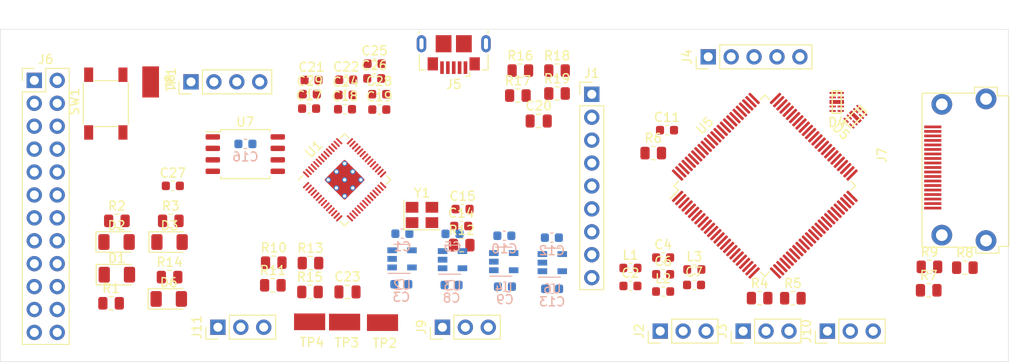
<source format=kicad_pcb>
(kicad_pcb (version 20171130) (host pcbnew "(5.1.12)-1")

  (general
    (thickness 1.6)
    (drawings 4)
    (tracks 0)
    (zones 0)
    (modules 81)
    (nets 87)
  )

  (page A4)
  (layers
    (0 F.Cu signal)
    (31 B.Cu signal)
    (32 B.Adhes user)
    (33 F.Adhes user)
    (34 B.Paste user)
    (35 F.Paste user)
    (36 B.SilkS user)
    (37 F.SilkS user)
    (38 B.Mask user)
    (39 F.Mask user)
    (40 Dwgs.User user)
    (41 Cmts.User user)
    (42 Eco1.User user)
    (43 Eco2.User user)
    (44 Edge.Cuts user)
    (45 Margin user)
    (46 B.CrtYd user)
    (47 F.CrtYd user)
    (48 B.Fab user hide)
    (49 F.Fab user)
  )

  (setup
    (last_trace_width 0.25)
    (trace_clearance 0.2)
    (zone_clearance 0.508)
    (zone_45_only no)
    (trace_min 0.2)
    (via_size 0.8)
    (via_drill 0.4)
    (via_min_size 0.4)
    (via_min_drill 0.3)
    (uvia_size 0.3)
    (uvia_drill 0.1)
    (uvias_allowed no)
    (uvia_min_size 0.2)
    (uvia_min_drill 0.1)
    (edge_width 0.05)
    (segment_width 0.2)
    (pcb_text_width 0.3)
    (pcb_text_size 1.5 1.5)
    (mod_edge_width 0.12)
    (mod_text_size 1 1)
    (mod_text_width 0.15)
    (pad_size 1.524 1.524)
    (pad_drill 0.762)
    (pad_to_mask_clearance 0)
    (aux_axis_origin 0 0)
    (visible_elements 7FFFF7FF)
    (pcbplotparams
      (layerselection 0x010fc_ffffffff)
      (usegerberextensions false)
      (usegerberattributes true)
      (usegerberadvancedattributes true)
      (creategerberjobfile true)
      (excludeedgelayer true)
      (linewidth 0.100000)
      (plotframeref false)
      (viasonmask false)
      (mode 1)
      (useauxorigin false)
      (hpglpennumber 1)
      (hpglpenspeed 20)
      (hpglpendiameter 15.000000)
      (psnegative false)
      (psa4output false)
      (plotreference true)
      (plotvalue true)
      (plotinvisibletext false)
      (padsonsilk false)
      (subtractmaskfromsilk false)
      (outputformat 1)
      (mirror false)
      (drillshape 1)
      (scaleselection 1)
      (outputdirectory ""))
  )

  (net 0 "")
  (net 1 GND)
  (net 2 +5V)
  (net 3 /PVCC1)
  (net 4 +3V3)
  (net 5 /AVCC18)
  (net 6 /PVCC2)
  (net 7 /A3v3)
  (net 8 +1V8)
  (net 9 /A1v8)
  (net 10 "Net-(D1-Pad2)")
  (net 11 "Net-(D2-Pad2)")
  (net 12 "Net-(D3-Pad2)")
  (net 13 /TMDS_D2-)
  (net 14 /TMDS_D2+)
  (net 15 /TMDS_D1+)
  (net 16 /TMDS_D1-)
  (net 17 /TMDS_D0-)
  (net 18 /TMDS_D0+)
  (net 19 /TMDS_CLK+)
  (net 20 /TMDS_CLK-)
  (net 21 /PxCLK)
  (net 22 /CY7)
  (net 23 /CY6)
  (net 24 /CY5)
  (net 25 /CY4)
  (net 26 /CY3)
  (net 27 /CY2)
  (net 28 /CY1)
  (net 29 /CY0)
  (net 30 /IT_RST#)
  (net 31 /INT#)
  (net 32 /I2C_SCL)
  (net 33 /I2C_SDA)
  (net 34 /SPKR_IN)
  (net 35 /PIO_I2S_WS)
  (net 36 /PIO_I2S_DATA)
  (net 37 /PIO_I2S_CLK)
  (net 38 "Net-(J5-Pad6)")
  (net 39 "Net-(J5-Pad4)")
  (net 40 /~SYNC)
  (net 41 /~WINDOW)
  (net 42 /RGB8)
  (net 43 /RGB4)
  (net 44 /RGB2)
  (net 45 /RGB1)
  (net 46 /SERVID)
  (net 47 /CREF)
  (net 48 /7M)
  (net 49 /14M)
  (net 50 "Net-(J7-PadSH)")
  (net 51 /HDMI_5V)
  (net 52 /DDC_SDA)
  (net 53 "Net-(J7-Pad14)")
  (net 54 /HPD)
  (net 55 /DDC_SCL)
  (net 56 "Net-(J7-Pad13)")
  (net 57 "Net-(R5-Pad1)")
  (net 58 "Net-(R6-Pad2)")
  (net 59 /LED1)
  (net 60 "Net-(U2-Pad4)")
  (net 61 "Net-(U3-Pad4)")
  (net 62 "Net-(U4-Pad4)")
  (net 63 "Net-(U5-Pad50)")
  (net 64 "Net-(U5-Pad45)")
  (net 65 "Net-(U6-Pad4)")
  (net 66 /XIN)
  (net 67 "Net-(C15-Pad1)")
  (net 68 +1V1)
  (net 69 /SPKR_RC)
  (net 70 "Net-(D6-Pad2)")
  (net 71 /USB_DP)
  (net 72 /USB_DM)
  (net 73 /SWD)
  (net 74 /SWCLK)
  (net 75 /GPIO11)
  (net 76 /GPIO10)
  (net 77 /SYNCs)
  (net 78 /SPKR_ADC)
  (net 79 /XOUT)
  (net 80 "Net-(R13-Pad1)")
  (net 81 /QSPI_SS)
  (net 82 /QSPI_SD1)
  (net 83 /QSPI_SD2)
  (net 84 /QSPI_SD0)
  (net 85 /QSPI_SCLK)
  (net 86 /QSPI_SD3)

  (net_class Default "This is the default net class."
    (clearance 0.2)
    (trace_width 0.25)
    (via_dia 0.8)
    (via_drill 0.4)
    (uvia_dia 0.3)
    (uvia_drill 0.1)
    (add_net +1V1)
    (add_net +1V8)
    (add_net +3V3)
    (add_net +5V)
    (add_net /14M)
    (add_net /7M)
    (add_net /A1v8)
    (add_net /A3v3)
    (add_net /AVCC18)
    (add_net /CREF)
    (add_net /CY0)
    (add_net /CY1)
    (add_net /CY2)
    (add_net /CY3)
    (add_net /CY4)
    (add_net /CY5)
    (add_net /CY6)
    (add_net /CY7)
    (add_net /DDC_SCL)
    (add_net /DDC_SDA)
    (add_net /GPIO10)
    (add_net /GPIO11)
    (add_net /HDMI_5V)
    (add_net /HPD)
    (add_net /I2C_SCL)
    (add_net /I2C_SDA)
    (add_net /INT#)
    (add_net /IT_RST#)
    (add_net /LED1)
    (add_net /PIO_I2S_CLK)
    (add_net /PIO_I2S_DATA)
    (add_net /PIO_I2S_WS)
    (add_net /PVCC1)
    (add_net /PVCC2)
    (add_net /PxCLK)
    (add_net /QSPI_SCLK)
    (add_net /QSPI_SD0)
    (add_net /QSPI_SD1)
    (add_net /QSPI_SD2)
    (add_net /QSPI_SD3)
    (add_net /QSPI_SS)
    (add_net /RGB1)
    (add_net /RGB2)
    (add_net /RGB4)
    (add_net /RGB8)
    (add_net /SERVID)
    (add_net /SPKR_ADC)
    (add_net /SPKR_IN)
    (add_net /SPKR_RC)
    (add_net /SWCLK)
    (add_net /SWD)
    (add_net /SYNCs)
    (add_net /TMDS_CLK+)
    (add_net /TMDS_CLK-)
    (add_net /TMDS_D0+)
    (add_net /TMDS_D0-)
    (add_net /TMDS_D1+)
    (add_net /TMDS_D1-)
    (add_net /TMDS_D2+)
    (add_net /TMDS_D2-)
    (add_net /USB_DM)
    (add_net /USB_DP)
    (add_net /XIN)
    (add_net /XOUT)
    (add_net /~SYNC)
    (add_net /~WINDOW)
    (add_net GND)
    (add_net "Net-(C15-Pad1)")
    (add_net "Net-(D1-Pad2)")
    (add_net "Net-(D2-Pad2)")
    (add_net "Net-(D3-Pad2)")
    (add_net "Net-(D6-Pad2)")
    (add_net "Net-(J5-Pad4)")
    (add_net "Net-(J5-Pad6)")
    (add_net "Net-(J7-Pad13)")
    (add_net "Net-(J7-Pad14)")
    (add_net "Net-(J7-PadSH)")
    (add_net "Net-(R13-Pad1)")
    (add_net "Net-(R5-Pad1)")
    (add_net "Net-(R6-Pad2)")
    (add_net "Net-(U2-Pad4)")
    (add_net "Net-(U3-Pad4)")
    (add_net "Net-(U4-Pad4)")
    (add_net "Net-(U5-Pad45)")
    (add_net "Net-(U5-Pad50)")
    (add_net "Net-(U6-Pad4)")
  )

  (module footprints:10029449 (layer F.Cu) (tedit 619BC976) (tstamp 619B2A22)
    (at 213.868 139.192 90)
    (path /619BB79A)
    (fp_text reference J7 (at 5.86994 -5.63118 90) (layer F.SilkS)
      (effects (font (size 1 1) (thickness 0.15)))
    )
    (fp_text value "10029449-111RLF-CHANGE FOOTPRINT" (at 5.34924 -3.42138 90) (layer F.Fab)
      (effects (font (size 1 1) (thickness 0.15)))
    )
    (fp_text user "PCB EDGE" (at 4.0132 9.28116 90) (layer Cmts.User)
      (effects (font (size 1 1) (thickness 0.15)))
    )
    (fp_line (start -5.36194 8.48106) (end 14.01572 8.48106) (layer Cmts.User) (width 0.12))
    (fp_line (start 13.43914 8.43026) (end 13.43914 -1.2446) (layer F.CrtYd) (width 0.12))
    (fp_line (start 13.43914 -1.2446) (end -4.93776 -1.2446) (layer F.CrtYd) (width 0.12))
    (fp_line (start -4.93776 -1.2446) (end -4.93776 8.40486) (layer F.CrtYd) (width 0.12))
    (fp_line (start -4.93776 8.40486) (end 13.43914 8.40486) (layer F.CrtYd) (width 0.12))
    (fp_line (start 12.446 8.42264) (end 12.446 7.14756) (layer F.SilkS) (width 0.12))
    (fp_line (start 12.446 7.14756) (end 13.39596 7.14756) (layer F.SilkS) (width 0.12))
    (fp_line (start 13.39596 7.14756) (end 13.39596 4.62534) (layer F.SilkS) (width 0.12))
    (fp_line (start 13.39596 4.62534) (end 12.74318 4.62534) (layer F.SilkS) (width 0.12))
    (fp_line (start 12.74318 4.62534) (end 12.74318 -1.18872) (layer F.SilkS) (width 0.12))
    (fp_line (start 12.74318 -1.18872) (end -4.13512 -1.18872) (layer F.SilkS) (width 0.12))
    (fp_line (start -4.13512 -1.18872) (end -4.34086 -1.18872) (layer F.SilkS) (width 0.12))
    (fp_line (start -4.34086 -1.18872) (end -4.34086 4.77266) (layer F.SilkS) (width 0.12))
    (fp_line (start -4.34086 4.77266) (end -4.99364 4.77266) (layer F.SilkS) (width 0.12))
    (fp_line (start -4.99364 4.77266) (end -4.99364 7.32536) (layer F.SilkS) (width 0.12))
    (fp_line (start -4.99364 7.32536) (end -4.25196 7.32536) (layer F.SilkS) (width 0.12))
    (fp_line (start -4.25196 7.32536) (end -4.25196 8.42264) (layer F.SilkS) (width 0.12))
    (fp_line (start -4.25196 8.42264) (end 12.38758 8.42264) (layer F.SilkS) (width 0.12))
    (pad SH thru_hole circle (at -3 1 90) (size 2.3 2.3) (drill 1.3) (layers *.Cu *.Mask)
      (net 50 "Net-(J7-PadSH)"))
    (pad SH thru_hole circle (at 11.5 1 90) (size 2.3 2.3) (drill 1.3) (layers *.Cu *.Mask)
      (net 50 "Net-(J7-PadSH)"))
    (pad SH thru_hole circle (at -3.6 5.9 90) (size 2.3 2.3) (drill 1.3) (layers *.Cu *.Mask)
      (net 50 "Net-(J7-PadSH)"))
    (pad SH thru_hole circle (at 12.1 5.9 90) (size 2.3 2.3) (drill 1.3) (layers *.Cu *.Mask)
      (net 50 "Net-(J7-PadSH)"))
    (pad 1 smd rect (at 9 0 90) (size 0.3 1.9) (layers F.Cu F.Paste F.Mask)
      (net 14 /TMDS_D2+))
    (pad 2 smd rect (at 8.5 0 90) (size 0.3 1.9) (layers F.Cu F.Paste F.Mask)
      (net 1 GND))
    (pad 3 smd rect (at 8 0 90) (size 0.3 1.9) (layers F.Cu F.Paste F.Mask)
      (net 13 /TMDS_D2-))
    (pad 4 smd rect (at 7.5 0 90) (size 0.3 1.9) (layers F.Cu F.Paste F.Mask)
      (net 15 /TMDS_D1+))
    (pad 5 smd rect (at 7 0 90) (size 0.3 1.9) (layers F.Cu F.Paste F.Mask)
      (net 1 GND))
    (pad 6 smd rect (at 6.5 0 90) (size 0.3 1.9) (layers F.Cu F.Paste F.Mask)
      (net 16 /TMDS_D1-))
    (pad 7 smd rect (at 6 0 90) (size 0.3 1.9) (layers F.Cu F.Paste F.Mask)
      (net 18 /TMDS_D0+))
    (pad 8 smd rect (at 5.5 0 90) (size 0.3 1.9) (layers F.Cu F.Paste F.Mask)
      (net 1 GND))
    (pad 9 smd rect (at 5 0 90) (size 0.3 1.9) (layers F.Cu F.Paste F.Mask)
      (net 17 /TMDS_D0-))
    (pad 10 smd rect (at 4.5 0 90) (size 0.3 1.9) (layers F.Cu F.Paste F.Mask)
      (net 19 /TMDS_CLK+))
    (pad 11 smd rect (at 4 0 90) (size 0.3 1.9) (layers F.Cu F.Paste F.Mask)
      (net 1 GND))
    (pad 12 smd rect (at 3.5 0 90) (size 0.3 1.9) (layers F.Cu F.Paste F.Mask)
      (net 20 /TMDS_CLK-))
    (pad 13 smd rect (at 3 0 90) (size 0.3 1.9) (layers F.Cu F.Paste F.Mask)
      (net 56 "Net-(J7-Pad13)"))
    (pad 14 smd rect (at 2.5 0 90) (size 0.3 1.9) (layers F.Cu F.Paste F.Mask)
      (net 53 "Net-(J7-Pad14)"))
    (pad 15 smd rect (at 2 0 90) (size 0.3 1.9) (layers F.Cu F.Paste F.Mask)
      (net 55 /DDC_SCL))
    (pad 16 smd rect (at 1.5 0 90) (size 0.3 1.9) (layers F.Cu F.Paste F.Mask)
      (net 52 /DDC_SDA))
    (pad 17 smd rect (at 1 0 90) (size 0.3 1.9) (layers F.Cu F.Paste F.Mask)
      (net 1 GND))
    (pad 18 smd rect (at 0.5 0 90) (size 0.3 1.9) (layers F.Cu F.Paste F.Mask)
      (net 51 /HDMI_5V))
    (pad 19 smd rect (at 0 0 90) (size 0.3 1.9) (layers F.Cu F.Paste F.Mask)
      (net 54 /HPD))
    (model "C:/Users/balde/Dropbox/KiCad/Component STEP Files/10029449-111RLF - HDMI.stp"
      (offset (xyz 4.25 -2.5 3.5))
      (scale (xyz 1 1 1))
      (rotate (xyz 0 180 180))
    )
  )

  (module Crystal:Crystal_SMD_3225-4Pin_3.2x2.5mm (layer F.Cu) (tedit 5A0FD1B2) (tstamp 619B5450)
    (at 157.24124 139.954)
    (descr "SMD Crystal SERIES SMD3225/4 http://www.txccrystal.com/images/pdf/7m-accuracy.pdf, 3.2x2.5mm^2 package")
    (tags "SMD SMT crystal")
    (path /62305147)
    (attr smd)
    (fp_text reference Y1 (at 0 -2.45) (layer F.SilkS)
      (effects (font (size 1 1) (thickness 0.15)))
    )
    (fp_text value ECS-120-18-33-JEM (at 0 2.45) (layer F.Fab)
      (effects (font (size 1 1) (thickness 0.15)))
    )
    (fp_line (start 2.1 -1.7) (end -2.1 -1.7) (layer F.CrtYd) (width 0.05))
    (fp_line (start 2.1 1.7) (end 2.1 -1.7) (layer F.CrtYd) (width 0.05))
    (fp_line (start -2.1 1.7) (end 2.1 1.7) (layer F.CrtYd) (width 0.05))
    (fp_line (start -2.1 -1.7) (end -2.1 1.7) (layer F.CrtYd) (width 0.05))
    (fp_line (start -2 1.65) (end 2 1.65) (layer F.SilkS) (width 0.12))
    (fp_line (start -2 -1.65) (end -2 1.65) (layer F.SilkS) (width 0.12))
    (fp_line (start -1.6 0.25) (end -0.6 1.25) (layer F.Fab) (width 0.1))
    (fp_line (start 1.6 -1.25) (end -1.6 -1.25) (layer F.Fab) (width 0.1))
    (fp_line (start 1.6 1.25) (end 1.6 -1.25) (layer F.Fab) (width 0.1))
    (fp_line (start -1.6 1.25) (end 1.6 1.25) (layer F.Fab) (width 0.1))
    (fp_line (start -1.6 -1.25) (end -1.6 1.25) (layer F.Fab) (width 0.1))
    (fp_text user %R (at 0 0) (layer F.Fab)
      (effects (font (size 0.7 0.7) (thickness 0.105)))
    )
    (pad 4 smd rect (at -1.1 -0.85) (size 1.4 1.2) (layers F.Cu F.Paste F.Mask)
      (net 1 GND))
    (pad 3 smd rect (at 1.1 -0.85) (size 1.4 1.2) (layers F.Cu F.Paste F.Mask)
      (net 67 "Net-(C15-Pad1)"))
    (pad 2 smd rect (at 1.1 0.85) (size 1.4 1.2) (layers F.Cu F.Paste F.Mask)
      (net 1 GND))
    (pad 1 smd rect (at -1.1 0.85) (size 1.4 1.2) (layers F.Cu F.Paste F.Mask)
      (net 66 /XIN))
    (model ${KISYS3DMOD}/Crystal.3dshapes/Crystal_SMD_3225-4Pin_3.2x2.5mm.wrl
      (at (xyz 0 0 0))
      (scale (xyz 1 1 1))
      (rotate (xyz 0 0 0))
    )
  )

  (module Package_SO:SOIC-8_5.23x5.23mm_P1.27mm (layer F.Cu) (tedit 5D9F72B1) (tstamp 619B543C)
    (at 137.6553 133.20776)
    (descr "SOIC, 8 Pin (http://www.winbond.com/resource-files/w25q32jv%20revg%2003272018%20plus.pdf#page=68), generated with kicad-footprint-generator ipc_gullwing_generator.py")
    (tags "SOIC SO")
    (path /619CA7C9)
    (attr smd)
    (fp_text reference U7 (at 0 -3.56) (layer F.SilkS)
      (effects (font (size 1 1) (thickness 0.15)))
    )
    (fp_text value W25Q128JVS (at 0 3.56) (layer F.Fab)
      (effects (font (size 1 1) (thickness 0.15)))
    )
    (fp_line (start 4.65 -2.86) (end -4.65 -2.86) (layer F.CrtYd) (width 0.05))
    (fp_line (start 4.65 2.86) (end 4.65 -2.86) (layer F.CrtYd) (width 0.05))
    (fp_line (start -4.65 2.86) (end 4.65 2.86) (layer F.CrtYd) (width 0.05))
    (fp_line (start -4.65 -2.86) (end -4.65 2.86) (layer F.CrtYd) (width 0.05))
    (fp_line (start -2.615 -1.615) (end -1.615 -2.615) (layer F.Fab) (width 0.1))
    (fp_line (start -2.615 2.615) (end -2.615 -1.615) (layer F.Fab) (width 0.1))
    (fp_line (start 2.615 2.615) (end -2.615 2.615) (layer F.Fab) (width 0.1))
    (fp_line (start 2.615 -2.615) (end 2.615 2.615) (layer F.Fab) (width 0.1))
    (fp_line (start -1.615 -2.615) (end 2.615 -2.615) (layer F.Fab) (width 0.1))
    (fp_line (start -2.725 -2.465) (end -4.4 -2.465) (layer F.SilkS) (width 0.12))
    (fp_line (start -2.725 -2.725) (end -2.725 -2.465) (layer F.SilkS) (width 0.12))
    (fp_line (start 0 -2.725) (end -2.725 -2.725) (layer F.SilkS) (width 0.12))
    (fp_line (start 2.725 -2.725) (end 2.725 -2.465) (layer F.SilkS) (width 0.12))
    (fp_line (start 0 -2.725) (end 2.725 -2.725) (layer F.SilkS) (width 0.12))
    (fp_line (start -2.725 2.725) (end -2.725 2.465) (layer F.SilkS) (width 0.12))
    (fp_line (start 0 2.725) (end -2.725 2.725) (layer F.SilkS) (width 0.12))
    (fp_line (start 2.725 2.725) (end 2.725 2.465) (layer F.SilkS) (width 0.12))
    (fp_line (start 0 2.725) (end 2.725 2.725) (layer F.SilkS) (width 0.12))
    (fp_text user %R (at 0 0) (layer F.Fab)
      (effects (font (size 1 1) (thickness 0.15)))
    )
    (pad 8 smd roundrect (at 3.6 -1.905) (size 1.6 0.6) (layers F.Cu F.Paste F.Mask) (roundrect_rratio 0.25)
      (net 4 +3V3))
    (pad 7 smd roundrect (at 3.6 -0.635) (size 1.6 0.6) (layers F.Cu F.Paste F.Mask) (roundrect_rratio 0.25)
      (net 86 /QSPI_SD3))
    (pad 6 smd roundrect (at 3.6 0.635) (size 1.6 0.6) (layers F.Cu F.Paste F.Mask) (roundrect_rratio 0.25)
      (net 85 /QSPI_SCLK))
    (pad 5 smd roundrect (at 3.6 1.905) (size 1.6 0.6) (layers F.Cu F.Paste F.Mask) (roundrect_rratio 0.25)
      (net 84 /QSPI_SD0))
    (pad 4 smd roundrect (at -3.6 1.905) (size 1.6 0.6) (layers F.Cu F.Paste F.Mask) (roundrect_rratio 0.25)
      (net 1 GND))
    (pad 3 smd roundrect (at -3.6 0.635) (size 1.6 0.6) (layers F.Cu F.Paste F.Mask) (roundrect_rratio 0.25)
      (net 83 /QSPI_SD2))
    (pad 2 smd roundrect (at -3.6 -0.635) (size 1.6 0.6) (layers F.Cu F.Paste F.Mask) (roundrect_rratio 0.25)
      (net 82 /QSPI_SD1))
    (pad 1 smd roundrect (at -3.6 -1.905) (size 1.6 0.6) (layers F.Cu F.Paste F.Mask) (roundrect_rratio 0.25)
      (net 81 /QSPI_SS))
    (model ${KISYS3DMOD}/Package_SO.3dshapes/SOIC-8_5.275x5.275mm_P1.27mm.step
      (at (xyz 0 0 0))
      (scale (xyz 1 1 1))
      (rotate (xyz 0 0 0))
    )
  )

  (module "My Libraries:Harwin-S1751-46-Test-Point" (layer F.Cu) (tedit 5F9F0FC9) (tstamp 619B51AD)
    (at 144.78762 151.79802)
    (path /634CE74D)
    (fp_text reference TP4 (at 0.254 2.286) (layer F.SilkS)
      (effects (font (size 1 1) (thickness 0.15)))
    )
    (fp_text value TP_SPKR_RC (at 0 -1.778) (layer F.Fab)
      (effects (font (size 1 1) (thickness 0.15)))
    )
    (pad 1 smd rect (at 0 0) (size 3.45 1.85) (layers F.Cu F.Paste F.Mask)
      (net 69 /SPKR_RC))
    (model "C:/Users/balde/Dropbox/KiCad/Downloaded Libraries/s1751-46.stp"
      (offset (xyz 0 0.825 2))
      (scale (xyz 1 1 1))
      (rotate (xyz -90 0 0))
    )
  )

  (module "My Libraries:Harwin-S1751-46-Test-Point" (layer F.Cu) (tedit 5F9F0FC9) (tstamp 619B51A8)
    (at 148.66366 151.8285)
    (path /634CE480)
    (fp_text reference TP3 (at 0.254 2.286) (layer F.SilkS)
      (effects (font (size 1 1) (thickness 0.15)))
    )
    (fp_text value TP_SPKR_ADC (at 0 -1.778) (layer F.Fab)
      (effects (font (size 1 1) (thickness 0.15)))
    )
    (pad 1 smd rect (at 0 0) (size 3.45 1.85) (layers F.Cu F.Paste F.Mask)
      (net 78 /SPKR_ADC))
    (model "C:/Users/balde/Dropbox/KiCad/Downloaded Libraries/s1751-46.stp"
      (offset (xyz 0 0.825 2))
      (scale (xyz 1 1 1))
      (rotate (xyz -90 0 0))
    )
  )

  (module "My Libraries:Harwin-S1751-46-Test-Point" (layer F.Cu) (tedit 5F9F0FC9) (tstamp 619B3C55)
    (at 152.86736 151.88946)
    (path /634CDC89)
    (fp_text reference TP2 (at 0.254 2.286) (layer F.SilkS)
      (effects (font (size 1 1) (thickness 0.15)))
    )
    (fp_text value TP_SPKR_IN (at 0 -1.778) (layer F.Fab)
      (effects (font (size 1 1) (thickness 0.15)))
    )
    (pad 1 smd rect (at 0 0) (size 3.45 1.85) (layers F.Cu F.Paste F.Mask)
      (net 34 /SPKR_IN))
    (model "C:/Users/balde/Dropbox/KiCad/Downloaded Libraries/s1751-46.stp"
      (offset (xyz 0 0.825 2))
      (scale (xyz 1 1 1))
      (rotate (xyz -90 0 0))
    )
  )

  (module "My Libraries:Harwin-S1751-46-Test-Point" (layer F.Cu) (tedit 5F9F0FC9) (tstamp 619B519E)
    (at 127.1651 125.20676 90)
    (path /6264B507)
    (fp_text reference TP1 (at 0.254 2.286 90) (layer F.SilkS)
      (effects (font (size 1 1) (thickness 0.15)))
    )
    (fp_text value TP_1v1 (at 0 -1.778 90) (layer F.Fab)
      (effects (font (size 1 1) (thickness 0.15)))
    )
    (pad 1 smd rect (at 0 0 90) (size 3.45 1.85) (layers F.Cu F.Paste F.Mask)
      (net 68 +1V1))
    (model "C:/Users/balde/Dropbox/KiCad/Downloaded Libraries/s1751-46.stp"
      (offset (xyz 0 0.825 2))
      (scale (xyz 1 1 1))
      (rotate (xyz -90 0 0))
    )
  )

  (module "My Libraries:SW_Push_CK_PTS525_SM15" (layer F.Cu) (tedit 5F45D349) (tstamp 619B5199)
    (at 122.19178 127.6096 90)
    (descr "C&K Switches 1P1T SMD PTS125 Series 12mm Tact Switch with Pegs, https://www.ckswitches.com/media/1462/pts125.pdf")
    (tags "Button Tactile Switch SPST 1P1T")
    (path /61DF639C)
    (attr smd)
    (fp_text reference SW1 (at 0.2159 -3.4671 90) (layer F.SilkS)
      (effects (font (size 1 1) (thickness 0.15)))
    )
    (fp_text value RP_RST (at 0.381 3.5687 90) (layer F.Fab)
      (effects (font (size 1 1) (thickness 0.15)))
    )
    (fp_line (start 2.55 -1.3) (end 2.55 1.3) (layer F.SilkS) (width 0.12))
    (fp_line (start -2.55 -1.3) (end -2.55 1.3) (layer F.SilkS) (width 0.12))
    (fp_line (start -2.3 2.5) (end 2.3 2.5) (layer F.SilkS) (width 0.12))
    (fp_line (start -2.3 -2.5) (end 2.3 -2.5) (layer F.SilkS) (width 0.12))
    (fp_line (start -4.1 2.65) (end -4.1 -2.65) (layer F.CrtYd) (width 0.05))
    (fp_line (start 4.1 2.65) (end -4.1 2.65) (layer F.CrtYd) (width 0.05))
    (fp_line (start 4.1 -2.65) (end 4.1 2.65) (layer F.CrtYd) (width 0.05))
    (fp_line (start -4.1 -2.65) (end 4.1 -2.65) (layer F.CrtYd) (width 0.05))
    (fp_circle (center 0 0) (end 1.85 0) (layer F.Fab) (width 0.1))
    (fp_text user %R (at 0.0889 0.1524 90) (layer F.Fab)
      (effects (font (size 0.8 0.8) (thickness 0.125)))
    )
    (pad 1 smd rect (at 3.2 -1.9 90) (size 1.6 1) (layers F.Cu F.Paste F.Mask)
      (net 1 GND))
    (pad 1 smd rect (at -3.2 -1.9 90) (size 1.6 1) (layers F.Cu F.Paste F.Mask)
      (net 1 GND))
    (pad 2 smd rect (at -3.2 1.9 90) (size 1.6 1) (layers F.Cu F.Paste F.Mask)
      (net 80 "Net-(R13-Pad1)"))
    (pad 2 smd rect (at 3.2 1.9 90) (size 1.6 1) (layers F.Cu F.Paste F.Mask)
      (net 80 "Net-(R13-Pad1)"))
    (model ${KISYS3DMOD}/Button_Switch_SMD.3dshapes/SW_SPST_TL3342.wrl
      (at (xyz 0 0 0))
      (scale (xyz 1 1 1))
      (rotate (xyz 0 0 0))
    )
  )

  (module Resistor_SMD:R_0805_2012Metric (layer F.Cu) (tedit 5F68FEEE) (tstamp 619B5187)
    (at 172.212 126.492)
    (descr "Resistor SMD 0805 (2012 Metric), square (rectangular) end terminal, IPC_7351 nominal, (Body size source: IPC-SM-782 page 72, https://www.pcb-3d.com/wordpress/wp-content/uploads/ipc-sm-782a_amendment_1_and_2.pdf), generated with kicad-footprint-generator")
    (tags resistor)
    (path /61F6637D)
    (attr smd)
    (fp_text reference R19 (at 0 -1.65) (layer F.SilkS)
      (effects (font (size 1 1) (thickness 0.15)))
    )
    (fp_text value 49.9k (at 0 1.65) (layer F.Fab)
      (effects (font (size 1 1) (thickness 0.15)))
    )
    (fp_line (start 1.68 0.95) (end -1.68 0.95) (layer F.CrtYd) (width 0.05))
    (fp_line (start 1.68 -0.95) (end 1.68 0.95) (layer F.CrtYd) (width 0.05))
    (fp_line (start -1.68 -0.95) (end 1.68 -0.95) (layer F.CrtYd) (width 0.05))
    (fp_line (start -1.68 0.95) (end -1.68 -0.95) (layer F.CrtYd) (width 0.05))
    (fp_line (start -0.227064 0.735) (end 0.227064 0.735) (layer F.SilkS) (width 0.12))
    (fp_line (start -0.227064 -0.735) (end 0.227064 -0.735) (layer F.SilkS) (width 0.12))
    (fp_line (start 1 0.625) (end -1 0.625) (layer F.Fab) (width 0.1))
    (fp_line (start 1 -0.625) (end 1 0.625) (layer F.Fab) (width 0.1))
    (fp_line (start -1 -0.625) (end 1 -0.625) (layer F.Fab) (width 0.1))
    (fp_line (start -1 0.625) (end -1 -0.625) (layer F.Fab) (width 0.1))
    (fp_text user %R (at 0 0) (layer F.Fab)
      (effects (font (size 0.5 0.5) (thickness 0.08)))
    )
    (pad 2 smd roundrect (at 0.9125 0) (size 1.025 1.4) (layers F.Cu F.Paste F.Mask) (roundrect_rratio 0.243902)
      (net 1 GND))
    (pad 1 smd roundrect (at -0.9125 0) (size 1.025 1.4) (layers F.Cu F.Paste F.Mask) (roundrect_rratio 0.243902)
      (net 72 /USB_DM))
    (model ${KISYS3DMOD}/Resistor_SMD.3dshapes/R_0805_2012Metric.wrl
      (at (xyz 0 0 0))
      (scale (xyz 1 1 1))
      (rotate (xyz 0 0 0))
    )
  )

  (module Resistor_SMD:R_0805_2012Metric (layer F.Cu) (tedit 5F68FEEE) (tstamp 619B5176)
    (at 172.212 123.952)
    (descr "Resistor SMD 0805 (2012 Metric), square (rectangular) end terminal, IPC_7351 nominal, (Body size source: IPC-SM-782 page 72, https://www.pcb-3d.com/wordpress/wp-content/uploads/ipc-sm-782a_amendment_1_and_2.pdf), generated with kicad-footprint-generator")
    (tags resistor)
    (path /61F65F8A)
    (attr smd)
    (fp_text reference R18 (at 0 -1.65) (layer F.SilkS)
      (effects (font (size 1 1) (thickness 0.15)))
    )
    (fp_text value 75k (at 0 1.65) (layer F.Fab)
      (effects (font (size 1 1) (thickness 0.15)))
    )
    (fp_line (start 1.68 0.95) (end -1.68 0.95) (layer F.CrtYd) (width 0.05))
    (fp_line (start 1.68 -0.95) (end 1.68 0.95) (layer F.CrtYd) (width 0.05))
    (fp_line (start -1.68 -0.95) (end 1.68 -0.95) (layer F.CrtYd) (width 0.05))
    (fp_line (start -1.68 0.95) (end -1.68 -0.95) (layer F.CrtYd) (width 0.05))
    (fp_line (start -0.227064 0.735) (end 0.227064 0.735) (layer F.SilkS) (width 0.12))
    (fp_line (start -0.227064 -0.735) (end 0.227064 -0.735) (layer F.SilkS) (width 0.12))
    (fp_line (start 1 0.625) (end -1 0.625) (layer F.Fab) (width 0.1))
    (fp_line (start 1 -0.625) (end 1 0.625) (layer F.Fab) (width 0.1))
    (fp_line (start -1 -0.625) (end 1 -0.625) (layer F.Fab) (width 0.1))
    (fp_line (start -1 0.625) (end -1 -0.625) (layer F.Fab) (width 0.1))
    (fp_text user %R (at 0 0) (layer F.Fab)
      (effects (font (size 0.5 0.5) (thickness 0.08)))
    )
    (pad 2 smd roundrect (at 0.9125 0) (size 1.025 1.4) (layers F.Cu F.Paste F.Mask) (roundrect_rratio 0.243902)
      (net 72 /USB_DM))
    (pad 1 smd roundrect (at -0.9125 0) (size 1.025 1.4) (layers F.Cu F.Paste F.Mask) (roundrect_rratio 0.243902)
      (net 2 +5V))
    (model ${KISYS3DMOD}/Resistor_SMD.3dshapes/R_0805_2012Metric.wrl
      (at (xyz 0 0 0))
      (scale (xyz 1 1 1))
      (rotate (xyz 0 0 0))
    )
  )

  (module Resistor_SMD:R_0805_2012Metric (layer F.Cu) (tedit 5F68FEEE) (tstamp 619B5165)
    (at 167.872118 126.718539)
    (descr "Resistor SMD 0805 (2012 Metric), square (rectangular) end terminal, IPC_7351 nominal, (Body size source: IPC-SM-782 page 72, https://www.pcb-3d.com/wordpress/wp-content/uploads/ipc-sm-782a_amendment_1_and_2.pdf), generated with kicad-footprint-generator")
    (tags resistor)
    (path /61F65D35)
    (attr smd)
    (fp_text reference R17 (at 0 -1.65) (layer F.SilkS)
      (effects (font (size 1 1) (thickness 0.15)))
    )
    (fp_text value 49.9k (at 0 1.65) (layer F.Fab)
      (effects (font (size 1 1) (thickness 0.15)))
    )
    (fp_line (start 1.68 0.95) (end -1.68 0.95) (layer F.CrtYd) (width 0.05))
    (fp_line (start 1.68 -0.95) (end 1.68 0.95) (layer F.CrtYd) (width 0.05))
    (fp_line (start -1.68 -0.95) (end 1.68 -0.95) (layer F.CrtYd) (width 0.05))
    (fp_line (start -1.68 0.95) (end -1.68 -0.95) (layer F.CrtYd) (width 0.05))
    (fp_line (start -0.227064 0.735) (end 0.227064 0.735) (layer F.SilkS) (width 0.12))
    (fp_line (start -0.227064 -0.735) (end 0.227064 -0.735) (layer F.SilkS) (width 0.12))
    (fp_line (start 1 0.625) (end -1 0.625) (layer F.Fab) (width 0.1))
    (fp_line (start 1 -0.625) (end 1 0.625) (layer F.Fab) (width 0.1))
    (fp_line (start -1 -0.625) (end 1 -0.625) (layer F.Fab) (width 0.1))
    (fp_line (start -1 0.625) (end -1 -0.625) (layer F.Fab) (width 0.1))
    (fp_text user %R (at 0 0) (layer F.Fab)
      (effects (font (size 0.5 0.5) (thickness 0.08)))
    )
    (pad 2 smd roundrect (at 0.9125 0) (size 1.025 1.4) (layers F.Cu F.Paste F.Mask) (roundrect_rratio 0.243902)
      (net 1 GND))
    (pad 1 smd roundrect (at -0.9125 0) (size 1.025 1.4) (layers F.Cu F.Paste F.Mask) (roundrect_rratio 0.243902)
      (net 71 /USB_DP))
    (model ${KISYS3DMOD}/Resistor_SMD.3dshapes/R_0805_2012Metric.wrl
      (at (xyz 0 0 0))
      (scale (xyz 1 1 1))
      (rotate (xyz 0 0 0))
    )
  )

  (module Resistor_SMD:R_0805_2012Metric (layer F.Cu) (tedit 5F68FEEE) (tstamp 619B5154)
    (at 168.148 123.952)
    (descr "Resistor SMD 0805 (2012 Metric), square (rectangular) end terminal, IPC_7351 nominal, (Body size source: IPC-SM-782 page 72, https://www.pcb-3d.com/wordpress/wp-content/uploads/ipc-sm-782a_amendment_1_and_2.pdf), generated with kicad-footprint-generator")
    (tags resistor)
    (path /61F65102)
    (attr smd)
    (fp_text reference R16 (at 0 -1.65) (layer F.SilkS)
      (effects (font (size 1 1) (thickness 0.15)))
    )
    (fp_text value 75k (at 0 1.65) (layer F.Fab)
      (effects (font (size 1 1) (thickness 0.15)))
    )
    (fp_line (start 1.68 0.95) (end -1.68 0.95) (layer F.CrtYd) (width 0.05))
    (fp_line (start 1.68 -0.95) (end 1.68 0.95) (layer F.CrtYd) (width 0.05))
    (fp_line (start -1.68 -0.95) (end 1.68 -0.95) (layer F.CrtYd) (width 0.05))
    (fp_line (start -1.68 0.95) (end -1.68 -0.95) (layer F.CrtYd) (width 0.05))
    (fp_line (start -0.227064 0.735) (end 0.227064 0.735) (layer F.SilkS) (width 0.12))
    (fp_line (start -0.227064 -0.735) (end 0.227064 -0.735) (layer F.SilkS) (width 0.12))
    (fp_line (start 1 0.625) (end -1 0.625) (layer F.Fab) (width 0.1))
    (fp_line (start 1 -0.625) (end 1 0.625) (layer F.Fab) (width 0.1))
    (fp_line (start -1 -0.625) (end 1 -0.625) (layer F.Fab) (width 0.1))
    (fp_line (start -1 0.625) (end -1 -0.625) (layer F.Fab) (width 0.1))
    (fp_text user %R (at 0 0) (layer F.Fab)
      (effects (font (size 0.5 0.5) (thickness 0.08)))
    )
    (pad 2 smd roundrect (at 0.9125 0) (size 1.025 1.4) (layers F.Cu F.Paste F.Mask) (roundrect_rratio 0.243902)
      (net 71 /USB_DP))
    (pad 1 smd roundrect (at -0.9125 0) (size 1.025 1.4) (layers F.Cu F.Paste F.Mask) (roundrect_rratio 0.243902)
      (net 2 +5V))
    (model ${KISYS3DMOD}/Resistor_SMD.3dshapes/R_0805_2012Metric.wrl
      (at (xyz 0 0 0))
      (scale (xyz 1 1 1))
      (rotate (xyz 0 0 0))
    )
  )

  (module Resistor_SMD:R_0805_2012Metric (layer F.Cu) (tedit 5F68FEEE) (tstamp 619B5143)
    (at 144.82826 148.49094)
    (descr "Resistor SMD 0805 (2012 Metric), square (rectangular) end terminal, IPC_7351 nominal, (Body size source: IPC-SM-782 page 72, https://www.pcb-3d.com/wordpress/wp-content/uploads/ipc-sm-782a_amendment_1_and_2.pdf), generated with kicad-footprint-generator")
    (tags resistor)
    (path /6311C247)
    (attr smd)
    (fp_text reference R15 (at 0 -1.65) (layer F.SilkS)
      (effects (font (size 1 1) (thickness 0.15)))
    )
    (fp_text value 100 (at 0 1.65) (layer F.Fab)
      (effects (font (size 1 1) (thickness 0.15)))
    )
    (fp_line (start 1.68 0.95) (end -1.68 0.95) (layer F.CrtYd) (width 0.05))
    (fp_line (start 1.68 -0.95) (end 1.68 0.95) (layer F.CrtYd) (width 0.05))
    (fp_line (start -1.68 -0.95) (end 1.68 -0.95) (layer F.CrtYd) (width 0.05))
    (fp_line (start -1.68 0.95) (end -1.68 -0.95) (layer F.CrtYd) (width 0.05))
    (fp_line (start -0.227064 0.735) (end 0.227064 0.735) (layer F.SilkS) (width 0.12))
    (fp_line (start -0.227064 -0.735) (end 0.227064 -0.735) (layer F.SilkS) (width 0.12))
    (fp_line (start 1 0.625) (end -1 0.625) (layer F.Fab) (width 0.1))
    (fp_line (start 1 -0.625) (end 1 0.625) (layer F.Fab) (width 0.1))
    (fp_line (start -1 -0.625) (end 1 -0.625) (layer F.Fab) (width 0.1))
    (fp_line (start -1 0.625) (end -1 -0.625) (layer F.Fab) (width 0.1))
    (fp_text user %R (at 0 0) (layer F.Fab)
      (effects (font (size 0.5 0.5) (thickness 0.08)))
    )
    (pad 2 smd roundrect (at 0.9125 0) (size 1.025 1.4) (layers F.Cu F.Paste F.Mask) (roundrect_rratio 0.243902)
      (net 69 /SPKR_RC))
    (pad 1 smd roundrect (at -0.9125 0) (size 1.025 1.4) (layers F.Cu F.Paste F.Mask) (roundrect_rratio 0.243902)
      (net 34 /SPKR_IN))
    (model ${KISYS3DMOD}/Resistor_SMD.3dshapes/R_0805_2012Metric.wrl
      (at (xyz 0 0 0))
      (scale (xyz 1 1 1))
      (rotate (xyz 0 0 0))
    )
  )

  (module Resistor_SMD:R_0805_2012Metric (layer F.Cu) (tedit 5F68FEEE) (tstamp 619B5132)
    (at 129.26314 146.84502)
    (descr "Resistor SMD 0805 (2012 Metric), square (rectangular) end terminal, IPC_7351 nominal, (Body size source: IPC-SM-782 page 72, https://www.pcb-3d.com/wordpress/wp-content/uploads/ipc-sm-782a_amendment_1_and_2.pdf), generated with kicad-footprint-generator")
    (tags resistor)
    (path /6212F914)
    (attr smd)
    (fp_text reference R14 (at 0 -1.65) (layer F.SilkS)
      (effects (font (size 1 1) (thickness 0.15)))
    )
    (fp_text value 470 (at 0 1.65) (layer F.Fab)
      (effects (font (size 1 1) (thickness 0.15)))
    )
    (fp_line (start 1.68 0.95) (end -1.68 0.95) (layer F.CrtYd) (width 0.05))
    (fp_line (start 1.68 -0.95) (end 1.68 0.95) (layer F.CrtYd) (width 0.05))
    (fp_line (start -1.68 -0.95) (end 1.68 -0.95) (layer F.CrtYd) (width 0.05))
    (fp_line (start -1.68 0.95) (end -1.68 -0.95) (layer F.CrtYd) (width 0.05))
    (fp_line (start -0.227064 0.735) (end 0.227064 0.735) (layer F.SilkS) (width 0.12))
    (fp_line (start -0.227064 -0.735) (end 0.227064 -0.735) (layer F.SilkS) (width 0.12))
    (fp_line (start 1 0.625) (end -1 0.625) (layer F.Fab) (width 0.1))
    (fp_line (start 1 -0.625) (end 1 0.625) (layer F.Fab) (width 0.1))
    (fp_line (start -1 -0.625) (end 1 -0.625) (layer F.Fab) (width 0.1))
    (fp_line (start -1 0.625) (end -1 -0.625) (layer F.Fab) (width 0.1))
    (fp_text user %R (at 0 0) (layer F.Fab)
      (effects (font (size 0.5 0.5) (thickness 0.08)))
    )
    (pad 2 smd roundrect (at 0.9125 0) (size 1.025 1.4) (layers F.Cu F.Paste F.Mask) (roundrect_rratio 0.243902)
      (net 70 "Net-(D6-Pad2)"))
    (pad 1 smd roundrect (at -0.9125 0) (size 1.025 1.4) (layers F.Cu F.Paste F.Mask) (roundrect_rratio 0.243902)
      (net 59 /LED1))
    (model ${KISYS3DMOD}/Resistor_SMD.3dshapes/R_0805_2012Metric.wrl
      (at (xyz 0 0 0))
      (scale (xyz 1 1 1))
      (rotate (xyz 0 0 0))
    )
  )

  (module Resistor_SMD:R_0805_2012Metric (layer F.Cu) (tedit 5F68FEEE) (tstamp 619B5121)
    (at 144.8835 145.288)
    (descr "Resistor SMD 0805 (2012 Metric), square (rectangular) end terminal, IPC_7351 nominal, (Body size source: IPC-SM-782 page 72, https://www.pcb-3d.com/wordpress/wp-content/uploads/ipc-sm-782a_amendment_1_and_2.pdf), generated with kicad-footprint-generator")
    (tags resistor)
    (path /61DB9FD8)
    (attr smd)
    (fp_text reference R13 (at 0 -1.65) (layer F.SilkS)
      (effects (font (size 1 1) (thickness 0.15)))
    )
    (fp_text value 4k7 (at 0 1.65) (layer F.Fab)
      (effects (font (size 1 1) (thickness 0.15)))
    )
    (fp_line (start 1.68 0.95) (end -1.68 0.95) (layer F.CrtYd) (width 0.05))
    (fp_line (start 1.68 -0.95) (end 1.68 0.95) (layer F.CrtYd) (width 0.05))
    (fp_line (start -1.68 -0.95) (end 1.68 -0.95) (layer F.CrtYd) (width 0.05))
    (fp_line (start -1.68 0.95) (end -1.68 -0.95) (layer F.CrtYd) (width 0.05))
    (fp_line (start -0.227064 0.735) (end 0.227064 0.735) (layer F.SilkS) (width 0.12))
    (fp_line (start -0.227064 -0.735) (end 0.227064 -0.735) (layer F.SilkS) (width 0.12))
    (fp_line (start 1 0.625) (end -1 0.625) (layer F.Fab) (width 0.1))
    (fp_line (start 1 -0.625) (end 1 0.625) (layer F.Fab) (width 0.1))
    (fp_line (start -1 -0.625) (end 1 -0.625) (layer F.Fab) (width 0.1))
    (fp_line (start -1 0.625) (end -1 -0.625) (layer F.Fab) (width 0.1))
    (fp_text user %R (at 0 0) (layer F.Fab)
      (effects (font (size 0.5 0.5) (thickness 0.08)))
    )
    (pad 2 smd roundrect (at 0.9125 0) (size 1.025 1.4) (layers F.Cu F.Paste F.Mask) (roundrect_rratio 0.243902)
      (net 4 +3V3))
    (pad 1 smd roundrect (at -0.9125 0) (size 1.025 1.4) (layers F.Cu F.Paste F.Mask) (roundrect_rratio 0.243902)
      (net 80 "Net-(R13-Pad1)"))
    (model ${KISYS3DMOD}/Resistor_SMD.3dshapes/R_0805_2012Metric.wrl
      (at (xyz 0 0 0))
      (scale (xyz 1 1 1))
      (rotate (xyz 0 0 0))
    )
  )

  (module Resistor_SMD:R_0805_2012Metric (layer F.Cu) (tedit 5F68FEEE) (tstamp 619B5110)
    (at 161.64306 143.29918)
    (descr "Resistor SMD 0805 (2012 Metric), square (rectangular) end terminal, IPC_7351 nominal, (Body size source: IPC-SM-782 page 72, https://www.pcb-3d.com/wordpress/wp-content/uploads/ipc-sm-782a_amendment_1_and_2.pdf), generated with kicad-footprint-generator")
    (tags resistor)
    (path /62FC705C)
    (attr smd)
    (fp_text reference R12 (at 0 -1.65) (layer F.SilkS)
      (effects (font (size 1 1) (thickness 0.15)))
    )
    (fp_text value 1k (at 0 1.65) (layer F.Fab)
      (effects (font (size 1 1) (thickness 0.15)))
    )
    (fp_line (start 1.68 0.95) (end -1.68 0.95) (layer F.CrtYd) (width 0.05))
    (fp_line (start 1.68 -0.95) (end 1.68 0.95) (layer F.CrtYd) (width 0.05))
    (fp_line (start -1.68 -0.95) (end 1.68 -0.95) (layer F.CrtYd) (width 0.05))
    (fp_line (start -1.68 0.95) (end -1.68 -0.95) (layer F.CrtYd) (width 0.05))
    (fp_line (start -0.227064 0.735) (end 0.227064 0.735) (layer F.SilkS) (width 0.12))
    (fp_line (start -0.227064 -0.735) (end 0.227064 -0.735) (layer F.SilkS) (width 0.12))
    (fp_line (start 1 0.625) (end -1 0.625) (layer F.Fab) (width 0.1))
    (fp_line (start 1 -0.625) (end 1 0.625) (layer F.Fab) (width 0.1))
    (fp_line (start -1 -0.625) (end 1 -0.625) (layer F.Fab) (width 0.1))
    (fp_line (start -1 0.625) (end -1 -0.625) (layer F.Fab) (width 0.1))
    (fp_text user %R (at 0 0) (layer F.Fab)
      (effects (font (size 0.5 0.5) (thickness 0.08)))
    )
    (pad 2 smd roundrect (at 0.9125 0) (size 1.025 1.4) (layers F.Cu F.Paste F.Mask) (roundrect_rratio 0.243902)
      (net 79 /XOUT))
    (pad 1 smd roundrect (at -0.9125 0) (size 1.025 1.4) (layers F.Cu F.Paste F.Mask) (roundrect_rratio 0.243902)
      (net 67 "Net-(C15-Pad1)"))
    (model ${KISYS3DMOD}/Resistor_SMD.3dshapes/R_0805_2012Metric.wrl
      (at (xyz 0 0 0))
      (scale (xyz 1 1 1))
      (rotate (xyz 0 0 0))
    )
  )

  (module Connector_PinHeader_2.54mm:PinHeader_1x03_P2.54mm_Vertical (layer F.Cu) (tedit 59FED5CC) (tstamp 619B4F3F)
    (at 134.62 152.4 90)
    (descr "Through hole straight pin header, 1x03, 2.54mm pitch, single row")
    (tags "Through hole pin header THT 1x03 2.54mm single row")
    (path /6327C4B1)
    (fp_text reference J11 (at 0 -2.33 90) (layer F.SilkS)
      (effects (font (size 1 1) (thickness 0.15)))
    )
    (fp_text value SPKR (at 0 7.41 90) (layer F.Fab)
      (effects (font (size 1 1) (thickness 0.15)))
    )
    (fp_line (start 1.8 -1.8) (end -1.8 -1.8) (layer F.CrtYd) (width 0.05))
    (fp_line (start 1.8 6.85) (end 1.8 -1.8) (layer F.CrtYd) (width 0.05))
    (fp_line (start -1.8 6.85) (end 1.8 6.85) (layer F.CrtYd) (width 0.05))
    (fp_line (start -1.8 -1.8) (end -1.8 6.85) (layer F.CrtYd) (width 0.05))
    (fp_line (start -1.33 -1.33) (end 0 -1.33) (layer F.SilkS) (width 0.12))
    (fp_line (start -1.33 0) (end -1.33 -1.33) (layer F.SilkS) (width 0.12))
    (fp_line (start -1.33 1.27) (end 1.33 1.27) (layer F.SilkS) (width 0.12))
    (fp_line (start 1.33 1.27) (end 1.33 6.41) (layer F.SilkS) (width 0.12))
    (fp_line (start -1.33 1.27) (end -1.33 6.41) (layer F.SilkS) (width 0.12))
    (fp_line (start -1.33 6.41) (end 1.33 6.41) (layer F.SilkS) (width 0.12))
    (fp_line (start -1.27 -0.635) (end -0.635 -1.27) (layer F.Fab) (width 0.1))
    (fp_line (start -1.27 6.35) (end -1.27 -0.635) (layer F.Fab) (width 0.1))
    (fp_line (start 1.27 6.35) (end -1.27 6.35) (layer F.Fab) (width 0.1))
    (fp_line (start 1.27 -1.27) (end 1.27 6.35) (layer F.Fab) (width 0.1))
    (fp_line (start -0.635 -1.27) (end 1.27 -1.27) (layer F.Fab) (width 0.1))
    (fp_text user %R (at 0 2.54) (layer F.Fab)
      (effects (font (size 1 1) (thickness 0.15)))
    )
    (pad 3 thru_hole oval (at 0 5.08 90) (size 1.7 1.7) (drill 1) (layers *.Cu *.Mask)
      (net 34 /SPKR_IN))
    (pad 2 thru_hole oval (at 0 2.54 90) (size 1.7 1.7) (drill 1) (layers *.Cu *.Mask)
      (net 78 /SPKR_ADC))
    (pad 1 thru_hole rect (at 0 0 90) (size 1.7 1.7) (drill 1) (layers *.Cu *.Mask)
      (net 69 /SPKR_RC))
    (model ${KISYS3DMOD}/Connector_PinHeader_2.54mm.3dshapes/PinHeader_1x03_P2.54mm_Vertical.wrl
      (at (xyz 0 0 0))
      (scale (xyz 1 1 1))
      (rotate (xyz 0 0 0))
    )
  )

  (module Connector_PinHeader_2.54mm:PinHeader_1x03_P2.54mm_Vertical (layer F.Cu) (tedit 59FED5CC) (tstamp 619B4F28)
    (at 202.184 152.82926 90)
    (descr "Through hole straight pin header, 1x03, 2.54mm pitch, single row")
    (tags "Through hole pin header THT 1x03 2.54mm single row")
    (path /623BB664)
    (fp_text reference J10 (at 0 -2.33 90) (layer F.SilkS)
      (effects (font (size 1 1) (thickness 0.15)))
    )
    (fp_text value SYNCs (at 0 7.41 90) (layer F.Fab)
      (effects (font (size 1 1) (thickness 0.15)))
    )
    (fp_line (start 1.8 -1.8) (end -1.8 -1.8) (layer F.CrtYd) (width 0.05))
    (fp_line (start 1.8 6.85) (end 1.8 -1.8) (layer F.CrtYd) (width 0.05))
    (fp_line (start -1.8 6.85) (end 1.8 6.85) (layer F.CrtYd) (width 0.05))
    (fp_line (start -1.8 -1.8) (end -1.8 6.85) (layer F.CrtYd) (width 0.05))
    (fp_line (start -1.33 -1.33) (end 0 -1.33) (layer F.SilkS) (width 0.12))
    (fp_line (start -1.33 0) (end -1.33 -1.33) (layer F.SilkS) (width 0.12))
    (fp_line (start -1.33 1.27) (end 1.33 1.27) (layer F.SilkS) (width 0.12))
    (fp_line (start 1.33 1.27) (end 1.33 6.41) (layer F.SilkS) (width 0.12))
    (fp_line (start -1.33 1.27) (end -1.33 6.41) (layer F.SilkS) (width 0.12))
    (fp_line (start -1.33 6.41) (end 1.33 6.41) (layer F.SilkS) (width 0.12))
    (fp_line (start -1.27 -0.635) (end -0.635 -1.27) (layer F.Fab) (width 0.1))
    (fp_line (start -1.27 6.35) (end -1.27 -0.635) (layer F.Fab) (width 0.1))
    (fp_line (start 1.27 6.35) (end -1.27 6.35) (layer F.Fab) (width 0.1))
    (fp_line (start 1.27 -1.27) (end 1.27 6.35) (layer F.Fab) (width 0.1))
    (fp_line (start -0.635 -1.27) (end 1.27 -1.27) (layer F.Fab) (width 0.1))
    (fp_text user %R (at 0 2.54) (layer F.Fab)
      (effects (font (size 1 1) (thickness 0.15)))
    )
    (pad 3 thru_hole oval (at 0 5.08 90) (size 1.7 1.7) (drill 1) (layers *.Cu *.Mask)
      (net 1 GND))
    (pad 2 thru_hole oval (at 0 2.54 90) (size 1.7 1.7) (drill 1) (layers *.Cu *.Mask)
      (net 77 /SYNCs))
    (pad 1 thru_hole rect (at 0 0 90) (size 1.7 1.7) (drill 1) (layers *.Cu *.Mask)
      (net 4 +3V3))
    (model ${KISYS3DMOD}/Connector_PinHeader_2.54mm.3dshapes/PinHeader_1x03_P2.54mm_Vertical.wrl
      (at (xyz 0 0 0))
      (scale (xyz 1 1 1))
      (rotate (xyz 0 0 0))
    )
  )

  (module Connector_PinHeader_2.54mm:PinHeader_1x03_P2.54mm_Vertical (layer F.Cu) (tedit 59FED5CC) (tstamp 619B4F11)
    (at 159.512 152.4 90)
    (descr "Through hole straight pin header, 1x03, 2.54mm pitch, single row")
    (tags "Through hole pin header THT 1x03 2.54mm single row")
    (path /621782DF)
    (fp_text reference J9 (at 0 -2.33 90) (layer F.SilkS)
      (effects (font (size 1 1) (thickness 0.15)))
    )
    (fp_text value GPIO (at 0 7.41 90) (layer F.Fab)
      (effects (font (size 1 1) (thickness 0.15)))
    )
    (fp_line (start 1.8 -1.8) (end -1.8 -1.8) (layer F.CrtYd) (width 0.05))
    (fp_line (start 1.8 6.85) (end 1.8 -1.8) (layer F.CrtYd) (width 0.05))
    (fp_line (start -1.8 6.85) (end 1.8 6.85) (layer F.CrtYd) (width 0.05))
    (fp_line (start -1.8 -1.8) (end -1.8 6.85) (layer F.CrtYd) (width 0.05))
    (fp_line (start -1.33 -1.33) (end 0 -1.33) (layer F.SilkS) (width 0.12))
    (fp_line (start -1.33 0) (end -1.33 -1.33) (layer F.SilkS) (width 0.12))
    (fp_line (start -1.33 1.27) (end 1.33 1.27) (layer F.SilkS) (width 0.12))
    (fp_line (start 1.33 1.27) (end 1.33 6.41) (layer F.SilkS) (width 0.12))
    (fp_line (start -1.33 1.27) (end -1.33 6.41) (layer F.SilkS) (width 0.12))
    (fp_line (start -1.33 6.41) (end 1.33 6.41) (layer F.SilkS) (width 0.12))
    (fp_line (start -1.27 -0.635) (end -0.635 -1.27) (layer F.Fab) (width 0.1))
    (fp_line (start -1.27 6.35) (end -1.27 -0.635) (layer F.Fab) (width 0.1))
    (fp_line (start 1.27 6.35) (end -1.27 6.35) (layer F.Fab) (width 0.1))
    (fp_line (start 1.27 -1.27) (end 1.27 6.35) (layer F.Fab) (width 0.1))
    (fp_line (start -0.635 -1.27) (end 1.27 -1.27) (layer F.Fab) (width 0.1))
    (fp_text user %R (at 0 2.54) (layer F.Fab)
      (effects (font (size 1 1) (thickness 0.15)))
    )
    (pad 3 thru_hole oval (at 0 5.08 90) (size 1.7 1.7) (drill 1) (layers *.Cu *.Mask)
      (net 1 GND))
    (pad 2 thru_hole oval (at 0 2.54 90) (size 1.7 1.7) (drill 1) (layers *.Cu *.Mask)
      (net 75 /GPIO11))
    (pad 1 thru_hole rect (at 0 0 90) (size 1.7 1.7) (drill 1) (layers *.Cu *.Mask)
      (net 76 /GPIO10))
    (model ${KISYS3DMOD}/Connector_PinHeader_2.54mm.3dshapes/PinHeader_1x03_P2.54mm_Vertical.wrl
      (at (xyz 0 0 0))
      (scale (xyz 1 1 1))
      (rotate (xyz 0 0 0))
    )
  )

  (module Connector_PinHeader_2.54mm:PinHeader_1x04_P2.54mm_Vertical (layer F.Cu) (tedit 59FED5CC) (tstamp 619B4EFA)
    (at 131.63804 125.19914 90)
    (descr "Through hole straight pin header, 1x04, 2.54mm pitch, single row")
    (tags "Through hole pin header THT 1x04 2.54mm single row")
    (path /62203DD4)
    (fp_text reference J8 (at 0 -2.33 90) (layer F.SilkS)
      (effects (font (size 1 1) (thickness 0.15)))
    )
    (fp_text value SWD (at 0 9.95 90) (layer F.Fab)
      (effects (font (size 1 1) (thickness 0.15)))
    )
    (fp_line (start 1.8 -1.8) (end -1.8 -1.8) (layer F.CrtYd) (width 0.05))
    (fp_line (start 1.8 9.4) (end 1.8 -1.8) (layer F.CrtYd) (width 0.05))
    (fp_line (start -1.8 9.4) (end 1.8 9.4) (layer F.CrtYd) (width 0.05))
    (fp_line (start -1.8 -1.8) (end -1.8 9.4) (layer F.CrtYd) (width 0.05))
    (fp_line (start -1.33 -1.33) (end 0 -1.33) (layer F.SilkS) (width 0.12))
    (fp_line (start -1.33 0) (end -1.33 -1.33) (layer F.SilkS) (width 0.12))
    (fp_line (start -1.33 1.27) (end 1.33 1.27) (layer F.SilkS) (width 0.12))
    (fp_line (start 1.33 1.27) (end 1.33 8.95) (layer F.SilkS) (width 0.12))
    (fp_line (start -1.33 1.27) (end -1.33 8.95) (layer F.SilkS) (width 0.12))
    (fp_line (start -1.33 8.95) (end 1.33 8.95) (layer F.SilkS) (width 0.12))
    (fp_line (start -1.27 -0.635) (end -0.635 -1.27) (layer F.Fab) (width 0.1))
    (fp_line (start -1.27 8.89) (end -1.27 -0.635) (layer F.Fab) (width 0.1))
    (fp_line (start 1.27 8.89) (end -1.27 8.89) (layer F.Fab) (width 0.1))
    (fp_line (start 1.27 -1.27) (end 1.27 8.89) (layer F.Fab) (width 0.1))
    (fp_line (start -0.635 -1.27) (end 1.27 -1.27) (layer F.Fab) (width 0.1))
    (fp_text user %R (at 0 3.81) (layer F.Fab)
      (effects (font (size 1 1) (thickness 0.15)))
    )
    (pad 4 thru_hole oval (at 0 7.62 90) (size 1.7 1.7) (drill 1) (layers *.Cu *.Mask)
      (net 1 GND))
    (pad 3 thru_hole oval (at 0 5.08 90) (size 1.7 1.7) (drill 1) (layers *.Cu *.Mask)
      (net 73 /SWD))
    (pad 2 thru_hole oval (at 0 2.54 90) (size 1.7 1.7) (drill 1) (layers *.Cu *.Mask)
      (net 74 /SWCLK))
    (pad 1 thru_hole rect (at 0 0 90) (size 1.7 1.7) (drill 1) (layers *.Cu *.Mask)
      (net 4 +3V3))
    (model ${KISYS3DMOD}/Connector_PinHeader_2.54mm.3dshapes/PinHeader_1x04_P2.54mm_Vertical.wrl
      (at (xyz 0 0 0))
      (scale (xyz 1 1 1))
      (rotate (xyz 0 0 0))
    )
  )

  (module LED_SMD:LED_1206_3216Metric (layer F.Cu) (tedit 5F68FEF1) (tstamp 619B4D00)
    (at 129.174274 149.264223)
    (descr "LED SMD 1206 (3216 Metric), square (rectangular) end terminal, IPC_7351 nominal, (Body size source: http://www.tortai-tech.com/upload/download/2011102023233369053.pdf), generated with kicad-footprint-generator")
    (tags LED)
    (path /6212F907)
    (attr smd)
    (fp_text reference D6 (at 0 -1.82) (layer F.SilkS)
      (effects (font (size 1 1) (thickness 0.15)))
    )
    (fp_text value LED1 (at 0 1.82) (layer F.Fab)
      (effects (font (size 1 1) (thickness 0.15)))
    )
    (fp_line (start 2.28 1.12) (end -2.28 1.12) (layer F.CrtYd) (width 0.05))
    (fp_line (start 2.28 -1.12) (end 2.28 1.12) (layer F.CrtYd) (width 0.05))
    (fp_line (start -2.28 -1.12) (end 2.28 -1.12) (layer F.CrtYd) (width 0.05))
    (fp_line (start -2.28 1.12) (end -2.28 -1.12) (layer F.CrtYd) (width 0.05))
    (fp_line (start -2.285 1.135) (end 1.6 1.135) (layer F.SilkS) (width 0.12))
    (fp_line (start -2.285 -1.135) (end -2.285 1.135) (layer F.SilkS) (width 0.12))
    (fp_line (start 1.6 -1.135) (end -2.285 -1.135) (layer F.SilkS) (width 0.12))
    (fp_line (start 1.6 0.8) (end 1.6 -0.8) (layer F.Fab) (width 0.1))
    (fp_line (start -1.6 0.8) (end 1.6 0.8) (layer F.Fab) (width 0.1))
    (fp_line (start -1.6 -0.4) (end -1.6 0.8) (layer F.Fab) (width 0.1))
    (fp_line (start -1.2 -0.8) (end -1.6 -0.4) (layer F.Fab) (width 0.1))
    (fp_line (start 1.6 -0.8) (end -1.2 -0.8) (layer F.Fab) (width 0.1))
    (fp_text user %R (at 0 0) (layer F.Fab)
      (effects (font (size 0.8 0.8) (thickness 0.12)))
    )
    (pad 2 smd roundrect (at 1.4 0) (size 1.25 1.75) (layers F.Cu F.Paste F.Mask) (roundrect_rratio 0.2)
      (net 70 "Net-(D6-Pad2)"))
    (pad 1 smd roundrect (at -1.4 0) (size 1.25 1.75) (layers F.Cu F.Paste F.Mask) (roundrect_rratio 0.2)
      (net 1 GND))
    (model ${KISYS3DMOD}/LED_SMD.3dshapes/LED_1206_3216Metric.wrl
      (at (xyz 0 0 0))
      (scale (xyz 1 1 1))
      (rotate (xyz 0 0 0))
    )
  )

  (module Capacitor_SMD:C_0603_1608Metric (layer F.Cu) (tedit 5F68FEEE) (tstamp 619B4C35)
    (at 144.80794 126.56058)
    (descr "Capacitor SMD 0603 (1608 Metric), square (rectangular) end terminal, IPC_7351 nominal, (Body size source: IPC-SM-782 page 76, https://www.pcb-3d.com/wordpress/wp-content/uploads/ipc-sm-782a_amendment_1_and_2.pdf), generated with kicad-footprint-generator")
    (tags capacitor)
    (path /62929C56)
    (attr smd)
    (fp_text reference C29 (at 0 -1.43) (layer F.SilkS)
      (effects (font (size 1 1) (thickness 0.15)))
    )
    (fp_text value 100n (at 0 1.43) (layer F.Fab)
      (effects (font (size 1 1) (thickness 0.15)))
    )
    (fp_line (start 1.48 0.73) (end -1.48 0.73) (layer F.CrtYd) (width 0.05))
    (fp_line (start 1.48 -0.73) (end 1.48 0.73) (layer F.CrtYd) (width 0.05))
    (fp_line (start -1.48 -0.73) (end 1.48 -0.73) (layer F.CrtYd) (width 0.05))
    (fp_line (start -1.48 0.73) (end -1.48 -0.73) (layer F.CrtYd) (width 0.05))
    (fp_line (start -0.14058 0.51) (end 0.14058 0.51) (layer F.SilkS) (width 0.12))
    (fp_line (start -0.14058 -0.51) (end 0.14058 -0.51) (layer F.SilkS) (width 0.12))
    (fp_line (start 0.8 0.4) (end -0.8 0.4) (layer F.Fab) (width 0.1))
    (fp_line (start 0.8 -0.4) (end 0.8 0.4) (layer F.Fab) (width 0.1))
    (fp_line (start -0.8 -0.4) (end 0.8 -0.4) (layer F.Fab) (width 0.1))
    (fp_line (start -0.8 0.4) (end -0.8 -0.4) (layer F.Fab) (width 0.1))
    (fp_text user %R (at 0 0) (layer F.Fab)
      (effects (font (size 0.4 0.4) (thickness 0.06)))
    )
    (pad 2 smd roundrect (at 0.775 0) (size 0.9 0.95) (layers F.Cu F.Paste F.Mask) (roundrect_rratio 0.25)
      (net 1 GND))
    (pad 1 smd roundrect (at -0.775 0) (size 0.9 0.95) (layers F.Cu F.Paste F.Mask) (roundrect_rratio 0.25)
      (net 4 +3V3))
    (model ${KISYS3DMOD}/Capacitor_SMD.3dshapes/C_0603_1608Metric.wrl
      (at (xyz 0 0 0))
      (scale (xyz 1 1 1))
      (rotate (xyz 0 0 0))
    )
  )

  (module Capacitor_SMD:C_0603_1608Metric (layer F.Cu) (tedit 5F68FEEE) (tstamp 619B4C24)
    (at 152.49652 126.57074)
    (descr "Capacitor SMD 0603 (1608 Metric), square (rectangular) end terminal, IPC_7351 nominal, (Body size source: IPC-SM-782 page 76, https://www.pcb-3d.com/wordpress/wp-content/uploads/ipc-sm-782a_amendment_1_and_2.pdf), generated with kicad-footprint-generator")
    (tags capacitor)
    (path /62929C50)
    (attr smd)
    (fp_text reference C28 (at 0 -1.43) (layer F.SilkS)
      (effects (font (size 1 1) (thickness 0.15)))
    )
    (fp_text value 100n (at 0 1.43) (layer F.Fab)
      (effects (font (size 1 1) (thickness 0.15)))
    )
    (fp_line (start 1.48 0.73) (end -1.48 0.73) (layer F.CrtYd) (width 0.05))
    (fp_line (start 1.48 -0.73) (end 1.48 0.73) (layer F.CrtYd) (width 0.05))
    (fp_line (start -1.48 -0.73) (end 1.48 -0.73) (layer F.CrtYd) (width 0.05))
    (fp_line (start -1.48 0.73) (end -1.48 -0.73) (layer F.CrtYd) (width 0.05))
    (fp_line (start -0.14058 0.51) (end 0.14058 0.51) (layer F.SilkS) (width 0.12))
    (fp_line (start -0.14058 -0.51) (end 0.14058 -0.51) (layer F.SilkS) (width 0.12))
    (fp_line (start 0.8 0.4) (end -0.8 0.4) (layer F.Fab) (width 0.1))
    (fp_line (start 0.8 -0.4) (end 0.8 0.4) (layer F.Fab) (width 0.1))
    (fp_line (start -0.8 -0.4) (end 0.8 -0.4) (layer F.Fab) (width 0.1))
    (fp_line (start -0.8 0.4) (end -0.8 -0.4) (layer F.Fab) (width 0.1))
    (fp_text user %R (at 0 0) (layer F.Fab)
      (effects (font (size 0.4 0.4) (thickness 0.06)))
    )
    (pad 2 smd roundrect (at 0.775 0) (size 0.9 0.95) (layers F.Cu F.Paste F.Mask) (roundrect_rratio 0.25)
      (net 1 GND))
    (pad 1 smd roundrect (at -0.775 0) (size 0.9 0.95) (layers F.Cu F.Paste F.Mask) (roundrect_rratio 0.25)
      (net 4 +3V3))
    (model ${KISYS3DMOD}/Capacitor_SMD.3dshapes/C_0603_1608Metric.wrl
      (at (xyz 0 0 0))
      (scale (xyz 1 1 1))
      (rotate (xyz 0 0 0))
    )
  )

  (module Capacitor_SMD:C_0603_1608Metric (layer F.Cu) (tedit 5F68FEEE) (tstamp 619B4C13)
    (at 129.62382 136.7282)
    (descr "Capacitor SMD 0603 (1608 Metric), square (rectangular) end terminal, IPC_7351 nominal, (Body size source: IPC-SM-782 page 76, https://www.pcb-3d.com/wordpress/wp-content/uploads/ipc-sm-782a_amendment_1_and_2.pdf), generated with kicad-footprint-generator")
    (tags capacitor)
    (path /62929C4A)
    (attr smd)
    (fp_text reference C27 (at 0 -1.43) (layer F.SilkS)
      (effects (font (size 1 1) (thickness 0.15)))
    )
    (fp_text value 100n (at 0 1.43) (layer F.Fab)
      (effects (font (size 1 1) (thickness 0.15)))
    )
    (fp_line (start 1.48 0.73) (end -1.48 0.73) (layer F.CrtYd) (width 0.05))
    (fp_line (start 1.48 -0.73) (end 1.48 0.73) (layer F.CrtYd) (width 0.05))
    (fp_line (start -1.48 -0.73) (end 1.48 -0.73) (layer F.CrtYd) (width 0.05))
    (fp_line (start -1.48 0.73) (end -1.48 -0.73) (layer F.CrtYd) (width 0.05))
    (fp_line (start -0.14058 0.51) (end 0.14058 0.51) (layer F.SilkS) (width 0.12))
    (fp_line (start -0.14058 -0.51) (end 0.14058 -0.51) (layer F.SilkS) (width 0.12))
    (fp_line (start 0.8 0.4) (end -0.8 0.4) (layer F.Fab) (width 0.1))
    (fp_line (start 0.8 -0.4) (end 0.8 0.4) (layer F.Fab) (width 0.1))
    (fp_line (start -0.8 -0.4) (end 0.8 -0.4) (layer F.Fab) (width 0.1))
    (fp_line (start -0.8 0.4) (end -0.8 -0.4) (layer F.Fab) (width 0.1))
    (fp_text user %R (at 0 0) (layer F.Fab)
      (effects (font (size 0.4 0.4) (thickness 0.06)))
    )
    (pad 2 smd roundrect (at 0.775 0) (size 0.9 0.95) (layers F.Cu F.Paste F.Mask) (roundrect_rratio 0.25)
      (net 1 GND))
    (pad 1 smd roundrect (at -0.775 0) (size 0.9 0.95) (layers F.Cu F.Paste F.Mask) (roundrect_rratio 0.25)
      (net 4 +3V3))
    (model ${KISYS3DMOD}/Capacitor_SMD.3dshapes/C_0603_1608Metric.wrl
      (at (xyz 0 0 0))
      (scale (xyz 1 1 1))
      (rotate (xyz 0 0 0))
    )
  )

  (module Capacitor_SMD:C_0603_1608Metric (layer F.Cu) (tedit 5F68FEEE) (tstamp 619B4C02)
    (at 151.946214 124.81974)
    (descr "Capacitor SMD 0603 (1608 Metric), square (rectangular) end terminal, IPC_7351 nominal, (Body size source: IPC-SM-782 page 76, https://www.pcb-3d.com/wordpress/wp-content/uploads/ipc-sm-782a_amendment_1_and_2.pdf), generated with kicad-footprint-generator")
    (tags capacitor)
    (path /62929C44)
    (attr smd)
    (fp_text reference C26 (at 0 -1.43) (layer F.SilkS)
      (effects (font (size 1 1) (thickness 0.15)))
    )
    (fp_text value 100n (at 0 1.43) (layer F.Fab)
      (effects (font (size 1 1) (thickness 0.15)))
    )
    (fp_line (start 1.48 0.73) (end -1.48 0.73) (layer F.CrtYd) (width 0.05))
    (fp_line (start 1.48 -0.73) (end 1.48 0.73) (layer F.CrtYd) (width 0.05))
    (fp_line (start -1.48 -0.73) (end 1.48 -0.73) (layer F.CrtYd) (width 0.05))
    (fp_line (start -1.48 0.73) (end -1.48 -0.73) (layer F.CrtYd) (width 0.05))
    (fp_line (start -0.14058 0.51) (end 0.14058 0.51) (layer F.SilkS) (width 0.12))
    (fp_line (start -0.14058 -0.51) (end 0.14058 -0.51) (layer F.SilkS) (width 0.12))
    (fp_line (start 0.8 0.4) (end -0.8 0.4) (layer F.Fab) (width 0.1))
    (fp_line (start 0.8 -0.4) (end 0.8 0.4) (layer F.Fab) (width 0.1))
    (fp_line (start -0.8 -0.4) (end 0.8 -0.4) (layer F.Fab) (width 0.1))
    (fp_line (start -0.8 0.4) (end -0.8 -0.4) (layer F.Fab) (width 0.1))
    (fp_text user %R (at 0 0) (layer F.Fab)
      (effects (font (size 0.4 0.4) (thickness 0.06)))
    )
    (pad 2 smd roundrect (at 0.775 0) (size 0.9 0.95) (layers F.Cu F.Paste F.Mask) (roundrect_rratio 0.25)
      (net 1 GND))
    (pad 1 smd roundrect (at -0.775 0) (size 0.9 0.95) (layers F.Cu F.Paste F.Mask) (roundrect_rratio 0.25)
      (net 4 +3V3))
    (model ${KISYS3DMOD}/Capacitor_SMD.3dshapes/C_0603_1608Metric.wrl
      (at (xyz 0 0 0))
      (scale (xyz 1 1 1))
      (rotate (xyz 0 0 0))
    )
  )

  (module Capacitor_SMD:C_0603_1608Metric (layer F.Cu) (tedit 5F68FEEE) (tstamp 619B4BF1)
    (at 151.99106 123.18492)
    (descr "Capacitor SMD 0603 (1608 Metric), square (rectangular) end terminal, IPC_7351 nominal, (Body size source: IPC-SM-782 page 76, https://www.pcb-3d.com/wordpress/wp-content/uploads/ipc-sm-782a_amendment_1_and_2.pdf), generated with kicad-footprint-generator")
    (tags capacitor)
    (path /628FB307)
    (attr smd)
    (fp_text reference C25 (at 0 -1.43) (layer F.SilkS)
      (effects (font (size 1 1) (thickness 0.15)))
    )
    (fp_text value 100n (at 0 1.43) (layer F.Fab)
      (effects (font (size 1 1) (thickness 0.15)))
    )
    (fp_line (start 1.48 0.73) (end -1.48 0.73) (layer F.CrtYd) (width 0.05))
    (fp_line (start 1.48 -0.73) (end 1.48 0.73) (layer F.CrtYd) (width 0.05))
    (fp_line (start -1.48 -0.73) (end 1.48 -0.73) (layer F.CrtYd) (width 0.05))
    (fp_line (start -1.48 0.73) (end -1.48 -0.73) (layer F.CrtYd) (width 0.05))
    (fp_line (start -0.14058 0.51) (end 0.14058 0.51) (layer F.SilkS) (width 0.12))
    (fp_line (start -0.14058 -0.51) (end 0.14058 -0.51) (layer F.SilkS) (width 0.12))
    (fp_line (start 0.8 0.4) (end -0.8 0.4) (layer F.Fab) (width 0.1))
    (fp_line (start 0.8 -0.4) (end 0.8 0.4) (layer F.Fab) (width 0.1))
    (fp_line (start -0.8 -0.4) (end 0.8 -0.4) (layer F.Fab) (width 0.1))
    (fp_line (start -0.8 0.4) (end -0.8 -0.4) (layer F.Fab) (width 0.1))
    (fp_text user %R (at 0 0) (layer F.Fab)
      (effects (font (size 0.4 0.4) (thickness 0.06)))
    )
    (pad 2 smd roundrect (at 0.775 0) (size 0.9 0.95) (layers F.Cu F.Paste F.Mask) (roundrect_rratio 0.25)
      (net 1 GND))
    (pad 1 smd roundrect (at -0.775 0) (size 0.9 0.95) (layers F.Cu F.Paste F.Mask) (roundrect_rratio 0.25)
      (net 4 +3V3))
    (model ${KISYS3DMOD}/Capacitor_SMD.3dshapes/C_0603_1608Metric.wrl
      (at (xyz 0 0 0))
      (scale (xyz 1 1 1))
      (rotate (xyz 0 0 0))
    )
  )

  (module Capacitor_SMD:C_0603_1608Metric (layer F.Cu) (tedit 5F68FEEE) (tstamp 619B4BE0)
    (at 148.77796 126.64948)
    (descr "Capacitor SMD 0603 (1608 Metric), square (rectangular) end terminal, IPC_7351 nominal, (Body size source: IPC-SM-782 page 76, https://www.pcb-3d.com/wordpress/wp-content/uploads/ipc-sm-782a_amendment_1_and_2.pdf), generated with kicad-footprint-generator")
    (tags capacitor)
    (path /628FB301)
    (attr smd)
    (fp_text reference C24 (at 0 -1.43) (layer F.SilkS)
      (effects (font (size 1 1) (thickness 0.15)))
    )
    (fp_text value 100n (at 0 1.43) (layer F.Fab)
      (effects (font (size 1 1) (thickness 0.15)))
    )
    (fp_line (start 1.48 0.73) (end -1.48 0.73) (layer F.CrtYd) (width 0.05))
    (fp_line (start 1.48 -0.73) (end 1.48 0.73) (layer F.CrtYd) (width 0.05))
    (fp_line (start -1.48 -0.73) (end 1.48 -0.73) (layer F.CrtYd) (width 0.05))
    (fp_line (start -1.48 0.73) (end -1.48 -0.73) (layer F.CrtYd) (width 0.05))
    (fp_line (start -0.14058 0.51) (end 0.14058 0.51) (layer F.SilkS) (width 0.12))
    (fp_line (start -0.14058 -0.51) (end 0.14058 -0.51) (layer F.SilkS) (width 0.12))
    (fp_line (start 0.8 0.4) (end -0.8 0.4) (layer F.Fab) (width 0.1))
    (fp_line (start 0.8 -0.4) (end 0.8 0.4) (layer F.Fab) (width 0.1))
    (fp_line (start -0.8 -0.4) (end 0.8 -0.4) (layer F.Fab) (width 0.1))
    (fp_line (start -0.8 0.4) (end -0.8 -0.4) (layer F.Fab) (width 0.1))
    (fp_text user %R (at 0 0) (layer F.Fab)
      (effects (font (size 0.4 0.4) (thickness 0.06)))
    )
    (pad 2 smd roundrect (at 0.775 0) (size 0.9 0.95) (layers F.Cu F.Paste F.Mask) (roundrect_rratio 0.25)
      (net 1 GND))
    (pad 1 smd roundrect (at -0.775 0) (size 0.9 0.95) (layers F.Cu F.Paste F.Mask) (roundrect_rratio 0.25)
      (net 4 +3V3))
    (model ${KISYS3DMOD}/Capacitor_SMD.3dshapes/C_0603_1608Metric.wrl
      (at (xyz 0 0 0))
      (scale (xyz 1 1 1))
      (rotate (xyz 0 0 0))
    )
  )

  (module Capacitor_SMD:C_0805_2012Metric (layer F.Cu) (tedit 5F68FEEE) (tstamp 619B4BCF)
    (at 148.9837 148.48586)
    (descr "Capacitor SMD 0805 (2012 Metric), square (rectangular) end terminal, IPC_7351 nominal, (Body size source: IPC-SM-782 page 76, https://www.pcb-3d.com/wordpress/wp-content/uploads/ipc-sm-782a_amendment_1_and_2.pdf, https://docs.google.com/spreadsheets/d/1BsfQQcO9C6DZCsRaXUlFlo91Tg2WpOkGARC1WS5S8t0/edit?usp=sharing), generated with kicad-footprint-generator")
    (tags capacitor)
    (path /6311BEC6)
    (attr smd)
    (fp_text reference C23 (at 0 -1.68) (layer F.SilkS)
      (effects (font (size 1 1) (thickness 0.15)))
    )
    (fp_text value 100n (at 0 1.68) (layer F.Fab)
      (effects (font (size 1 1) (thickness 0.15)))
    )
    (fp_line (start 1.7 0.98) (end -1.7 0.98) (layer F.CrtYd) (width 0.05))
    (fp_line (start 1.7 -0.98) (end 1.7 0.98) (layer F.CrtYd) (width 0.05))
    (fp_line (start -1.7 -0.98) (end 1.7 -0.98) (layer F.CrtYd) (width 0.05))
    (fp_line (start -1.7 0.98) (end -1.7 -0.98) (layer F.CrtYd) (width 0.05))
    (fp_line (start -0.261252 0.735) (end 0.261252 0.735) (layer F.SilkS) (width 0.12))
    (fp_line (start -0.261252 -0.735) (end 0.261252 -0.735) (layer F.SilkS) (width 0.12))
    (fp_line (start 1 0.625) (end -1 0.625) (layer F.Fab) (width 0.1))
    (fp_line (start 1 -0.625) (end 1 0.625) (layer F.Fab) (width 0.1))
    (fp_line (start -1 -0.625) (end 1 -0.625) (layer F.Fab) (width 0.1))
    (fp_line (start -1 0.625) (end -1 -0.625) (layer F.Fab) (width 0.1))
    (fp_text user %R (at 0 0) (layer F.Fab)
      (effects (font (size 0.5 0.5) (thickness 0.08)))
    )
    (pad 2 smd roundrect (at 0.95 0) (size 1 1.45) (layers F.Cu F.Paste F.Mask) (roundrect_rratio 0.25)
      (net 1 GND))
    (pad 1 smd roundrect (at -0.95 0) (size 1 1.45) (layers F.Cu F.Paste F.Mask) (roundrect_rratio 0.25)
      (net 69 /SPKR_RC))
    (model ${KISYS3DMOD}/Capacitor_SMD.3dshapes/C_0805_2012Metric.wrl
      (at (xyz 0 0 0))
      (scale (xyz 1 1 1))
      (rotate (xyz 0 0 0))
    )
  )

  (module Capacitor_SMD:C_0603_1608Metric (layer F.Cu) (tedit 5F68FEEE) (tstamp 619B4BBE)
    (at 148.844 124.968)
    (descr "Capacitor SMD 0603 (1608 Metric), square (rectangular) end terminal, IPC_7351 nominal, (Body size source: IPC-SM-782 page 76, https://www.pcb-3d.com/wordpress/wp-content/uploads/ipc-sm-782a_amendment_1_and_2.pdf), generated with kicad-footprint-generator")
    (tags capacitor)
    (path /628FA6EF)
    (attr smd)
    (fp_text reference C22 (at 0 -1.43) (layer F.SilkS)
      (effects (font (size 1 1) (thickness 0.15)))
    )
    (fp_text value 100n (at 0 1.43) (layer F.Fab)
      (effects (font (size 1 1) (thickness 0.15)))
    )
    (fp_line (start 1.48 0.73) (end -1.48 0.73) (layer F.CrtYd) (width 0.05))
    (fp_line (start 1.48 -0.73) (end 1.48 0.73) (layer F.CrtYd) (width 0.05))
    (fp_line (start -1.48 -0.73) (end 1.48 -0.73) (layer F.CrtYd) (width 0.05))
    (fp_line (start -1.48 0.73) (end -1.48 -0.73) (layer F.CrtYd) (width 0.05))
    (fp_line (start -0.14058 0.51) (end 0.14058 0.51) (layer F.SilkS) (width 0.12))
    (fp_line (start -0.14058 -0.51) (end 0.14058 -0.51) (layer F.SilkS) (width 0.12))
    (fp_line (start 0.8 0.4) (end -0.8 0.4) (layer F.Fab) (width 0.1))
    (fp_line (start 0.8 -0.4) (end 0.8 0.4) (layer F.Fab) (width 0.1))
    (fp_line (start -0.8 -0.4) (end 0.8 -0.4) (layer F.Fab) (width 0.1))
    (fp_line (start -0.8 0.4) (end -0.8 -0.4) (layer F.Fab) (width 0.1))
    (fp_text user %R (at 0 0) (layer F.Fab)
      (effects (font (size 0.4 0.4) (thickness 0.06)))
    )
    (pad 2 smd roundrect (at 0.775 0) (size 0.9 0.95) (layers F.Cu F.Paste F.Mask) (roundrect_rratio 0.25)
      (net 1 GND))
    (pad 1 smd roundrect (at -0.775 0) (size 0.9 0.95) (layers F.Cu F.Paste F.Mask) (roundrect_rratio 0.25)
      (net 4 +3V3))
    (model ${KISYS3DMOD}/Capacitor_SMD.3dshapes/C_0603_1608Metric.wrl
      (at (xyz 0 0 0))
      (scale (xyz 1 1 1))
      (rotate (xyz 0 0 0))
    )
  )

  (module Capacitor_SMD:C_0603_1608Metric (layer F.Cu) (tedit 5F68FEEE) (tstamp 619B4BAD)
    (at 145 125)
    (descr "Capacitor SMD 0603 (1608 Metric), square (rectangular) end terminal, IPC_7351 nominal, (Body size source: IPC-SM-782 page 76, https://www.pcb-3d.com/wordpress/wp-content/uploads/ipc-sm-782a_amendment_1_and_2.pdf), generated with kicad-footprint-generator")
    (tags capacitor)
    (path /628FA3C4)
    (attr smd)
    (fp_text reference C21 (at 0 -1.43) (layer F.SilkS)
      (effects (font (size 1 1) (thickness 0.15)))
    )
    (fp_text value 1u (at 0 1.43) (layer F.Fab)
      (effects (font (size 1 1) (thickness 0.15)))
    )
    (fp_line (start 1.48 0.73) (end -1.48 0.73) (layer F.CrtYd) (width 0.05))
    (fp_line (start 1.48 -0.73) (end 1.48 0.73) (layer F.CrtYd) (width 0.05))
    (fp_line (start -1.48 -0.73) (end 1.48 -0.73) (layer F.CrtYd) (width 0.05))
    (fp_line (start -1.48 0.73) (end -1.48 -0.73) (layer F.CrtYd) (width 0.05))
    (fp_line (start -0.14058 0.51) (end 0.14058 0.51) (layer F.SilkS) (width 0.12))
    (fp_line (start -0.14058 -0.51) (end 0.14058 -0.51) (layer F.SilkS) (width 0.12))
    (fp_line (start 0.8 0.4) (end -0.8 0.4) (layer F.Fab) (width 0.1))
    (fp_line (start 0.8 -0.4) (end 0.8 0.4) (layer F.Fab) (width 0.1))
    (fp_line (start -0.8 -0.4) (end 0.8 -0.4) (layer F.Fab) (width 0.1))
    (fp_line (start -0.8 0.4) (end -0.8 -0.4) (layer F.Fab) (width 0.1))
    (fp_text user %R (at 0 0) (layer F.Fab)
      (effects (font (size 0.4 0.4) (thickness 0.06)))
    )
    (pad 2 smd roundrect (at 0.775 0) (size 0.9 0.95) (layers F.Cu F.Paste F.Mask) (roundrect_rratio 0.25)
      (net 1 GND))
    (pad 1 smd roundrect (at -0.775 0) (size 0.9 0.95) (layers F.Cu F.Paste F.Mask) (roundrect_rratio 0.25)
      (net 4 +3V3))
    (model ${KISYS3DMOD}/Capacitor_SMD.3dshapes/C_0603_1608Metric.wrl
      (at (xyz 0 0 0))
      (scale (xyz 1 1 1))
      (rotate (xyz 0 0 0))
    )
  )

  (module Capacitor_SMD:C_0805_2012Metric (layer F.Cu) (tedit 5F68FEEE) (tstamp 619B4B9C)
    (at 170.18 129.54)
    (descr "Capacitor SMD 0805 (2012 Metric), square (rectangular) end terminal, IPC_7351 nominal, (Body size source: IPC-SM-782 page 76, https://www.pcb-3d.com/wordpress/wp-content/uploads/ipc-sm-782a_amendment_1_and_2.pdf, https://docs.google.com/spreadsheets/d/1BsfQQcO9C6DZCsRaXUlFlo91Tg2WpOkGARC1WS5S8t0/edit?usp=sharing), generated with kicad-footprint-generator")
    (tags capacitor)
    (path /620C7711)
    (attr smd)
    (fp_text reference C20 (at 0 -1.68) (layer F.SilkS)
      (effects (font (size 1 1) (thickness 0.15)))
    )
    (fp_text value 10u (at 0 1.68) (layer F.Fab)
      (effects (font (size 1 1) (thickness 0.15)))
    )
    (fp_line (start 1.7 0.98) (end -1.7 0.98) (layer F.CrtYd) (width 0.05))
    (fp_line (start 1.7 -0.98) (end 1.7 0.98) (layer F.CrtYd) (width 0.05))
    (fp_line (start -1.7 -0.98) (end 1.7 -0.98) (layer F.CrtYd) (width 0.05))
    (fp_line (start -1.7 0.98) (end -1.7 -0.98) (layer F.CrtYd) (width 0.05))
    (fp_line (start -0.261252 0.735) (end 0.261252 0.735) (layer F.SilkS) (width 0.12))
    (fp_line (start -0.261252 -0.735) (end 0.261252 -0.735) (layer F.SilkS) (width 0.12))
    (fp_line (start 1 0.625) (end -1 0.625) (layer F.Fab) (width 0.1))
    (fp_line (start 1 -0.625) (end 1 0.625) (layer F.Fab) (width 0.1))
    (fp_line (start -1 -0.625) (end 1 -0.625) (layer F.Fab) (width 0.1))
    (fp_line (start -1 0.625) (end -1 -0.625) (layer F.Fab) (width 0.1))
    (fp_text user %R (at 0 0) (layer F.Fab)
      (effects (font (size 0.5 0.5) (thickness 0.08)))
    )
    (pad 2 smd roundrect (at 0.95 0) (size 1 1.45) (layers F.Cu F.Paste F.Mask) (roundrect_rratio 0.25)
      (net 1 GND))
    (pad 1 smd roundrect (at -0.95 0) (size 1 1.45) (layers F.Cu F.Paste F.Mask) (roundrect_rratio 0.25)
      (net 2 +5V))
    (model ${KISYS3DMOD}/Capacitor_SMD.3dshapes/C_0805_2012Metric.wrl
      (at (xyz 0 0 0))
      (scale (xyz 1 1 1))
      (rotate (xyz 0 0 0))
    )
  )

  (module Capacitor_SMD:C_0603_1608Metric (layer F.Cu) (tedit 5F68FEEE) (tstamp 619B4B8B)
    (at 152.50922 128.27)
    (descr "Capacitor SMD 0603 (1608 Metric), square (rectangular) end terminal, IPC_7351 nominal, (Body size source: IPC-SM-782 page 76, https://www.pcb-3d.com/wordpress/wp-content/uploads/ipc-sm-782a_amendment_1_and_2.pdf), generated with kicad-footprint-generator")
    (tags capacitor)
    (path /627189E9)
    (attr smd)
    (fp_text reference C19 (at 0 -1.43) (layer F.SilkS)
      (effects (font (size 1 1) (thickness 0.15)))
    )
    (fp_text value 1u (at 0 1.43) (layer F.Fab)
      (effects (font (size 1 1) (thickness 0.15)))
    )
    (fp_line (start 1.48 0.73) (end -1.48 0.73) (layer F.CrtYd) (width 0.05))
    (fp_line (start 1.48 -0.73) (end 1.48 0.73) (layer F.CrtYd) (width 0.05))
    (fp_line (start -1.48 -0.73) (end 1.48 -0.73) (layer F.CrtYd) (width 0.05))
    (fp_line (start -1.48 0.73) (end -1.48 -0.73) (layer F.CrtYd) (width 0.05))
    (fp_line (start -0.14058 0.51) (end 0.14058 0.51) (layer F.SilkS) (width 0.12))
    (fp_line (start -0.14058 -0.51) (end 0.14058 -0.51) (layer F.SilkS) (width 0.12))
    (fp_line (start 0.8 0.4) (end -0.8 0.4) (layer F.Fab) (width 0.1))
    (fp_line (start 0.8 -0.4) (end 0.8 0.4) (layer F.Fab) (width 0.1))
    (fp_line (start -0.8 -0.4) (end 0.8 -0.4) (layer F.Fab) (width 0.1))
    (fp_line (start -0.8 0.4) (end -0.8 -0.4) (layer F.Fab) (width 0.1))
    (fp_text user %R (at 0 0) (layer F.Fab)
      (effects (font (size 0.4 0.4) (thickness 0.06)))
    )
    (pad 2 smd roundrect (at 0.775 0) (size 0.9 0.95) (layers F.Cu F.Paste F.Mask) (roundrect_rratio 0.25)
      (net 1 GND))
    (pad 1 smd roundrect (at -0.775 0) (size 0.9 0.95) (layers F.Cu F.Paste F.Mask) (roundrect_rratio 0.25)
      (net 68 +1V1))
    (model ${KISYS3DMOD}/Capacitor_SMD.3dshapes/C_0603_1608Metric.wrl
      (at (xyz 0 0 0))
      (scale (xyz 1 1 1))
      (rotate (xyz 0 0 0))
    )
  )

  (module Capacitor_SMD:C_0603_1608Metric (layer F.Cu) (tedit 5F68FEEE) (tstamp 619B4B7A)
    (at 148.70938 128.23444)
    (descr "Capacitor SMD 0603 (1608 Metric), square (rectangular) end terminal, IPC_7351 nominal, (Body size source: IPC-SM-782 page 76, https://www.pcb-3d.com/wordpress/wp-content/uploads/ipc-sm-782a_amendment_1_and_2.pdf), generated with kicad-footprint-generator")
    (tags capacitor)
    (path /62673204)
    (attr smd)
    (fp_text reference C18 (at 0 -1.43) (layer F.SilkS)
      (effects (font (size 1 1) (thickness 0.15)))
    )
    (fp_text value 100n (at 0 1.43) (layer F.Fab)
      (effects (font (size 1 1) (thickness 0.15)))
    )
    (fp_line (start 1.48 0.73) (end -1.48 0.73) (layer F.CrtYd) (width 0.05))
    (fp_line (start 1.48 -0.73) (end 1.48 0.73) (layer F.CrtYd) (width 0.05))
    (fp_line (start -1.48 -0.73) (end 1.48 -0.73) (layer F.CrtYd) (width 0.05))
    (fp_line (start -1.48 0.73) (end -1.48 -0.73) (layer F.CrtYd) (width 0.05))
    (fp_line (start -0.14058 0.51) (end 0.14058 0.51) (layer F.SilkS) (width 0.12))
    (fp_line (start -0.14058 -0.51) (end 0.14058 -0.51) (layer F.SilkS) (width 0.12))
    (fp_line (start 0.8 0.4) (end -0.8 0.4) (layer F.Fab) (width 0.1))
    (fp_line (start 0.8 -0.4) (end 0.8 0.4) (layer F.Fab) (width 0.1))
    (fp_line (start -0.8 -0.4) (end 0.8 -0.4) (layer F.Fab) (width 0.1))
    (fp_line (start -0.8 0.4) (end -0.8 -0.4) (layer F.Fab) (width 0.1))
    (fp_text user %R (at 0 0) (layer F.Fab)
      (effects (font (size 0.4 0.4) (thickness 0.06)))
    )
    (pad 2 smd roundrect (at 0.775 0) (size 0.9 0.95) (layers F.Cu F.Paste F.Mask) (roundrect_rratio 0.25)
      (net 1 GND))
    (pad 1 smd roundrect (at -0.775 0) (size 0.9 0.95) (layers F.Cu F.Paste F.Mask) (roundrect_rratio 0.25)
      (net 68 +1V1))
    (model ${KISYS3DMOD}/Capacitor_SMD.3dshapes/C_0603_1608Metric.wrl
      (at (xyz 0 0 0))
      (scale (xyz 1 1 1))
      (rotate (xyz 0 0 0))
    )
  )

  (module Capacitor_SMD:C_0603_1608Metric (layer F.Cu) (tedit 5F68FEEE) (tstamp 619B4B69)
    (at 144.7292 128.16332)
    (descr "Capacitor SMD 0603 (1608 Metric), square (rectangular) end terminal, IPC_7351 nominal, (Body size source: IPC-SM-782 page 76, https://www.pcb-3d.com/wordpress/wp-content/uploads/ipc-sm-782a_amendment_1_and_2.pdf), generated with kicad-footprint-generator")
    (tags capacitor)
    (path /62673BAF)
    (attr smd)
    (fp_text reference C17 (at 0 -1.43) (layer F.SilkS)
      (effects (font (size 1 1) (thickness 0.15)))
    )
    (fp_text value 100n (at 0 1.43) (layer F.Fab)
      (effects (font (size 1 1) (thickness 0.15)))
    )
    (fp_line (start 1.48 0.73) (end -1.48 0.73) (layer F.CrtYd) (width 0.05))
    (fp_line (start 1.48 -0.73) (end 1.48 0.73) (layer F.CrtYd) (width 0.05))
    (fp_line (start -1.48 -0.73) (end 1.48 -0.73) (layer F.CrtYd) (width 0.05))
    (fp_line (start -1.48 0.73) (end -1.48 -0.73) (layer F.CrtYd) (width 0.05))
    (fp_line (start -0.14058 0.51) (end 0.14058 0.51) (layer F.SilkS) (width 0.12))
    (fp_line (start -0.14058 -0.51) (end 0.14058 -0.51) (layer F.SilkS) (width 0.12))
    (fp_line (start 0.8 0.4) (end -0.8 0.4) (layer F.Fab) (width 0.1))
    (fp_line (start 0.8 -0.4) (end 0.8 0.4) (layer F.Fab) (width 0.1))
    (fp_line (start -0.8 -0.4) (end 0.8 -0.4) (layer F.Fab) (width 0.1))
    (fp_line (start -0.8 0.4) (end -0.8 -0.4) (layer F.Fab) (width 0.1))
    (fp_text user %R (at 0 0) (layer F.Fab)
      (effects (font (size 0.4 0.4) (thickness 0.06)))
    )
    (pad 2 smd roundrect (at 0.775 0) (size 0.9 0.95) (layers F.Cu F.Paste F.Mask) (roundrect_rratio 0.25)
      (net 1 GND))
    (pad 1 smd roundrect (at -0.775 0) (size 0.9 0.95) (layers F.Cu F.Paste F.Mask) (roundrect_rratio 0.25)
      (net 68 +1V1))
    (model ${KISYS3DMOD}/Capacitor_SMD.3dshapes/C_0603_1608Metric.wrl
      (at (xyz 0 0 0))
      (scale (xyz 1 1 1))
      (rotate (xyz 0 0 0))
    )
  )

  (module Capacitor_SMD:C_0603_1608Metric (layer B.Cu) (tedit 5F68FEEE) (tstamp 619B4B58)
    (at 137.668 132.08)
    (descr "Capacitor SMD 0603 (1608 Metric), square (rectangular) end terminal, IPC_7351 nominal, (Body size source: IPC-SM-782 page 76, https://www.pcb-3d.com/wordpress/wp-content/uploads/ipc-sm-782a_amendment_1_and_2.pdf), generated with kicad-footprint-generator")
    (tags capacitor)
    (path /61A141CB)
    (attr smd)
    (fp_text reference C16 (at 0 1.43) (layer B.SilkS)
      (effects (font (size 1 1) (thickness 0.15)) (justify mirror))
    )
    (fp_text value 100n (at 0 -1.43) (layer B.Fab)
      (effects (font (size 1 1) (thickness 0.15)) (justify mirror))
    )
    (fp_line (start 1.48 -0.73) (end -1.48 -0.73) (layer B.CrtYd) (width 0.05))
    (fp_line (start 1.48 0.73) (end 1.48 -0.73) (layer B.CrtYd) (width 0.05))
    (fp_line (start -1.48 0.73) (end 1.48 0.73) (layer B.CrtYd) (width 0.05))
    (fp_line (start -1.48 -0.73) (end -1.48 0.73) (layer B.CrtYd) (width 0.05))
    (fp_line (start -0.14058 -0.51) (end 0.14058 -0.51) (layer B.SilkS) (width 0.12))
    (fp_line (start -0.14058 0.51) (end 0.14058 0.51) (layer B.SilkS) (width 0.12))
    (fp_line (start 0.8 -0.4) (end -0.8 -0.4) (layer B.Fab) (width 0.1))
    (fp_line (start 0.8 0.4) (end 0.8 -0.4) (layer B.Fab) (width 0.1))
    (fp_line (start -0.8 0.4) (end 0.8 0.4) (layer B.Fab) (width 0.1))
    (fp_line (start -0.8 -0.4) (end -0.8 0.4) (layer B.Fab) (width 0.1))
    (fp_text user %R (at 0 0) (layer B.Fab)
      (effects (font (size 0.4 0.4) (thickness 0.06)) (justify mirror))
    )
    (pad 2 smd roundrect (at 0.775 0) (size 0.9 0.95) (layers B.Cu B.Paste B.Mask) (roundrect_rratio 0.25)
      (net 1 GND))
    (pad 1 smd roundrect (at -0.775 0) (size 0.9 0.95) (layers B.Cu B.Paste B.Mask) (roundrect_rratio 0.25)
      (net 4 +3V3))
    (model ${KISYS3DMOD}/Capacitor_SMD.3dshapes/C_0603_1608Metric.wrl
      (at (xyz 0 0 0))
      (scale (xyz 1 1 1))
      (rotate (xyz 0 0 0))
    )
  )

  (module Capacitor_SMD:C_0603_1608Metric (layer F.Cu) (tedit 5F68FEEE) (tstamp 619B4B47)
    (at 161.74212 139.30122)
    (descr "Capacitor SMD 0603 (1608 Metric), square (rectangular) end terminal, IPC_7351 nominal, (Body size source: IPC-SM-782 page 76, https://www.pcb-3d.com/wordpress/wp-content/uploads/ipc-sm-782a_amendment_1_and_2.pdf), generated with kicad-footprint-generator")
    (tags capacitor)
    (path /630A8B17)
    (attr smd)
    (fp_text reference C15 (at 0 -1.43) (layer F.SilkS)
      (effects (font (size 1 1) (thickness 0.15)))
    )
    (fp_text value 27p (at 0 1.43) (layer F.Fab)
      (effects (font (size 1 1) (thickness 0.15)))
    )
    (fp_line (start 1.48 0.73) (end -1.48 0.73) (layer F.CrtYd) (width 0.05))
    (fp_line (start 1.48 -0.73) (end 1.48 0.73) (layer F.CrtYd) (width 0.05))
    (fp_line (start -1.48 -0.73) (end 1.48 -0.73) (layer F.CrtYd) (width 0.05))
    (fp_line (start -1.48 0.73) (end -1.48 -0.73) (layer F.CrtYd) (width 0.05))
    (fp_line (start -0.14058 0.51) (end 0.14058 0.51) (layer F.SilkS) (width 0.12))
    (fp_line (start -0.14058 -0.51) (end 0.14058 -0.51) (layer F.SilkS) (width 0.12))
    (fp_line (start 0.8 0.4) (end -0.8 0.4) (layer F.Fab) (width 0.1))
    (fp_line (start 0.8 -0.4) (end 0.8 0.4) (layer F.Fab) (width 0.1))
    (fp_line (start -0.8 -0.4) (end 0.8 -0.4) (layer F.Fab) (width 0.1))
    (fp_line (start -0.8 0.4) (end -0.8 -0.4) (layer F.Fab) (width 0.1))
    (fp_text user %R (at 0 0) (layer F.Fab)
      (effects (font (size 0.4 0.4) (thickness 0.06)))
    )
    (pad 2 smd roundrect (at 0.775 0) (size 0.9 0.95) (layers F.Cu F.Paste F.Mask) (roundrect_rratio 0.25)
      (net 1 GND))
    (pad 1 smd roundrect (at -0.775 0) (size 0.9 0.95) (layers F.Cu F.Paste F.Mask) (roundrect_rratio 0.25)
      (net 67 "Net-(C15-Pad1)"))
    (model ${KISYS3DMOD}/Capacitor_SMD.3dshapes/C_0603_1608Metric.wrl
      (at (xyz 0 0 0))
      (scale (xyz 1 1 1))
      (rotate (xyz 0 0 0))
    )
  )

  (module Capacitor_SMD:C_0603_1608Metric (layer F.Cu) (tedit 5F68FEEE) (tstamp 619B4B36)
    (at 161.590256 141.181478)
    (descr "Capacitor SMD 0603 (1608 Metric), square (rectangular) end terminal, IPC_7351 nominal, (Body size source: IPC-SM-782 page 76, https://www.pcb-3d.com/wordpress/wp-content/uploads/ipc-sm-782a_amendment_1_and_2.pdf), generated with kicad-footprint-generator")
    (tags capacitor)
    (path /63070161)
    (attr smd)
    (fp_text reference C14 (at 0 -1.43) (layer F.SilkS)
      (effects (font (size 1 1) (thickness 0.15)))
    )
    (fp_text value 27p (at 0 1.43) (layer F.Fab)
      (effects (font (size 1 1) (thickness 0.15)))
    )
    (fp_line (start 1.48 0.73) (end -1.48 0.73) (layer F.CrtYd) (width 0.05))
    (fp_line (start 1.48 -0.73) (end 1.48 0.73) (layer F.CrtYd) (width 0.05))
    (fp_line (start -1.48 -0.73) (end 1.48 -0.73) (layer F.CrtYd) (width 0.05))
    (fp_line (start -1.48 0.73) (end -1.48 -0.73) (layer F.CrtYd) (width 0.05))
    (fp_line (start -0.14058 0.51) (end 0.14058 0.51) (layer F.SilkS) (width 0.12))
    (fp_line (start -0.14058 -0.51) (end 0.14058 -0.51) (layer F.SilkS) (width 0.12))
    (fp_line (start 0.8 0.4) (end -0.8 0.4) (layer F.Fab) (width 0.1))
    (fp_line (start 0.8 -0.4) (end 0.8 0.4) (layer F.Fab) (width 0.1))
    (fp_line (start -0.8 -0.4) (end 0.8 -0.4) (layer F.Fab) (width 0.1))
    (fp_line (start -0.8 0.4) (end -0.8 -0.4) (layer F.Fab) (width 0.1))
    (fp_text user %R (at 0 0) (layer F.Fab)
      (effects (font (size 0.4 0.4) (thickness 0.06)))
    )
    (pad 2 smd roundrect (at 0.775 0) (size 0.9 0.95) (layers F.Cu F.Paste F.Mask) (roundrect_rratio 0.25)
      (net 1 GND))
    (pad 1 smd roundrect (at -0.775 0) (size 0.9 0.95) (layers F.Cu F.Paste F.Mask) (roundrect_rratio 0.25)
      (net 66 /XIN))
    (model ${KISYS3DMOD}/Capacitor_SMD.3dshapes/C_0603_1608Metric.wrl
      (at (xyz 0 0 0))
      (scale (xyz 1 1 1))
      (rotate (xyz 0 0 0))
    )
  )

  (module Package_TO_SOT_SMD:SOT-23-5 (layer B.Cu) (tedit 5A02FF57) (tstamp 619B2C4E)
    (at 171.68876 145.23974)
    (descr "5-pin SOT23 package")
    (tags SOT-23-5)
    (path /61B73250)
    (attr smd)
    (fp_text reference U6 (at 0 2.9) (layer B.SilkS)
      (effects (font (size 1 1) (thickness 0.15)) (justify mirror))
    )
    (fp_text value MIC5504-1.8YM5 (at 0 -2.9) (layer B.Fab)
      (effects (font (size 1 1) (thickness 0.15)) (justify mirror))
    )
    (fp_line (start -0.9 -1.61) (end 0.9 -1.61) (layer B.SilkS) (width 0.12))
    (fp_line (start 0.9 1.61) (end -1.55 1.61) (layer B.SilkS) (width 0.12))
    (fp_line (start -1.9 1.8) (end 1.9 1.8) (layer B.CrtYd) (width 0.05))
    (fp_line (start 1.9 1.8) (end 1.9 -1.8) (layer B.CrtYd) (width 0.05))
    (fp_line (start 1.9 -1.8) (end -1.9 -1.8) (layer B.CrtYd) (width 0.05))
    (fp_line (start -1.9 -1.8) (end -1.9 1.8) (layer B.CrtYd) (width 0.05))
    (fp_line (start -0.9 0.9) (end -0.25 1.55) (layer B.Fab) (width 0.1))
    (fp_line (start 0.9 1.55) (end -0.25 1.55) (layer B.Fab) (width 0.1))
    (fp_line (start -0.9 0.9) (end -0.9 -1.55) (layer B.Fab) (width 0.1))
    (fp_line (start 0.9 -1.55) (end -0.9 -1.55) (layer B.Fab) (width 0.1))
    (fp_line (start 0.9 1.55) (end 0.9 -1.55) (layer B.Fab) (width 0.1))
    (fp_text user %R (at 0 0 -90) (layer B.Fab)
      (effects (font (size 0.5 0.5) (thickness 0.075)) (justify mirror))
    )
    (pad 5 smd rect (at 1.1 0.95) (size 1.06 0.65) (layers B.Cu B.Paste B.Mask)
      (net 9 /A1v8))
    (pad 4 smd rect (at 1.1 -0.95) (size 1.06 0.65) (layers B.Cu B.Paste B.Mask)
      (net 65 "Net-(U6-Pad4)"))
    (pad 3 smd rect (at -1.1 -0.95) (size 1.06 0.65) (layers B.Cu B.Paste B.Mask)
      (net 2 +5V))
    (pad 2 smd rect (at -1.1 0) (size 1.06 0.65) (layers B.Cu B.Paste B.Mask)
      (net 1 GND))
    (pad 1 smd rect (at -1.1 0.95) (size 1.06 0.65) (layers B.Cu B.Paste B.Mask)
      (net 2 +5V))
    (model ${KISYS3DMOD}/Package_TO_SOT_SMD.3dshapes/SOT-23-5.wrl
      (at (xyz 0 0 0))
      (scale (xyz 1 1 1))
      (rotate (xyz 0 0 0))
    )
  )

  (module Package_QFP:LQFP-100_14x14mm_P0.5mm (layer F.Cu) (tedit 5D9F72B0) (tstamp 619B2C39)
    (at 195.24726 136.71296 45)
    (descr "LQFP, 100 Pin (https://www.nxp.com/docs/en/package-information/SOT407-1.pdf), generated with kicad-footprint-generator ipc_gullwing_generator.py")
    (tags "LQFP QFP")
    (path /619B0706)
    (attr smd)
    (fp_text reference U5 (at 0 -9.42 45) (layer F.SilkS)
      (effects (font (size 1 1) (thickness 0.15)))
    )
    (fp_text value IT6613 (at 0 9.42 45) (layer F.Fab)
      (effects (font (size 1 1) (thickness 0.15)))
    )
    (fp_line (start 6.41 7.11) (end 7.11 7.11) (layer F.SilkS) (width 0.12))
    (fp_line (start 7.11 7.11) (end 7.11 6.41) (layer F.SilkS) (width 0.12))
    (fp_line (start -6.41 7.11) (end -7.11 7.11) (layer F.SilkS) (width 0.12))
    (fp_line (start -7.11 7.11) (end -7.11 6.41) (layer F.SilkS) (width 0.12))
    (fp_line (start 6.41 -7.11) (end 7.11 -7.11) (layer F.SilkS) (width 0.12))
    (fp_line (start 7.11 -7.11) (end 7.11 -6.41) (layer F.SilkS) (width 0.12))
    (fp_line (start -6.41 -7.11) (end -7.11 -7.11) (layer F.SilkS) (width 0.12))
    (fp_line (start -7.11 -7.11) (end -7.11 -6.41) (layer F.SilkS) (width 0.12))
    (fp_line (start -7.11 -6.41) (end -8.475 -6.41) (layer F.SilkS) (width 0.12))
    (fp_line (start -6 -7) (end 7 -7) (layer F.Fab) (width 0.1))
    (fp_line (start 7 -7) (end 7 7) (layer F.Fab) (width 0.1))
    (fp_line (start 7 7) (end -7 7) (layer F.Fab) (width 0.1))
    (fp_line (start -7 7) (end -7 -6) (layer F.Fab) (width 0.1))
    (fp_line (start -7 -6) (end -6 -7) (layer F.Fab) (width 0.1))
    (fp_line (start 0 -8.72) (end -6.4 -8.72) (layer F.CrtYd) (width 0.05))
    (fp_line (start -6.4 -8.72) (end -6.4 -7.25) (layer F.CrtYd) (width 0.05))
    (fp_line (start -6.4 -7.25) (end -7.25 -7.25) (layer F.CrtYd) (width 0.05))
    (fp_line (start -7.25 -7.25) (end -7.25 -6.4) (layer F.CrtYd) (width 0.05))
    (fp_line (start -7.25 -6.4) (end -8.72 -6.4) (layer F.CrtYd) (width 0.05))
    (fp_line (start -8.72 -6.4) (end -8.72 0) (layer F.CrtYd) (width 0.05))
    (fp_line (start 0 -8.72) (end 6.4 -8.72) (layer F.CrtYd) (width 0.05))
    (fp_line (start 6.4 -8.72) (end 6.4 -7.25) (layer F.CrtYd) (width 0.05))
    (fp_line (start 6.4 -7.25) (end 7.25 -7.25) (layer F.CrtYd) (width 0.05))
    (fp_line (start 7.25 -7.25) (end 7.25 -6.4) (layer F.CrtYd) (width 0.05))
    (fp_line (start 7.25 -6.4) (end 8.72 -6.4) (layer F.CrtYd) (width 0.05))
    (fp_line (start 8.72 -6.4) (end 8.72 0) (layer F.CrtYd) (width 0.05))
    (fp_line (start 0 8.72) (end -6.4 8.72) (layer F.CrtYd) (width 0.05))
    (fp_line (start -6.4 8.72) (end -6.4 7.25) (layer F.CrtYd) (width 0.05))
    (fp_line (start -6.4 7.25) (end -7.25 7.25) (layer F.CrtYd) (width 0.05))
    (fp_line (start -7.25 7.25) (end -7.25 6.4) (layer F.CrtYd) (width 0.05))
    (fp_line (start -7.25 6.4) (end -8.72 6.4) (layer F.CrtYd) (width 0.05))
    (fp_line (start -8.72 6.4) (end -8.72 0) (layer F.CrtYd) (width 0.05))
    (fp_line (start 0 8.72) (end 6.4 8.72) (layer F.CrtYd) (width 0.05))
    (fp_line (start 6.4 8.72) (end 6.4 7.25) (layer F.CrtYd) (width 0.05))
    (fp_line (start 6.4 7.25) (end 7.25 7.25) (layer F.CrtYd) (width 0.05))
    (fp_line (start 7.25 7.25) (end 7.25 6.4) (layer F.CrtYd) (width 0.05))
    (fp_line (start 7.25 6.4) (end 8.72 6.4) (layer F.CrtYd) (width 0.05))
    (fp_line (start 8.72 6.4) (end 8.72 0) (layer F.CrtYd) (width 0.05))
    (fp_text user %R (at 0 0 45) (layer F.Fab)
      (effects (font (size 1 1) (thickness 0.15)))
    )
    (pad 100 smd roundrect (at -6 -7.675 45) (size 0.3 1.6) (layers F.Cu F.Paste F.Mask) (roundrect_rratio 0.25)
      (net 1 GND))
    (pad 99 smd roundrect (at -5.5 -7.675 45) (size 0.3 1.6) (layers F.Cu F.Paste F.Mask) (roundrect_rratio 0.25)
      (net 8 +1V8))
    (pad 98 smd roundrect (at -5 -7.675 45) (size 0.3 1.6) (layers F.Cu F.Paste F.Mask) (roundrect_rratio 0.25)
      (net 1 GND))
    (pad 97 smd roundrect (at -4.5 -7.675 45) (size 0.3 1.6) (layers F.Cu F.Paste F.Mask) (roundrect_rratio 0.25)
      (net 1 GND))
    (pad 96 smd roundrect (at -4 -7.675 45) (size 0.3 1.6) (layers F.Cu F.Paste F.Mask) (roundrect_rratio 0.25)
      (net 1 GND))
    (pad 95 smd roundrect (at -3.5 -7.675 45) (size 0.3 1.6) (layers F.Cu F.Paste F.Mask) (roundrect_rratio 0.25)
      (net 1 GND))
    (pad 94 smd roundrect (at -3 -7.675 45) (size 0.3 1.6) (layers F.Cu F.Paste F.Mask) (roundrect_rratio 0.25)
      (net 1 GND))
    (pad 93 smd roundrect (at -2.5 -7.675 45) (size 0.3 1.6) (layers F.Cu F.Paste F.Mask) (roundrect_rratio 0.25)
      (net 1 GND))
    (pad 92 smd roundrect (at -2 -7.675 45) (size 0.3 1.6) (layers F.Cu F.Paste F.Mask) (roundrect_rratio 0.25)
      (net 1 GND))
    (pad 91 smd roundrect (at -1.5 -7.675 45) (size 0.3 1.6) (layers F.Cu F.Paste F.Mask) (roundrect_rratio 0.25)
      (net 1 GND))
    (pad 90 smd roundrect (at -1 -7.675 45) (size 0.3 1.6) (layers F.Cu F.Paste F.Mask) (roundrect_rratio 0.25)
      (net 1 GND))
    (pad 89 smd roundrect (at -0.5 -7.675 45) (size 0.3 1.6) (layers F.Cu F.Paste F.Mask) (roundrect_rratio 0.25)
      (net 4 +3V3))
    (pad 88 smd roundrect (at 0 -7.675 45) (size 0.3 1.6) (layers F.Cu F.Paste F.Mask) (roundrect_rratio 0.25)
      (net 21 /PxCLK))
    (pad 87 smd roundrect (at 0.5 -7.675 45) (size 0.3 1.6) (layers F.Cu F.Paste F.Mask) (roundrect_rratio 0.25)
      (net 1 GND))
    (pad 86 smd roundrect (at 1 -7.675 45) (size 0.3 1.6) (layers F.Cu F.Paste F.Mask) (roundrect_rratio 0.25)
      (net 1 GND))
    (pad 85 smd roundrect (at 1.5 -7.675 45) (size 0.3 1.6) (layers F.Cu F.Paste F.Mask) (roundrect_rratio 0.25)
      (net 1 GND))
    (pad 84 smd roundrect (at 2 -7.675 45) (size 0.3 1.6) (layers F.Cu F.Paste F.Mask) (roundrect_rratio 0.25)
      (net 1 GND))
    (pad 83 smd roundrect (at 2.5 -7.675 45) (size 0.3 1.6) (layers F.Cu F.Paste F.Mask) (roundrect_rratio 0.25)
      (net 1 GND))
    (pad 82 smd roundrect (at 3 -7.675 45) (size 0.3 1.6) (layers F.Cu F.Paste F.Mask) (roundrect_rratio 0.25)
      (net 1 GND))
    (pad 81 smd roundrect (at 3.5 -7.675 45) (size 0.3 1.6) (layers F.Cu F.Paste F.Mask) (roundrect_rratio 0.25)
      (net 1 GND))
    (pad 80 smd roundrect (at 4 -7.675 45) (size 0.3 1.6) (layers F.Cu F.Paste F.Mask) (roundrect_rratio 0.25)
      (net 1 GND))
    (pad 79 smd roundrect (at 4.5 -7.675 45) (size 0.3 1.6) (layers F.Cu F.Paste F.Mask) (roundrect_rratio 0.25)
      (net 29 /CY0))
    (pad 78 smd roundrect (at 5 -7.675 45) (size 0.3 1.6) (layers F.Cu F.Paste F.Mask) (roundrect_rratio 0.25)
      (net 28 /CY1))
    (pad 77 smd roundrect (at 5.5 -7.675 45) (size 0.3 1.6) (layers F.Cu F.Paste F.Mask) (roundrect_rratio 0.25)
      (net 27 /CY2))
    (pad 76 smd roundrect (at 6 -7.675 45) (size 0.3 1.6) (layers F.Cu F.Paste F.Mask) (roundrect_rratio 0.25)
      (net 8 +1V8))
    (pad 75 smd roundrect (at 7.675 -6 45) (size 1.6 0.3) (layers F.Cu F.Paste F.Mask) (roundrect_rratio 0.25)
      (net 26 /CY3))
    (pad 74 smd roundrect (at 7.675 -5.5 45) (size 1.6 0.3) (layers F.Cu F.Paste F.Mask) (roundrect_rratio 0.25)
      (net 25 /CY4))
    (pad 73 smd roundrect (at 7.675 -5 45) (size 1.6 0.3) (layers F.Cu F.Paste F.Mask) (roundrect_rratio 0.25)
      (net 24 /CY5))
    (pad 72 smd roundrect (at 7.675 -4.5 45) (size 1.6 0.3) (layers F.Cu F.Paste F.Mask) (roundrect_rratio 0.25)
      (net 23 /CY6))
    (pad 71 smd roundrect (at 7.675 -4 45) (size 1.6 0.3) (layers F.Cu F.Paste F.Mask) (roundrect_rratio 0.25)
      (net 22 /CY7))
    (pad 70 smd roundrect (at 7.675 -3.5 45) (size 1.6 0.3) (layers F.Cu F.Paste F.Mask) (roundrect_rratio 0.25)
      (net 1 GND))
    (pad 69 smd roundrect (at 7.675 -3 45) (size 1.6 0.3) (layers F.Cu F.Paste F.Mask) (roundrect_rratio 0.25)
      (net 1 GND))
    (pad 68 smd roundrect (at 7.675 -2.5 45) (size 1.6 0.3) (layers F.Cu F.Paste F.Mask) (roundrect_rratio 0.25)
      (net 1 GND))
    (pad 67 smd roundrect (at 7.675 -2 45) (size 1.6 0.3) (layers F.Cu F.Paste F.Mask) (roundrect_rratio 0.25)
      (net 1 GND))
    (pad 66 smd roundrect (at 7.675 -1.5 45) (size 1.6 0.3) (layers F.Cu F.Paste F.Mask) (roundrect_rratio 0.25)
      (net 4 +3V3))
    (pad 65 smd roundrect (at 7.675 -1 45) (size 1.6 0.3) (layers F.Cu F.Paste F.Mask) (roundrect_rratio 0.25)
      (net 1 GND))
    (pad 64 smd roundrect (at 7.675 -0.5 45) (size 1.6 0.3) (layers F.Cu F.Paste F.Mask) (roundrect_rratio 0.25)
      (net 8 +1V8))
    (pad 63 smd roundrect (at 7.675 0 45) (size 1.6 0.3) (layers F.Cu F.Paste F.Mask) (roundrect_rratio 0.25)
      (net 1 GND))
    (pad 62 smd roundrect (at 7.675 0.5 45) (size 1.6 0.3) (layers F.Cu F.Paste F.Mask) (roundrect_rratio 0.25)
      (net 1 GND))
    (pad 61 smd roundrect (at 7.675 1 45) (size 1.6 0.3) (layers F.Cu F.Paste F.Mask) (roundrect_rratio 0.25)
      (net 1 GND))
    (pad 60 smd roundrect (at 7.675 1.5 45) (size 1.6 0.3) (layers F.Cu F.Paste F.Mask) (roundrect_rratio 0.25)
      (net 1 GND))
    (pad 59 smd roundrect (at 7.675 2 45) (size 1.6 0.3) (layers F.Cu F.Paste F.Mask) (roundrect_rratio 0.25)
      (net 1 GND))
    (pad 58 smd roundrect (at 7.675 2.5 45) (size 1.6 0.3) (layers F.Cu F.Paste F.Mask) (roundrect_rratio 0.25)
      (net 1 GND))
    (pad 57 smd roundrect (at 7.675 3 45) (size 1.6 0.3) (layers F.Cu F.Paste F.Mask) (roundrect_rratio 0.25)
      (net 1 GND))
    (pad 56 smd roundrect (at 7.675 3.5 45) (size 1.6 0.3) (layers F.Cu F.Paste F.Mask) (roundrect_rratio 0.25)
      (net 1 GND))
    (pad 55 smd roundrect (at 7.675 4 45) (size 1.6 0.3) (layers F.Cu F.Paste F.Mask) (roundrect_rratio 0.25)
      (net 8 +1V8))
    (pad 54 smd roundrect (at 7.675 4.5 45) (size 1.6 0.3) (layers F.Cu F.Paste F.Mask) (roundrect_rratio 0.25)
      (net 1 GND))
    (pad 53 smd roundrect (at 7.675 5 45) (size 1.6 0.3) (layers F.Cu F.Paste F.Mask) (roundrect_rratio 0.25)
      (net 4 +3V3))
    (pad 52 smd roundrect (at 7.675 5.5 45) (size 1.6 0.3) (layers F.Cu F.Paste F.Mask) (roundrect_rratio 0.25)
      (net 58 "Net-(R6-Pad2)"))
    (pad 51 smd roundrect (at 7.675 6 45) (size 1.6 0.3) (layers F.Cu F.Paste F.Mask) (roundrect_rratio 0.25)
      (net 54 /HPD))
    (pad 50 smd roundrect (at 6 7.675 45) (size 0.3 1.6) (layers F.Cu F.Paste F.Mask) (roundrect_rratio 0.25)
      (net 63 "Net-(U5-Pad50)"))
    (pad 49 smd roundrect (at 5.5 7.675 45) (size 0.3 1.6) (layers F.Cu F.Paste F.Mask) (roundrect_rratio 0.25)
      (net 33 /I2C_SDA))
    (pad 48 smd roundrect (at 5 7.675 45) (size 0.3 1.6) (layers F.Cu F.Paste F.Mask) (roundrect_rratio 0.25)
      (net 32 /I2C_SCL))
    (pad 47 smd roundrect (at 4.5 7.675 45) (size 0.3 1.6) (layers F.Cu F.Paste F.Mask) (roundrect_rratio 0.25)
      (net 52 /DDC_SDA))
    (pad 46 smd roundrect (at 4 7.675 45) (size 0.3 1.6) (layers F.Cu F.Paste F.Mask) (roundrect_rratio 0.25)
      (net 55 /DDC_SCL))
    (pad 45 smd roundrect (at 3.5 7.675 45) (size 0.3 1.6) (layers F.Cu F.Paste F.Mask) (roundrect_rratio 0.25)
      (net 64 "Net-(U5-Pad45)"))
    (pad 44 smd roundrect (at 3 7.675 45) (size 0.3 1.6) (layers F.Cu F.Paste F.Mask) (roundrect_rratio 0.25)
      (net 7 /A3v3))
    (pad 43 smd roundrect (at 2.5 7.675 45) (size 0.3 1.6) (layers F.Cu F.Paste F.Mask) (roundrect_rratio 0.25)
      (net 1 GND))
    (pad 42 smd roundrect (at 2 7.675 45) (size 0.3 1.6) (layers F.Cu F.Paste F.Mask) (roundrect_rratio 0.25)
      (net 6 /PVCC2))
    (pad 41 smd roundrect (at 1.5 7.675 45) (size 0.3 1.6) (layers F.Cu F.Paste F.Mask) (roundrect_rratio 0.25)
      (net 1 GND))
    (pad 40 smd roundrect (at 1 7.675 45) (size 0.3 1.6) (layers F.Cu F.Paste F.Mask) (roundrect_rratio 0.25)
      (net 14 /TMDS_D2+))
    (pad 39 smd roundrect (at 0.5 7.675 45) (size 0.3 1.6) (layers F.Cu F.Paste F.Mask) (roundrect_rratio 0.25)
      (net 13 /TMDS_D2-))
    (pad 38 smd roundrect (at 0 7.675 45) (size 0.3 1.6) (layers F.Cu F.Paste F.Mask) (roundrect_rratio 0.25)
      (net 5 /AVCC18))
    (pad 37 smd roundrect (at -0.5 7.675 45) (size 0.3 1.6) (layers F.Cu F.Paste F.Mask) (roundrect_rratio 0.25)
      (net 15 /TMDS_D1+))
    (pad 36 smd roundrect (at -1 7.675 45) (size 0.3 1.6) (layers F.Cu F.Paste F.Mask) (roundrect_rratio 0.25)
      (net 16 /TMDS_D1-))
    (pad 35 smd roundrect (at -1.5 7.675 45) (size 0.3 1.6) (layers F.Cu F.Paste F.Mask) (roundrect_rratio 0.25)
      (net 1 GND))
    (pad 34 smd roundrect (at -2 7.675 45) (size 0.3 1.6) (layers F.Cu F.Paste F.Mask) (roundrect_rratio 0.25)
      (net 18 /TMDS_D0+))
    (pad 33 smd roundrect (at -2.5 7.675 45) (size 0.3 1.6) (layers F.Cu F.Paste F.Mask) (roundrect_rratio 0.25)
      (net 17 /TMDS_D0-))
    (pad 32 smd roundrect (at -3 7.675 45) (size 0.3 1.6) (layers F.Cu F.Paste F.Mask) (roundrect_rratio 0.25)
      (net 5 /AVCC18))
    (pad 31 smd roundrect (at -3.5 7.675 45) (size 0.3 1.6) (layers F.Cu F.Paste F.Mask) (roundrect_rratio 0.25)
      (net 19 /TMDS_CLK+))
    (pad 30 smd roundrect (at -4 7.675 45) (size 0.3 1.6) (layers F.Cu F.Paste F.Mask) (roundrect_rratio 0.25)
      (net 20 /TMDS_CLK-))
    (pad 29 smd roundrect (at -4.5 7.675 45) (size 0.3 1.6) (layers F.Cu F.Paste F.Mask) (roundrect_rratio 0.25)
      (net 1 GND))
    (pad 28 smd roundrect (at -5 7.675 45) (size 0.3 1.6) (layers F.Cu F.Paste F.Mask) (roundrect_rratio 0.25)
      (net 3 /PVCC1))
    (pad 27 smd roundrect (at -5.5 7.675 45) (size 0.3 1.6) (layers F.Cu F.Paste F.Mask) (roundrect_rratio 0.25)
      (net 57 "Net-(R5-Pad1)"))
    (pad 26 smd roundrect (at -6 7.675 45) (size 0.3 1.6) (layers F.Cu F.Paste F.Mask) (roundrect_rratio 0.25)
      (net 1 GND))
    (pad 25 smd roundrect (at -7.675 6 45) (size 1.6 0.3) (layers F.Cu F.Paste F.Mask) (roundrect_rratio 0.25)
      (net 30 /IT_RST#))
    (pad 24 smd roundrect (at -7.675 5.5 45) (size 1.6 0.3) (layers F.Cu F.Paste F.Mask) (roundrect_rratio 0.25)
      (net 31 /INT#))
    (pad 23 smd roundrect (at -7.675 5 45) (size 1.6 0.3) (layers F.Cu F.Paste F.Mask) (roundrect_rratio 0.25)
      (net 1 GND))
    (pad 22 smd roundrect (at -7.675 4.5 45) (size 1.6 0.3) (layers F.Cu F.Paste F.Mask) (roundrect_rratio 0.25)
      (net 1 GND))
    (pad 21 smd roundrect (at -7.675 4 45) (size 1.6 0.3) (layers F.Cu F.Paste F.Mask) (roundrect_rratio 0.25)
      (net 1 GND))
    (pad 20 smd roundrect (at -7.675 3.5 45) (size 1.6 0.3) (layers F.Cu F.Paste F.Mask) (roundrect_rratio 0.25)
      (net 1 GND))
    (pad 19 smd roundrect (at -7.675 3 45) (size 1.6 0.3) (layers F.Cu F.Paste F.Mask) (roundrect_rratio 0.25)
      (net 1 GND))
    (pad 18 smd roundrect (at -7.675 2.5 45) (size 1.6 0.3) (layers F.Cu F.Paste F.Mask) (roundrect_rratio 0.25)
      (net 1 GND))
    (pad 17 smd roundrect (at -7.675 2 45) (size 1.6 0.3) (layers F.Cu F.Paste F.Mask) (roundrect_rratio 0.25)
      (net 1 GND))
    (pad 16 smd roundrect (at -7.675 1.5 45) (size 1.6 0.3) (layers F.Cu F.Paste F.Mask) (roundrect_rratio 0.25)
      (net 1 GND))
    (pad 15 smd roundrect (at -7.675 1 45) (size 1.6 0.3) (layers F.Cu F.Paste F.Mask) (roundrect_rratio 0.25)
      (net 1 GND))
    (pad 14 smd roundrect (at -7.675 0.5 45) (size 1.6 0.3) (layers F.Cu F.Paste F.Mask) (roundrect_rratio 0.25)
      (net 4 +3V3))
    (pad 13 smd roundrect (at -7.675 0 45) (size 1.6 0.3) (layers F.Cu F.Paste F.Mask) (roundrect_rratio 0.25)
      (net 1 GND))
    (pad 12 smd roundrect (at -7.675 -0.5 45) (size 1.6 0.3) (layers F.Cu F.Paste F.Mask) (roundrect_rratio 0.25)
      (net 8 +1V8))
    (pad 11 smd roundrect (at -7.675 -1 45) (size 1.6 0.3) (layers F.Cu F.Paste F.Mask) (roundrect_rratio 0.25)
      (net 37 /PIO_I2S_CLK))
    (pad 10 smd roundrect (at -7.675 -1.5 45) (size 1.6 0.3) (layers F.Cu F.Paste F.Mask) (roundrect_rratio 0.25)
      (net 35 /PIO_I2S_WS))
    (pad 9 smd roundrect (at -7.675 -2 45) (size 1.6 0.3) (layers F.Cu F.Paste F.Mask) (roundrect_rratio 0.25)
      (net 36 /PIO_I2S_DATA))
    (pad 8 smd roundrect (at -7.675 -2.5 45) (size 1.6 0.3) (layers F.Cu F.Paste F.Mask) (roundrect_rratio 0.25)
      (net 1 GND))
    (pad 7 smd roundrect (at -7.675 -3 45) (size 1.6 0.3) (layers F.Cu F.Paste F.Mask) (roundrect_rratio 0.25)
      (net 1 GND))
    (pad 6 smd roundrect (at -7.675 -3.5 45) (size 1.6 0.3) (layers F.Cu F.Paste F.Mask) (roundrect_rratio 0.25)
      (net 1 GND))
    (pad 5 smd roundrect (at -7.675 -4 45) (size 1.6 0.3) (layers F.Cu F.Paste F.Mask) (roundrect_rratio 0.25)
      (net 1 GND))
    (pad 4 smd roundrect (at -7.675 -4.5 45) (size 1.6 0.3) (layers F.Cu F.Paste F.Mask) (roundrect_rratio 0.25)
      (net 1 GND))
    (pad 3 smd roundrect (at -7.675 -5 45) (size 1.6 0.3) (layers F.Cu F.Paste F.Mask) (roundrect_rratio 0.25)
      (net 77 /SYNCs))
    (pad 2 smd roundrect (at -7.675 -5.5 45) (size 1.6 0.3) (layers F.Cu F.Paste F.Mask) (roundrect_rratio 0.25)
      (net 77 /SYNCs))
    (pad 1 smd roundrect (at -7.675 -6 45) (size 1.6 0.3) (layers F.Cu F.Paste F.Mask) (roundrect_rratio 0.25)
      (net 77 /SYNCs))
    (model ${KISYS3DMOD}/Package_QFP.3dshapes/LQFP-100_14x14mm_P0.5mm.wrl
      (at (xyz 0 0 0))
      (scale (xyz 1 1 1))
      (rotate (xyz 0 0 0))
    )
  )

  (module Package_TO_SOT_SMD:SOT-23-5 (layer B.Cu) (tedit 5A02FF57) (tstamp 619B2BAA)
    (at 166.3065 145.13052)
    (descr "5-pin SOT23 package")
    (tags SOT-23-5)
    (path /61B708B6)
    (attr smd)
    (fp_text reference U4 (at 0 2.9) (layer B.SilkS)
      (effects (font (size 1 1) (thickness 0.15)) (justify mirror))
    )
    (fp_text value MIC5504-1.8YM5 (at 0 -2.9) (layer B.Fab)
      (effects (font (size 1 1) (thickness 0.15)) (justify mirror))
    )
    (fp_line (start -0.9 -1.61) (end 0.9 -1.61) (layer B.SilkS) (width 0.12))
    (fp_line (start 0.9 1.61) (end -1.55 1.61) (layer B.SilkS) (width 0.12))
    (fp_line (start -1.9 1.8) (end 1.9 1.8) (layer B.CrtYd) (width 0.05))
    (fp_line (start 1.9 1.8) (end 1.9 -1.8) (layer B.CrtYd) (width 0.05))
    (fp_line (start 1.9 -1.8) (end -1.9 -1.8) (layer B.CrtYd) (width 0.05))
    (fp_line (start -1.9 -1.8) (end -1.9 1.8) (layer B.CrtYd) (width 0.05))
    (fp_line (start -0.9 0.9) (end -0.25 1.55) (layer B.Fab) (width 0.1))
    (fp_line (start 0.9 1.55) (end -0.25 1.55) (layer B.Fab) (width 0.1))
    (fp_line (start -0.9 0.9) (end -0.9 -1.55) (layer B.Fab) (width 0.1))
    (fp_line (start 0.9 -1.55) (end -0.9 -1.55) (layer B.Fab) (width 0.1))
    (fp_line (start 0.9 1.55) (end 0.9 -1.55) (layer B.Fab) (width 0.1))
    (fp_text user %R (at 0 0 -90) (layer B.Fab)
      (effects (font (size 0.5 0.5) (thickness 0.075)) (justify mirror))
    )
    (pad 5 smd rect (at 1.1 0.95) (size 1.06 0.65) (layers B.Cu B.Paste B.Mask)
      (net 8 +1V8))
    (pad 4 smd rect (at 1.1 -0.95) (size 1.06 0.65) (layers B.Cu B.Paste B.Mask)
      (net 62 "Net-(U4-Pad4)"))
    (pad 3 smd rect (at -1.1 -0.95) (size 1.06 0.65) (layers B.Cu B.Paste B.Mask)
      (net 2 +5V))
    (pad 2 smd rect (at -1.1 0) (size 1.06 0.65) (layers B.Cu B.Paste B.Mask)
      (net 1 GND))
    (pad 1 smd rect (at -1.1 0.95) (size 1.06 0.65) (layers B.Cu B.Paste B.Mask)
      (net 2 +5V))
    (model ${KISYS3DMOD}/Package_TO_SOT_SMD.3dshapes/SOT-23-5.wrl
      (at (xyz 0 0 0))
      (scale (xyz 1 1 1))
      (rotate (xyz 0 0 0))
    )
  )

  (module Package_TO_SOT_SMD:SOT-23-5 (layer B.Cu) (tedit 5A02FF57) (tstamp 619B2B95)
    (at 160.62706 144.91208)
    (descr "5-pin SOT23 package")
    (tags SOT-23-5)
    (path /61B71BE1)
    (attr smd)
    (fp_text reference U3 (at 0 2.9) (layer B.SilkS)
      (effects (font (size 1 1) (thickness 0.15)) (justify mirror))
    )
    (fp_text value MIC5504-3.3YM5 (at 0 -2.9) (layer B.Fab)
      (effects (font (size 1 1) (thickness 0.15)) (justify mirror))
    )
    (fp_line (start -0.9 -1.61) (end 0.9 -1.61) (layer B.SilkS) (width 0.12))
    (fp_line (start 0.9 1.61) (end -1.55 1.61) (layer B.SilkS) (width 0.12))
    (fp_line (start -1.9 1.8) (end 1.9 1.8) (layer B.CrtYd) (width 0.05))
    (fp_line (start 1.9 1.8) (end 1.9 -1.8) (layer B.CrtYd) (width 0.05))
    (fp_line (start 1.9 -1.8) (end -1.9 -1.8) (layer B.CrtYd) (width 0.05))
    (fp_line (start -1.9 -1.8) (end -1.9 1.8) (layer B.CrtYd) (width 0.05))
    (fp_line (start -0.9 0.9) (end -0.25 1.55) (layer B.Fab) (width 0.1))
    (fp_line (start 0.9 1.55) (end -0.25 1.55) (layer B.Fab) (width 0.1))
    (fp_line (start -0.9 0.9) (end -0.9 -1.55) (layer B.Fab) (width 0.1))
    (fp_line (start 0.9 -1.55) (end -0.9 -1.55) (layer B.Fab) (width 0.1))
    (fp_line (start 0.9 1.55) (end 0.9 -1.55) (layer B.Fab) (width 0.1))
    (fp_text user %R (at 0 0 -90) (layer B.Fab)
      (effects (font (size 0.5 0.5) (thickness 0.075)) (justify mirror))
    )
    (pad 5 smd rect (at 1.1 0.95) (size 1.06 0.65) (layers B.Cu B.Paste B.Mask)
      (net 7 /A3v3))
    (pad 4 smd rect (at 1.1 -0.95) (size 1.06 0.65) (layers B.Cu B.Paste B.Mask)
      (net 61 "Net-(U3-Pad4)"))
    (pad 3 smd rect (at -1.1 -0.95) (size 1.06 0.65) (layers B.Cu B.Paste B.Mask)
      (net 2 +5V))
    (pad 2 smd rect (at -1.1 0) (size 1.06 0.65) (layers B.Cu B.Paste B.Mask)
      (net 1 GND))
    (pad 1 smd rect (at -1.1 0.95) (size 1.06 0.65) (layers B.Cu B.Paste B.Mask)
      (net 2 +5V))
    (model ${KISYS3DMOD}/Package_TO_SOT_SMD.3dshapes/SOT-23-5.wrl
      (at (xyz 0 0 0))
      (scale (xyz 1 1 1))
      (rotate (xyz 0 0 0))
    )
  )

  (module Package_TO_SOT_SMD:SOT-23-5 (layer B.Cu) (tedit 5A02FF57) (tstamp 619B2B80)
    (at 155.03144 144.82064)
    (descr "5-pin SOT23 package")
    (tags SOT-23-5)
    (path /61B74F46)
    (attr smd)
    (fp_text reference U2 (at 0 2.9) (layer B.SilkS)
      (effects (font (size 1 1) (thickness 0.15)) (justify mirror))
    )
    (fp_text value MIC5504-3.3YM5 (at 0 -2.9) (layer B.Fab)
      (effects (font (size 1 1) (thickness 0.15)) (justify mirror))
    )
    (fp_line (start -0.9 -1.61) (end 0.9 -1.61) (layer B.SilkS) (width 0.12))
    (fp_line (start 0.9 1.61) (end -1.55 1.61) (layer B.SilkS) (width 0.12))
    (fp_line (start -1.9 1.8) (end 1.9 1.8) (layer B.CrtYd) (width 0.05))
    (fp_line (start 1.9 1.8) (end 1.9 -1.8) (layer B.CrtYd) (width 0.05))
    (fp_line (start 1.9 -1.8) (end -1.9 -1.8) (layer B.CrtYd) (width 0.05))
    (fp_line (start -1.9 -1.8) (end -1.9 1.8) (layer B.CrtYd) (width 0.05))
    (fp_line (start -0.9 0.9) (end -0.25 1.55) (layer B.Fab) (width 0.1))
    (fp_line (start 0.9 1.55) (end -0.25 1.55) (layer B.Fab) (width 0.1))
    (fp_line (start -0.9 0.9) (end -0.9 -1.55) (layer B.Fab) (width 0.1))
    (fp_line (start 0.9 -1.55) (end -0.9 -1.55) (layer B.Fab) (width 0.1))
    (fp_line (start 0.9 1.55) (end 0.9 -1.55) (layer B.Fab) (width 0.1))
    (fp_text user %R (at 0 0 -90) (layer B.Fab)
      (effects (font (size 0.5 0.5) (thickness 0.075)) (justify mirror))
    )
    (pad 5 smd rect (at 1.1 0.95) (size 1.06 0.65) (layers B.Cu B.Paste B.Mask)
      (net 4 +3V3))
    (pad 4 smd rect (at 1.1 -0.95) (size 1.06 0.65) (layers B.Cu B.Paste B.Mask)
      (net 60 "Net-(U2-Pad4)"))
    (pad 3 smd rect (at -1.1 -0.95) (size 1.06 0.65) (layers B.Cu B.Paste B.Mask)
      (net 2 +5V))
    (pad 2 smd rect (at -1.1 0) (size 1.06 0.65) (layers B.Cu B.Paste B.Mask)
      (net 1 GND))
    (pad 1 smd rect (at -1.1 0.95) (size 1.06 0.65) (layers B.Cu B.Paste B.Mask)
      (net 2 +5V))
    (model ${KISYS3DMOD}/Package_TO_SOT_SMD.3dshapes/SOT-23-5.wrl
      (at (xyz 0 0 0))
      (scale (xyz 1 1 1))
      (rotate (xyz 0 0 0))
    )
  )

  (module RP2040_minimal:RP2040-QFN-56 (layer F.Cu) (tedit 5EF32B43) (tstamp 619B2B6B)
    (at 148.66366 136.0551 45)
    (descr "QFN, 56 Pin (http://www.cypress.com/file/416486/download#page=40), generated with kicad-footprint-generator ipc_dfn_qfn_generator.py")
    (tags "QFN DFN_QFN")
    (path /619AF1B9)
    (attr smd)
    (fp_text reference U1 (at 0 -4.82 45) (layer F.SilkS)
      (effects (font (size 1 1) (thickness 0.15)))
    )
    (fp_text value RP2040 (at 0 4.82 45) (layer F.Fab)
      (effects (font (size 1 1) (thickness 0.15)))
    )
    (fp_line (start 2.96 -3.61) (end 3.61 -3.61) (layer F.SilkS) (width 0.12))
    (fp_line (start 3.61 -3.61) (end 3.61 -2.96) (layer F.SilkS) (width 0.12))
    (fp_line (start -2.96 3.61) (end -3.61 3.61) (layer F.SilkS) (width 0.12))
    (fp_line (start -3.61 3.61) (end -3.61 2.96) (layer F.SilkS) (width 0.12))
    (fp_line (start 2.96 3.61) (end 3.61 3.61) (layer F.SilkS) (width 0.12))
    (fp_line (start 3.61 3.61) (end 3.61 2.96) (layer F.SilkS) (width 0.12))
    (fp_line (start -2.96 -3.61) (end -3.61 -3.61) (layer F.SilkS) (width 0.12))
    (fp_line (start -2.5 -3.5) (end 3.5 -3.5) (layer F.Fab) (width 0.1))
    (fp_line (start 3.5 -3.5) (end 3.5 3.5) (layer F.Fab) (width 0.1))
    (fp_line (start 3.5 3.5) (end -3.5 3.5) (layer F.Fab) (width 0.1))
    (fp_line (start -3.5 3.5) (end -3.5 -2.5) (layer F.Fab) (width 0.1))
    (fp_line (start -3.5 -2.5) (end -2.5 -3.5) (layer F.Fab) (width 0.1))
    (fp_line (start -4.12 -4.12) (end -4.12 4.12) (layer F.CrtYd) (width 0.05))
    (fp_line (start -4.12 4.12) (end 4.12 4.12) (layer F.CrtYd) (width 0.05))
    (fp_line (start 4.12 4.12) (end 4.12 -4.12) (layer F.CrtYd) (width 0.05))
    (fp_line (start 4.12 -4.12) (end -4.12 -4.12) (layer F.CrtYd) (width 0.05))
    (fp_text user %R (at 0 0 45) (layer F.Fab)
      (effects (font (size 1 1) (thickness 0.15)))
    )
    (pad 56 smd roundrect (at -2.6 -3.4375 45) (size 0.2 0.875) (layers F.Cu F.Paste F.Mask) (roundrect_rratio 0.25)
      (net 81 /QSPI_SS))
    (pad 55 smd roundrect (at -2.2 -3.4375 45) (size 0.2 0.875) (layers F.Cu F.Paste F.Mask) (roundrect_rratio 0.25)
      (net 82 /QSPI_SD1))
    (pad 54 smd roundrect (at -1.8 -3.4375 45) (size 0.2 0.875) (layers F.Cu F.Paste F.Mask) (roundrect_rratio 0.25)
      (net 83 /QSPI_SD2))
    (pad 53 smd roundrect (at -1.4 -3.4375 45) (size 0.2 0.875) (layers F.Cu F.Paste F.Mask) (roundrect_rratio 0.25)
      (net 84 /QSPI_SD0))
    (pad 52 smd roundrect (at -1 -3.4375 45) (size 0.2 0.875) (layers F.Cu F.Paste F.Mask) (roundrect_rratio 0.25)
      (net 85 /QSPI_SCLK))
    (pad 51 smd roundrect (at -0.6 -3.4375 45) (size 0.2 0.875) (layers F.Cu F.Paste F.Mask) (roundrect_rratio 0.25)
      (net 86 /QSPI_SD3))
    (pad 50 smd roundrect (at -0.2 -3.4375 45) (size 0.2 0.875) (layers F.Cu F.Paste F.Mask) (roundrect_rratio 0.25)
      (net 68 +1V1))
    (pad 49 smd roundrect (at 0.2 -3.4375 45) (size 0.2 0.875) (layers F.Cu F.Paste F.Mask) (roundrect_rratio 0.25)
      (net 4 +3V3))
    (pad 48 smd roundrect (at 0.6 -3.4375 45) (size 0.2 0.875) (layers F.Cu F.Paste F.Mask) (roundrect_rratio 0.25)
      (net 4 +3V3))
    (pad 47 smd roundrect (at 1 -3.4375 45) (size 0.2 0.875) (layers F.Cu F.Paste F.Mask) (roundrect_rratio 0.25)
      (net 71 /USB_DP))
    (pad 46 smd roundrect (at 1.4 -3.4375 45) (size 0.2 0.875) (layers F.Cu F.Paste F.Mask) (roundrect_rratio 0.25)
      (net 72 /USB_DM))
    (pad 45 smd roundrect (at 1.8 -3.4375 45) (size 0.2 0.875) (layers F.Cu F.Paste F.Mask) (roundrect_rratio 0.25)
      (net 68 +1V1))
    (pad 44 smd roundrect (at 2.2 -3.4375 45) (size 0.2 0.875) (layers F.Cu F.Paste F.Mask) (roundrect_rratio 0.25)
      (net 4 +3V3))
    (pad 43 smd roundrect (at 2.6 -3.4375 45) (size 0.2 0.875) (layers F.Cu F.Paste F.Mask) (roundrect_rratio 0.25)
      (net 4 +3V3))
    (pad 42 smd roundrect (at 3.4375 -2.6 45) (size 0.875 0.2) (layers F.Cu F.Paste F.Mask) (roundrect_rratio 0.25)
      (net 4 +3V3))
    (pad 41 smd roundrect (at 3.4375 -2.2 45) (size 0.875 0.2) (layers F.Cu F.Paste F.Mask) (roundrect_rratio 0.25)
      (net 78 /SPKR_ADC))
    (pad 40 smd roundrect (at 3.4375 -1.8 45) (size 0.875 0.2) (layers F.Cu F.Paste F.Mask) (roundrect_rratio 0.25)
      (net 35 /PIO_I2S_WS))
    (pad 39 smd roundrect (at 3.4375 -1.4 45) (size 0.875 0.2) (layers F.Cu F.Paste F.Mask) (roundrect_rratio 0.25)
      (net 36 /PIO_I2S_DATA))
    (pad 38 smd roundrect (at 3.4375 -1 45) (size 0.875 0.2) (layers F.Cu F.Paste F.Mask) (roundrect_rratio 0.25)
      (net 37 /PIO_I2S_CLK))
    (pad 37 smd roundrect (at 3.4375 -0.6 45) (size 0.875 0.2) (layers F.Cu F.Paste F.Mask) (roundrect_rratio 0.25)
      (net 21 /PxCLK))
    (pad 36 smd roundrect (at 3.4375 -0.2 45) (size 0.875 0.2) (layers F.Cu F.Paste F.Mask) (roundrect_rratio 0.25)
      (net 22 /CY7))
    (pad 35 smd roundrect (at 3.4375 0.2 45) (size 0.875 0.2) (layers F.Cu F.Paste F.Mask) (roundrect_rratio 0.25)
      (net 23 /CY6))
    (pad 34 smd roundrect (at 3.4375 0.6 45) (size 0.875 0.2) (layers F.Cu F.Paste F.Mask) (roundrect_rratio 0.25)
      (net 24 /CY5))
    (pad 33 smd roundrect (at 3.4375 1 45) (size 0.875 0.2) (layers F.Cu F.Paste F.Mask) (roundrect_rratio 0.25)
      (net 4 +3V3))
    (pad 32 smd roundrect (at 3.4375 1.4 45) (size 0.875 0.2) (layers F.Cu F.Paste F.Mask) (roundrect_rratio 0.25)
      (net 25 /CY4))
    (pad 31 smd roundrect (at 3.4375 1.8 45) (size 0.875 0.2) (layers F.Cu F.Paste F.Mask) (roundrect_rratio 0.25)
      (net 26 /CY3))
    (pad 30 smd roundrect (at 3.4375 2.2 45) (size 0.875 0.2) (layers F.Cu F.Paste F.Mask) (roundrect_rratio 0.25)
      (net 27 /CY2))
    (pad 29 smd roundrect (at 3.4375 2.6 45) (size 0.875 0.2) (layers F.Cu F.Paste F.Mask) (roundrect_rratio 0.25)
      (net 28 /CY1))
    (pad 28 smd roundrect (at 2.6 3.4375 45) (size 0.2 0.875) (layers F.Cu F.Paste F.Mask) (roundrect_rratio 0.25)
      (net 29 /CY0))
    (pad 27 smd roundrect (at 2.2 3.4375 45) (size 0.2 0.875) (layers F.Cu F.Paste F.Mask) (roundrect_rratio 0.25)
      (net 59 /LED1))
    (pad 26 smd roundrect (at 1.8 3.4375 45) (size 0.2 0.875) (layers F.Cu F.Paste F.Mask) (roundrect_rratio 0.25)
      (net 80 "Net-(R13-Pad1)"))
    (pad 25 smd roundrect (at 1.4 3.4375 45) (size 0.2 0.875) (layers F.Cu F.Paste F.Mask) (roundrect_rratio 0.25)
      (net 73 /SWD))
    (pad 24 smd roundrect (at 1 3.4375 45) (size 0.2 0.875) (layers F.Cu F.Paste F.Mask) (roundrect_rratio 0.25)
      (net 74 /SWCLK))
    (pad 23 smd roundrect (at 0.6 3.4375 45) (size 0.2 0.875) (layers F.Cu F.Paste F.Mask) (roundrect_rratio 0.25)
      (net 68 +1V1))
    (pad 22 smd roundrect (at 0.2 3.4375 45) (size 0.2 0.875) (layers F.Cu F.Paste F.Mask) (roundrect_rratio 0.25)
      (net 4 +3V3))
    (pad 21 smd roundrect (at -0.2 3.4375 45) (size 0.2 0.875) (layers F.Cu F.Paste F.Mask) (roundrect_rratio 0.25)
      (net 79 /XOUT))
    (pad 20 smd roundrect (at -0.6 3.4375 45) (size 0.2 0.875) (layers F.Cu F.Paste F.Mask) (roundrect_rratio 0.25)
      (net 66 /XIN))
    (pad 19 smd roundrect (at -1 3.4375 45) (size 0.2 0.875) (layers F.Cu F.Paste F.Mask) (roundrect_rratio 0.25)
      (net 1 GND))
    (pad 18 smd roundrect (at -1.4 3.4375 45) (size 0.2 0.875) (layers F.Cu F.Paste F.Mask) (roundrect_rratio 0.25)
      (net 32 /I2C_SCL))
    (pad 17 smd roundrect (at -1.8 3.4375 45) (size 0.2 0.875) (layers F.Cu F.Paste F.Mask) (roundrect_rratio 0.25)
      (net 33 /I2C_SDA))
    (pad 16 smd roundrect (at -2.2 3.4375 45) (size 0.2 0.875) (layers F.Cu F.Paste F.Mask) (roundrect_rratio 0.25)
      (net 30 /IT_RST#))
    (pad 15 smd roundrect (at -2.6 3.4375 45) (size 0.2 0.875) (layers F.Cu F.Paste F.Mask) (roundrect_rratio 0.25)
      (net 31 /INT#))
    (pad 14 smd roundrect (at -3.4375 2.6 45) (size 0.875 0.2) (layers F.Cu F.Paste F.Mask) (roundrect_rratio 0.25)
      (net 75 /GPIO11))
    (pad 13 smd roundrect (at -3.4375 2.2 45) (size 0.875 0.2) (layers F.Cu F.Paste F.Mask) (roundrect_rratio 0.25)
      (net 76 /GPIO10))
    (pad 12 smd roundrect (at -3.4375 1.8 45) (size 0.875 0.2) (layers F.Cu F.Paste F.Mask) (roundrect_rratio 0.25)
      (net 40 /~SYNC))
    (pad 11 smd roundrect (at -3.4375 1.4 45) (size 0.875 0.2) (layers F.Cu F.Paste F.Mask) (roundrect_rratio 0.25)
      (net 41 /~WINDOW))
    (pad 10 smd roundrect (at -3.4375 1 45) (size 0.875 0.2) (layers F.Cu F.Paste F.Mask) (roundrect_rratio 0.25)
      (net 4 +3V3))
    (pad 9 smd roundrect (at -3.4375 0.6 45) (size 0.875 0.2) (layers F.Cu F.Paste F.Mask) (roundrect_rratio 0.25)
      (net 42 /RGB8))
    (pad 8 smd roundrect (at -3.4375 0.2 45) (size 0.875 0.2) (layers F.Cu F.Paste F.Mask) (roundrect_rratio 0.25)
      (net 43 /RGB4))
    (pad 7 smd roundrect (at -3.4375 -0.2 45) (size 0.875 0.2) (layers F.Cu F.Paste F.Mask) (roundrect_rratio 0.25)
      (net 44 /RGB2))
    (pad 6 smd roundrect (at -3.4375 -0.6 45) (size 0.875 0.2) (layers F.Cu F.Paste F.Mask) (roundrect_rratio 0.25)
      (net 45 /RGB1))
    (pad 5 smd roundrect (at -3.4375 -1 45) (size 0.875 0.2) (layers F.Cu F.Paste F.Mask) (roundrect_rratio 0.25)
      (net 46 /SERVID))
    (pad 4 smd roundrect (at -3.4375 -1.4 45) (size 0.875 0.2) (layers F.Cu F.Paste F.Mask) (roundrect_rratio 0.25)
      (net 47 /CREF))
    (pad 3 smd roundrect (at -3.4375 -1.8 45) (size 0.875 0.2) (layers F.Cu F.Paste F.Mask) (roundrect_rratio 0.25)
      (net 48 /7M))
    (pad 2 smd roundrect (at -3.4375 -2.2 45) (size 0.875 0.2) (layers F.Cu F.Paste F.Mask) (roundrect_rratio 0.25)
      (net 49 /14M))
    (pad 1 smd roundrect (at -3.4375 -2.6 45) (size 0.875 0.2) (layers F.Cu F.Paste F.Mask) (roundrect_rratio 0.25)
      (net 4 +3V3))
    (pad "" smd roundrect (at 0.6375 0.6375 45) (size 1.084435 1.084435) (layers F.Paste) (roundrect_rratio 0.230535))
    (pad "" smd roundrect (at 0.6375 -0.6375 45) (size 1.084435 1.084435) (layers F.Paste) (roundrect_rratio 0.230535))
    (pad "" smd roundrect (at -0.6375 0.6375 45) (size 1.084435 1.084435) (layers F.Paste) (roundrect_rratio 0.230535))
    (pad "" smd roundrect (at -0.6375 -0.6375 45) (size 1.084435 1.084435) (layers F.Paste) (roundrect_rratio 0.230535))
    (pad 57 thru_hole circle (at 1.275 1.275 45) (size 0.6 0.6) (drill 0.35) (layers *.Cu)
      (net 1 GND))
    (pad 57 thru_hole circle (at 0 1.275 45) (size 0.6 0.6) (drill 0.35) (layers *.Cu)
      (net 1 GND))
    (pad 57 thru_hole circle (at -1.275 1.275 45) (size 0.6 0.6) (drill 0.35) (layers *.Cu)
      (net 1 GND))
    (pad 57 thru_hole circle (at 1.275 0 45) (size 0.6 0.6) (drill 0.35) (layers *.Cu)
      (net 1 GND))
    (pad 57 thru_hole circle (at 0 0 45) (size 0.6 0.6) (drill 0.35) (layers *.Cu)
      (net 1 GND))
    (pad 57 thru_hole circle (at -1.275 0 45) (size 0.6 0.6) (drill 0.35) (layers *.Cu)
      (net 1 GND))
    (pad 57 thru_hole circle (at 1.275 -1.275 45) (size 0.6 0.6) (drill 0.35) (layers *.Cu)
      (net 1 GND))
    (pad 57 thru_hole circle (at 0 -1.275 45) (size 0.6 0.6) (drill 0.35) (layers *.Cu)
      (net 1 GND))
    (pad 57 thru_hole circle (at -1.275 -1.275 45) (size 0.6 0.6) (drill 0.35) (layers *.Cu)
      (net 1 GND))
    (pad 57 smd roundrect (at 0 0 45) (size 3.2 3.2) (layers F.Cu F.Mask) (roundrect_rratio 0.045)
      (net 1 GND))
    (model ${KISYS3DMOD}/Package_DFN_QFN.3dshapes/QFN-56-1EP_7x7mm_P0.4mm_EP5.6x5.6mm.wrl
      (at (xyz 0 0 0))
      (scale (xyz 1 1 1))
      (rotate (xyz 0 0 0))
    )
  )

  (module Resistor_SMD:R_0805_2012Metric (layer F.Cu) (tedit 5F68FEEE) (tstamp 619CA042)
    (at 140.71092 147.7518)
    (descr "Resistor SMD 0805 (2012 Metric), square (rectangular) end terminal, IPC_7351 nominal, (Body size source: IPC-SM-782 page 72, https://www.pcb-3d.com/wordpress/wp-content/uploads/ipc-sm-782a_amendment_1_and_2.pdf), generated with kicad-footprint-generator")
    (tags resistor)
    (path /61A54F0B)
    (attr smd)
    (fp_text reference R11 (at 0 -1.65) (layer F.SilkS)
      (effects (font (size 1 1) (thickness 0.15)))
    )
    (fp_text value 4k7 (at 0 1.65) (layer F.Fab)
      (effects (font (size 1 1) (thickness 0.15)))
    )
    (fp_line (start -1 0.625) (end -1 -0.625) (layer F.Fab) (width 0.1))
    (fp_line (start -1 -0.625) (end 1 -0.625) (layer F.Fab) (width 0.1))
    (fp_line (start 1 -0.625) (end 1 0.625) (layer F.Fab) (width 0.1))
    (fp_line (start 1 0.625) (end -1 0.625) (layer F.Fab) (width 0.1))
    (fp_line (start -0.227064 -0.735) (end 0.227064 -0.735) (layer F.SilkS) (width 0.12))
    (fp_line (start -0.227064 0.735) (end 0.227064 0.735) (layer F.SilkS) (width 0.12))
    (fp_line (start -1.68 0.95) (end -1.68 -0.95) (layer F.CrtYd) (width 0.05))
    (fp_line (start -1.68 -0.95) (end 1.68 -0.95) (layer F.CrtYd) (width 0.05))
    (fp_line (start 1.68 -0.95) (end 1.68 0.95) (layer F.CrtYd) (width 0.05))
    (fp_line (start 1.68 0.95) (end -1.68 0.95) (layer F.CrtYd) (width 0.05))
    (fp_text user %R (at 0 0) (layer F.Fab)
      (effects (font (size 0.5 0.5) (thickness 0.08)))
    )
    (pad 2 smd roundrect (at 0.9125 0) (size 1.025 1.4) (layers F.Cu F.Paste F.Mask) (roundrect_rratio 0.243902)
      (net 33 /I2C_SDA))
    (pad 1 smd roundrect (at -0.9125 0) (size 1.025 1.4) (layers F.Cu F.Paste F.Mask) (roundrect_rratio 0.243902)
      (net 4 +3V3))
    (model ${KISYS3DMOD}/Resistor_SMD.3dshapes/R_0805_2012Metric.wrl
      (at (xyz 0 0 0))
      (scale (xyz 1 1 1))
      (rotate (xyz 0 0 0))
    )
  )

  (module Resistor_SMD:R_0805_2012Metric (layer F.Cu) (tedit 5F68FEEE) (tstamp 619B2AFF)
    (at 140.80998 145.24482)
    (descr "Resistor SMD 0805 (2012 Metric), square (rectangular) end terminal, IPC_7351 nominal, (Body size source: IPC-SM-782 page 72, https://www.pcb-3d.com/wordpress/wp-content/uploads/ipc-sm-782a_amendment_1_and_2.pdf), generated with kicad-footprint-generator")
    (tags resistor)
    (path /61A51964)
    (attr smd)
    (fp_text reference R10 (at 0 -1.65) (layer F.SilkS)
      (effects (font (size 1 1) (thickness 0.15)))
    )
    (fp_text value 4k7 (at 0 1.65) (layer F.Fab)
      (effects (font (size 1 1) (thickness 0.15)))
    )
    (fp_line (start -1 0.625) (end -1 -0.625) (layer F.Fab) (width 0.1))
    (fp_line (start -1 -0.625) (end 1 -0.625) (layer F.Fab) (width 0.1))
    (fp_line (start 1 -0.625) (end 1 0.625) (layer F.Fab) (width 0.1))
    (fp_line (start 1 0.625) (end -1 0.625) (layer F.Fab) (width 0.1))
    (fp_line (start -0.227064 -0.735) (end 0.227064 -0.735) (layer F.SilkS) (width 0.12))
    (fp_line (start -0.227064 0.735) (end 0.227064 0.735) (layer F.SilkS) (width 0.12))
    (fp_line (start -1.68 0.95) (end -1.68 -0.95) (layer F.CrtYd) (width 0.05))
    (fp_line (start -1.68 -0.95) (end 1.68 -0.95) (layer F.CrtYd) (width 0.05))
    (fp_line (start 1.68 -0.95) (end 1.68 0.95) (layer F.CrtYd) (width 0.05))
    (fp_line (start 1.68 0.95) (end -1.68 0.95) (layer F.CrtYd) (width 0.05))
    (fp_text user %R (at 0 0) (layer F.Fab)
      (effects (font (size 0.5 0.5) (thickness 0.08)))
    )
    (pad 2 smd roundrect (at 0.9125 0) (size 1.025 1.4) (layers F.Cu F.Paste F.Mask) (roundrect_rratio 0.243902)
      (net 32 /I2C_SCL))
    (pad 1 smd roundrect (at -0.9125 0) (size 1.025 1.4) (layers F.Cu F.Paste F.Mask) (roundrect_rratio 0.243902)
      (net 4 +3V3))
    (model ${KISYS3DMOD}/Resistor_SMD.3dshapes/R_0805_2012Metric.wrl
      (at (xyz 0 0 0))
      (scale (xyz 1 1 1))
      (rotate (xyz 0 0 0))
    )
  )

  (module Resistor_SMD:R_0805_2012Metric (layer F.Cu) (tedit 5F68FEEE) (tstamp 619B2AEE)
    (at 213.49716 145.70964)
    (descr "Resistor SMD 0805 (2012 Metric), square (rectangular) end terminal, IPC_7351 nominal, (Body size source: IPC-SM-782 page 72, https://www.pcb-3d.com/wordpress/wp-content/uploads/ipc-sm-782a_amendment_1_and_2.pdf), generated with kicad-footprint-generator")
    (tags resistor)
    (path /61A9C940)
    (attr smd)
    (fp_text reference R9 (at 0 -1.65) (layer F.SilkS)
      (effects (font (size 1 1) (thickness 0.15)))
    )
    (fp_text value 4k7 (at 0 1.65) (layer F.Fab)
      (effects (font (size 1 1) (thickness 0.15)))
    )
    (fp_line (start -1 0.625) (end -1 -0.625) (layer F.Fab) (width 0.1))
    (fp_line (start -1 -0.625) (end 1 -0.625) (layer F.Fab) (width 0.1))
    (fp_line (start 1 -0.625) (end 1 0.625) (layer F.Fab) (width 0.1))
    (fp_line (start 1 0.625) (end -1 0.625) (layer F.Fab) (width 0.1))
    (fp_line (start -0.227064 -0.735) (end 0.227064 -0.735) (layer F.SilkS) (width 0.12))
    (fp_line (start -0.227064 0.735) (end 0.227064 0.735) (layer F.SilkS) (width 0.12))
    (fp_line (start -1.68 0.95) (end -1.68 -0.95) (layer F.CrtYd) (width 0.05))
    (fp_line (start -1.68 -0.95) (end 1.68 -0.95) (layer F.CrtYd) (width 0.05))
    (fp_line (start 1.68 -0.95) (end 1.68 0.95) (layer F.CrtYd) (width 0.05))
    (fp_line (start 1.68 0.95) (end -1.68 0.95) (layer F.CrtYd) (width 0.05))
    (fp_text user %R (at 0 0) (layer F.Fab)
      (effects (font (size 0.5 0.5) (thickness 0.08)))
    )
    (pad 2 smd roundrect (at 0.9125 0) (size 1.025 1.4) (layers F.Cu F.Paste F.Mask) (roundrect_rratio 0.243902)
      (net 52 /DDC_SDA))
    (pad 1 smd roundrect (at -0.9125 0) (size 1.025 1.4) (layers F.Cu F.Paste F.Mask) (roundrect_rratio 0.243902)
      (net 2 +5V))
    (model ${KISYS3DMOD}/Resistor_SMD.3dshapes/R_0805_2012Metric.wrl
      (at (xyz 0 0 0))
      (scale (xyz 1 1 1))
      (rotate (xyz 0 0 0))
    )
  )

  (module Resistor_SMD:R_0805_2012Metric (layer F.Cu) (tedit 5F68FEEE) (tstamp 619B2ADD)
    (at 217.424 145.796)
    (descr "Resistor SMD 0805 (2012 Metric), square (rectangular) end terminal, IPC_7351 nominal, (Body size source: IPC-SM-782 page 72, https://www.pcb-3d.com/wordpress/wp-content/uploads/ipc-sm-782a_amendment_1_and_2.pdf), generated with kicad-footprint-generator")
    (tags resistor)
    (path /6227F4E1)
    (attr smd)
    (fp_text reference R8 (at 0 -1.65) (layer F.SilkS)
      (effects (font (size 1 1) (thickness 0.15)))
    )
    (fp_text value 4k7 (at 0 1.65) (layer F.Fab)
      (effects (font (size 1 1) (thickness 0.15)))
    )
    (fp_line (start -1 0.625) (end -1 -0.625) (layer F.Fab) (width 0.1))
    (fp_line (start -1 -0.625) (end 1 -0.625) (layer F.Fab) (width 0.1))
    (fp_line (start 1 -0.625) (end 1 0.625) (layer F.Fab) (width 0.1))
    (fp_line (start 1 0.625) (end -1 0.625) (layer F.Fab) (width 0.1))
    (fp_line (start -0.227064 -0.735) (end 0.227064 -0.735) (layer F.SilkS) (width 0.12))
    (fp_line (start -0.227064 0.735) (end 0.227064 0.735) (layer F.SilkS) (width 0.12))
    (fp_line (start -1.68 0.95) (end -1.68 -0.95) (layer F.CrtYd) (width 0.05))
    (fp_line (start -1.68 -0.95) (end 1.68 -0.95) (layer F.CrtYd) (width 0.05))
    (fp_line (start 1.68 -0.95) (end 1.68 0.95) (layer F.CrtYd) (width 0.05))
    (fp_line (start 1.68 0.95) (end -1.68 0.95) (layer F.CrtYd) (width 0.05))
    (fp_text user %R (at 0 0) (layer F.Fab)
      (effects (font (size 0.5 0.5) (thickness 0.08)))
    )
    (pad 2 smd roundrect (at 0.9125 0) (size 1.025 1.4) (layers F.Cu F.Paste F.Mask) (roundrect_rratio 0.243902)
      (net 54 /HPD))
    (pad 1 smd roundrect (at -0.9125 0) (size 1.025 1.4) (layers F.Cu F.Paste F.Mask) (roundrect_rratio 0.243902)
      (net 1 GND))
    (model ${KISYS3DMOD}/Resistor_SMD.3dshapes/R_0805_2012Metric.wrl
      (at (xyz 0 0 0))
      (scale (xyz 1 1 1))
      (rotate (xyz 0 0 0))
    )
  )

  (module Resistor_SMD:R_0805_2012Metric (layer F.Cu) (tedit 5F68FEEE) (tstamp 619B2ACC)
    (at 213.41268 148.30448)
    (descr "Resistor SMD 0805 (2012 Metric), square (rectangular) end terminal, IPC_7351 nominal, (Body size source: IPC-SM-782 page 72, https://www.pcb-3d.com/wordpress/wp-content/uploads/ipc-sm-782a_amendment_1_and_2.pdf), generated with kicad-footprint-generator")
    (tags resistor)
    (path /61A9C938)
    (attr smd)
    (fp_text reference R7 (at 0 -1.65) (layer F.SilkS)
      (effects (font (size 1 1) (thickness 0.15)))
    )
    (fp_text value 4k7 (at 0 1.65) (layer F.Fab)
      (effects (font (size 1 1) (thickness 0.15)))
    )
    (fp_line (start -1 0.625) (end -1 -0.625) (layer F.Fab) (width 0.1))
    (fp_line (start -1 -0.625) (end 1 -0.625) (layer F.Fab) (width 0.1))
    (fp_line (start 1 -0.625) (end 1 0.625) (layer F.Fab) (width 0.1))
    (fp_line (start 1 0.625) (end -1 0.625) (layer F.Fab) (width 0.1))
    (fp_line (start -0.227064 -0.735) (end 0.227064 -0.735) (layer F.SilkS) (width 0.12))
    (fp_line (start -0.227064 0.735) (end 0.227064 0.735) (layer F.SilkS) (width 0.12))
    (fp_line (start -1.68 0.95) (end -1.68 -0.95) (layer F.CrtYd) (width 0.05))
    (fp_line (start -1.68 -0.95) (end 1.68 -0.95) (layer F.CrtYd) (width 0.05))
    (fp_line (start 1.68 -0.95) (end 1.68 0.95) (layer F.CrtYd) (width 0.05))
    (fp_line (start 1.68 0.95) (end -1.68 0.95) (layer F.CrtYd) (width 0.05))
    (fp_text user %R (at 0 0) (layer F.Fab)
      (effects (font (size 0.5 0.5) (thickness 0.08)))
    )
    (pad 2 smd roundrect (at 0.9125 0) (size 1.025 1.4) (layers F.Cu F.Paste F.Mask) (roundrect_rratio 0.243902)
      (net 55 /DDC_SCL))
    (pad 1 smd roundrect (at -0.9125 0) (size 1.025 1.4) (layers F.Cu F.Paste F.Mask) (roundrect_rratio 0.243902)
      (net 2 +5V))
    (model ${KISYS3DMOD}/Resistor_SMD.3dshapes/R_0805_2012Metric.wrl
      (at (xyz 0 0 0))
      (scale (xyz 1 1 1))
      (rotate (xyz 0 0 0))
    )
  )

  (module Resistor_SMD:R_0805_2012Metric (layer F.Cu) (tedit 5F68FEEE) (tstamp 619B2ABB)
    (at 182.88 133.096)
    (descr "Resistor SMD 0805 (2012 Metric), square (rectangular) end terminal, IPC_7351 nominal, (Body size source: IPC-SM-782 page 72, https://www.pcb-3d.com/wordpress/wp-content/uploads/ipc-sm-782a_amendment_1_and_2.pdf), generated with kicad-footprint-generator")
    (tags resistor)
    (path /61B67ECE)
    (attr smd)
    (fp_text reference R6 (at 0 -1.65) (layer F.SilkS)
      (effects (font (size 1 1) (thickness 0.15)))
    )
    (fp_text value 1k (at 0 1.65) (layer F.Fab)
      (effects (font (size 1 1) (thickness 0.15)))
    )
    (fp_line (start -1 0.625) (end -1 -0.625) (layer F.Fab) (width 0.1))
    (fp_line (start -1 -0.625) (end 1 -0.625) (layer F.Fab) (width 0.1))
    (fp_line (start 1 -0.625) (end 1 0.625) (layer F.Fab) (width 0.1))
    (fp_line (start 1 0.625) (end -1 0.625) (layer F.Fab) (width 0.1))
    (fp_line (start -0.227064 -0.735) (end 0.227064 -0.735) (layer F.SilkS) (width 0.12))
    (fp_line (start -0.227064 0.735) (end 0.227064 0.735) (layer F.SilkS) (width 0.12))
    (fp_line (start -1.68 0.95) (end -1.68 -0.95) (layer F.CrtYd) (width 0.05))
    (fp_line (start -1.68 -0.95) (end 1.68 -0.95) (layer F.CrtYd) (width 0.05))
    (fp_line (start 1.68 -0.95) (end 1.68 0.95) (layer F.CrtYd) (width 0.05))
    (fp_line (start 1.68 0.95) (end -1.68 0.95) (layer F.CrtYd) (width 0.05))
    (fp_text user %R (at 0 0) (layer F.Fab)
      (effects (font (size 0.5 0.5) (thickness 0.08)))
    )
    (pad 2 smd roundrect (at 0.9125 0) (size 1.025 1.4) (layers F.Cu F.Paste F.Mask) (roundrect_rratio 0.243902)
      (net 58 "Net-(R6-Pad2)"))
    (pad 1 smd roundrect (at -0.9125 0) (size 1.025 1.4) (layers F.Cu F.Paste F.Mask) (roundrect_rratio 0.243902)
      (net 1 GND))
    (model ${KISYS3DMOD}/Resistor_SMD.3dshapes/R_0805_2012Metric.wrl
      (at (xyz 0 0 0))
      (scale (xyz 1 1 1))
      (rotate (xyz 0 0 0))
    )
  )

  (module Resistor_SMD:R_0805_2012Metric (layer F.Cu) (tedit 5F68FEEE) (tstamp 619B2AAA)
    (at 198.35622 149.18436)
    (descr "Resistor SMD 0805 (2012 Metric), square (rectangular) end terminal, IPC_7351 nominal, (Body size source: IPC-SM-782 page 72, https://www.pcb-3d.com/wordpress/wp-content/uploads/ipc-sm-782a_amendment_1_and_2.pdf), generated with kicad-footprint-generator")
    (tags resistor)
    (path /61AD964D)
    (attr smd)
    (fp_text reference R5 (at 0 -1.65) (layer F.SilkS)
      (effects (font (size 1 1) (thickness 0.15)))
    )
    (fp_text value 698 (at 0 1.65) (layer F.Fab)
      (effects (font (size 1 1) (thickness 0.15)))
    )
    (fp_line (start -1 0.625) (end -1 -0.625) (layer F.Fab) (width 0.1))
    (fp_line (start -1 -0.625) (end 1 -0.625) (layer F.Fab) (width 0.1))
    (fp_line (start 1 -0.625) (end 1 0.625) (layer F.Fab) (width 0.1))
    (fp_line (start 1 0.625) (end -1 0.625) (layer F.Fab) (width 0.1))
    (fp_line (start -0.227064 -0.735) (end 0.227064 -0.735) (layer F.SilkS) (width 0.12))
    (fp_line (start -0.227064 0.735) (end 0.227064 0.735) (layer F.SilkS) (width 0.12))
    (fp_line (start -1.68 0.95) (end -1.68 -0.95) (layer F.CrtYd) (width 0.05))
    (fp_line (start -1.68 -0.95) (end 1.68 -0.95) (layer F.CrtYd) (width 0.05))
    (fp_line (start 1.68 -0.95) (end 1.68 0.95) (layer F.CrtYd) (width 0.05))
    (fp_line (start 1.68 0.95) (end -1.68 0.95) (layer F.CrtYd) (width 0.05))
    (fp_text user %R (at 0 0) (layer F.Fab)
      (effects (font (size 0.5 0.5) (thickness 0.08)))
    )
    (pad 2 smd roundrect (at 0.9125 0) (size 1.025 1.4) (layers F.Cu F.Paste F.Mask) (roundrect_rratio 0.243902)
      (net 9 /A1v8))
    (pad 1 smd roundrect (at -0.9125 0) (size 1.025 1.4) (layers F.Cu F.Paste F.Mask) (roundrect_rratio 0.243902)
      (net 57 "Net-(R5-Pad1)"))
    (model ${KISYS3DMOD}/Resistor_SMD.3dshapes/R_0805_2012Metric.wrl
      (at (xyz 0 0 0))
      (scale (xyz 1 1 1))
      (rotate (xyz 0 0 0))
    )
  )

  (module Resistor_SMD:R_0805_2012Metric (layer F.Cu) (tedit 5F68FEEE) (tstamp 619B2A99)
    (at 194.67068 149.1742)
    (descr "Resistor SMD 0805 (2012 Metric), square (rectangular) end terminal, IPC_7351 nominal, (Body size source: IPC-SM-782 page 72, https://www.pcb-3d.com/wordpress/wp-content/uploads/ipc-sm-782a_amendment_1_and_2.pdf), generated with kicad-footprint-generator")
    (tags resistor)
    (path /61D92343)
    (attr smd)
    (fp_text reference R4 (at 0 -1.65) (layer F.SilkS)
      (effects (font (size 1 1) (thickness 0.15)))
    )
    (fp_text value 4k7 (at 0 1.65) (layer F.Fab)
      (effects (font (size 1 1) (thickness 0.15)))
    )
    (fp_line (start -1 0.625) (end -1 -0.625) (layer F.Fab) (width 0.1))
    (fp_line (start -1 -0.625) (end 1 -0.625) (layer F.Fab) (width 0.1))
    (fp_line (start 1 -0.625) (end 1 0.625) (layer F.Fab) (width 0.1))
    (fp_line (start 1 0.625) (end -1 0.625) (layer F.Fab) (width 0.1))
    (fp_line (start -0.227064 -0.735) (end 0.227064 -0.735) (layer F.SilkS) (width 0.12))
    (fp_line (start -0.227064 0.735) (end 0.227064 0.735) (layer F.SilkS) (width 0.12))
    (fp_line (start -1.68 0.95) (end -1.68 -0.95) (layer F.CrtYd) (width 0.05))
    (fp_line (start -1.68 -0.95) (end 1.68 -0.95) (layer F.CrtYd) (width 0.05))
    (fp_line (start 1.68 -0.95) (end 1.68 0.95) (layer F.CrtYd) (width 0.05))
    (fp_line (start 1.68 0.95) (end -1.68 0.95) (layer F.CrtYd) (width 0.05))
    (fp_text user %R (at 0 0) (layer F.Fab)
      (effects (font (size 0.5 0.5) (thickness 0.08)))
    )
    (pad 2 smd roundrect (at 0.9125 0) (size 1.025 1.4) (layers F.Cu F.Paste F.Mask) (roundrect_rratio 0.243902)
      (net 30 /IT_RST#))
    (pad 1 smd roundrect (at -0.9125 0) (size 1.025 1.4) (layers F.Cu F.Paste F.Mask) (roundrect_rratio 0.243902)
      (net 4 +3V3))
    (model ${KISYS3DMOD}/Resistor_SMD.3dshapes/R_0805_2012Metric.wrl
      (at (xyz 0 0 0))
      (scale (xyz 1 1 1))
      (rotate (xyz 0 0 0))
    )
  )

  (module Resistor_SMD:R_0805_2012Metric (layer F.Cu) (tedit 5F68FEEE) (tstamp 619B2A88)
    (at 129.39522 140.60932)
    (descr "Resistor SMD 0805 (2012 Metric), square (rectangular) end terminal, IPC_7351 nominal, (Body size source: IPC-SM-782 page 72, https://www.pcb-3d.com/wordpress/wp-content/uploads/ipc-sm-782a_amendment_1_and_2.pdf), generated with kicad-footprint-generator")
    (tags resistor)
    (path /62343174)
    (attr smd)
    (fp_text reference R3 (at 0 -1.65) (layer F.SilkS)
      (effects (font (size 1 1) (thickness 0.15)))
    )
    (fp_text value 470 (at 0 1.65) (layer F.Fab)
      (effects (font (size 1 1) (thickness 0.15)))
    )
    (fp_line (start -1 0.625) (end -1 -0.625) (layer F.Fab) (width 0.1))
    (fp_line (start -1 -0.625) (end 1 -0.625) (layer F.Fab) (width 0.1))
    (fp_line (start 1 -0.625) (end 1 0.625) (layer F.Fab) (width 0.1))
    (fp_line (start 1 0.625) (end -1 0.625) (layer F.Fab) (width 0.1))
    (fp_line (start -0.227064 -0.735) (end 0.227064 -0.735) (layer F.SilkS) (width 0.12))
    (fp_line (start -0.227064 0.735) (end 0.227064 0.735) (layer F.SilkS) (width 0.12))
    (fp_line (start -1.68 0.95) (end -1.68 -0.95) (layer F.CrtYd) (width 0.05))
    (fp_line (start -1.68 -0.95) (end 1.68 -0.95) (layer F.CrtYd) (width 0.05))
    (fp_line (start 1.68 -0.95) (end 1.68 0.95) (layer F.CrtYd) (width 0.05))
    (fp_line (start 1.68 0.95) (end -1.68 0.95) (layer F.CrtYd) (width 0.05))
    (fp_text user %R (at 0 0) (layer F.Fab)
      (effects (font (size 0.5 0.5) (thickness 0.08)))
    )
    (pad 2 smd roundrect (at 0.9125 0) (size 1.025 1.4) (layers F.Cu F.Paste F.Mask) (roundrect_rratio 0.243902)
      (net 12 "Net-(D3-Pad2)"))
    (pad 1 smd roundrect (at -0.9125 0) (size 1.025 1.4) (layers F.Cu F.Paste F.Mask) (roundrect_rratio 0.243902)
      (net 51 /HDMI_5V))
    (model ${KISYS3DMOD}/Resistor_SMD.3dshapes/R_0805_2012Metric.wrl
      (at (xyz 0 0 0))
      (scale (xyz 1 1 1))
      (rotate (xyz 0 0 0))
    )
  )

  (module Resistor_SMD:R_0805_2012Metric (layer F.Cu) (tedit 5F68FEEE) (tstamp 619B2A77)
    (at 123.42368 140.60932)
    (descr "Resistor SMD 0805 (2012 Metric), square (rectangular) end terminal, IPC_7351 nominal, (Body size source: IPC-SM-782 page 72, https://www.pcb-3d.com/wordpress/wp-content/uploads/ipc-sm-782a_amendment_1_and_2.pdf), generated with kicad-footprint-generator")
    (tags resistor)
    (path /6208D084)
    (attr smd)
    (fp_text reference R2 (at 0 -1.65) (layer F.SilkS)
      (effects (font (size 1 1) (thickness 0.15)))
    )
    (fp_text value 470 (at 0 1.65) (layer F.Fab)
      (effects (font (size 1 1) (thickness 0.15)))
    )
    (fp_line (start -1 0.625) (end -1 -0.625) (layer F.Fab) (width 0.1))
    (fp_line (start -1 -0.625) (end 1 -0.625) (layer F.Fab) (width 0.1))
    (fp_line (start 1 -0.625) (end 1 0.625) (layer F.Fab) (width 0.1))
    (fp_line (start 1 0.625) (end -1 0.625) (layer F.Fab) (width 0.1))
    (fp_line (start -0.227064 -0.735) (end 0.227064 -0.735) (layer F.SilkS) (width 0.12))
    (fp_line (start -0.227064 0.735) (end 0.227064 0.735) (layer F.SilkS) (width 0.12))
    (fp_line (start -1.68 0.95) (end -1.68 -0.95) (layer F.CrtYd) (width 0.05))
    (fp_line (start -1.68 -0.95) (end 1.68 -0.95) (layer F.CrtYd) (width 0.05))
    (fp_line (start 1.68 -0.95) (end 1.68 0.95) (layer F.CrtYd) (width 0.05))
    (fp_line (start 1.68 0.95) (end -1.68 0.95) (layer F.CrtYd) (width 0.05))
    (fp_text user %R (at 0 0) (layer F.Fab)
      (effects (font (size 0.5 0.5) (thickness 0.08)))
    )
    (pad 2 smd roundrect (at 0.9125 0) (size 1.025 1.4) (layers F.Cu F.Paste F.Mask) (roundrect_rratio 0.243902)
      (net 11 "Net-(D2-Pad2)"))
    (pad 1 smd roundrect (at -0.9125 0) (size 1.025 1.4) (layers F.Cu F.Paste F.Mask) (roundrect_rratio 0.243902)
      (net 4 +3V3))
    (model ${KISYS3DMOD}/Resistor_SMD.3dshapes/R_0805_2012Metric.wrl
      (at (xyz 0 0 0))
      (scale (xyz 1 1 1))
      (rotate (xyz 0 0 0))
    )
  )

  (module Resistor_SMD:R_0805_2012Metric (layer F.Cu) (tedit 5F68FEEE) (tstamp 619B2A66)
    (at 122.77992 149.74484)
    (descr "Resistor SMD 0805 (2012 Metric), square (rectangular) end terminal, IPC_7351 nominal, (Body size source: IPC-SM-782 page 72, https://www.pcb-3d.com/wordpress/wp-content/uploads/ipc-sm-782a_amendment_1_and_2.pdf), generated with kicad-footprint-generator")
    (tags resistor)
    (path /62068658)
    (attr smd)
    (fp_text reference R1 (at 0 -1.65) (layer F.SilkS)
      (effects (font (size 1 1) (thickness 0.15)))
    )
    (fp_text value 470 (at 0 1.65) (layer F.Fab)
      (effects (font (size 1 1) (thickness 0.15)))
    )
    (fp_line (start -1 0.625) (end -1 -0.625) (layer F.Fab) (width 0.1))
    (fp_line (start -1 -0.625) (end 1 -0.625) (layer F.Fab) (width 0.1))
    (fp_line (start 1 -0.625) (end 1 0.625) (layer F.Fab) (width 0.1))
    (fp_line (start 1 0.625) (end -1 0.625) (layer F.Fab) (width 0.1))
    (fp_line (start -0.227064 -0.735) (end 0.227064 -0.735) (layer F.SilkS) (width 0.12))
    (fp_line (start -0.227064 0.735) (end 0.227064 0.735) (layer F.SilkS) (width 0.12))
    (fp_line (start -1.68 0.95) (end -1.68 -0.95) (layer F.CrtYd) (width 0.05))
    (fp_line (start -1.68 -0.95) (end 1.68 -0.95) (layer F.CrtYd) (width 0.05))
    (fp_line (start 1.68 -0.95) (end 1.68 0.95) (layer F.CrtYd) (width 0.05))
    (fp_line (start 1.68 0.95) (end -1.68 0.95) (layer F.CrtYd) (width 0.05))
    (fp_text user %R (at 0 0) (layer F.Fab)
      (effects (font (size 0.5 0.5) (thickness 0.08)))
    )
    (pad 2 smd roundrect (at 0.9125 0) (size 1.025 1.4) (layers F.Cu F.Paste F.Mask) (roundrect_rratio 0.243902)
      (net 10 "Net-(D1-Pad2)"))
    (pad 1 smd roundrect (at -0.9125 0) (size 1.025 1.4) (layers F.Cu F.Paste F.Mask) (roundrect_rratio 0.243902)
      (net 2 +5V))
    (model ${KISYS3DMOD}/Resistor_SMD.3dshapes/R_0805_2012Metric.wrl
      (at (xyz 0 0 0))
      (scale (xyz 1 1 1))
      (rotate (xyz 0 0 0))
    )
  )

  (module Inductor_SMD:L_0603_1608Metric (layer F.Cu) (tedit 5F68FEF0) (tstamp 619B2A55)
    (at 187.43422 145.9992)
    (descr "Inductor SMD 0603 (1608 Metric), square (rectangular) end terminal, IPC_7351 nominal, (Body size source: http://www.tortai-tech.com/upload/download/2011102023233369053.pdf), generated with kicad-footprint-generator")
    (tags inductor)
    (path /61B51898)
    (attr smd)
    (fp_text reference L3 (at 0 -1.43) (layer F.SilkS)
      (effects (font (size 1 1) (thickness 0.15)))
    )
    (fp_text value MPZ1608S221A (at 0 1.43) (layer F.Fab)
      (effects (font (size 1 1) (thickness 0.15)))
    )
    (fp_line (start -0.8 0.4) (end -0.8 -0.4) (layer F.Fab) (width 0.1))
    (fp_line (start -0.8 -0.4) (end 0.8 -0.4) (layer F.Fab) (width 0.1))
    (fp_line (start 0.8 -0.4) (end 0.8 0.4) (layer F.Fab) (width 0.1))
    (fp_line (start 0.8 0.4) (end -0.8 0.4) (layer F.Fab) (width 0.1))
    (fp_line (start -0.162779 -0.51) (end 0.162779 -0.51) (layer F.SilkS) (width 0.12))
    (fp_line (start -0.162779 0.51) (end 0.162779 0.51) (layer F.SilkS) (width 0.12))
    (fp_line (start -1.48 0.73) (end -1.48 -0.73) (layer F.CrtYd) (width 0.05))
    (fp_line (start -1.48 -0.73) (end 1.48 -0.73) (layer F.CrtYd) (width 0.05))
    (fp_line (start 1.48 -0.73) (end 1.48 0.73) (layer F.CrtYd) (width 0.05))
    (fp_line (start 1.48 0.73) (end -1.48 0.73) (layer F.CrtYd) (width 0.05))
    (fp_text user %R (at 0 0) (layer F.Fab)
      (effects (font (size 0.4 0.4) (thickness 0.06)))
    )
    (pad 2 smd roundrect (at 0.7875 0) (size 0.875 0.95) (layers F.Cu F.Paste F.Mask) (roundrect_rratio 0.25)
      (net 6 /PVCC2))
    (pad 1 smd roundrect (at -0.7875 0) (size 0.875 0.95) (layers F.Cu F.Paste F.Mask) (roundrect_rratio 0.25)
      (net 9 /A1v8))
    (model ${KISYS3DMOD}/Inductor_SMD.3dshapes/L_0603_1608Metric.wrl
      (at (xyz 0 0 0))
      (scale (xyz 1 1 1))
      (rotate (xyz 0 0 0))
    )
  )

  (module Inductor_SMD:L_0603_1608Metric (layer F.Cu) (tedit 5F68FEF0) (tstamp 619B2A44)
    (at 183.97474 148.44014)
    (descr "Inductor SMD 0603 (1608 Metric), square (rectangular) end terminal, IPC_7351 nominal, (Body size source: http://www.tortai-tech.com/upload/download/2011102023233369053.pdf), generated with kicad-footprint-generator")
    (tags inductor)
    (path /61B27FDF)
    (attr smd)
    (fp_text reference L2 (at 0 -1.43) (layer F.SilkS)
      (effects (font (size 1 1) (thickness 0.15)))
    )
    (fp_text value MPZ1608S221A (at 0 1.43) (layer F.Fab)
      (effects (font (size 1 1) (thickness 0.15)))
    )
    (fp_line (start -0.8 0.4) (end -0.8 -0.4) (layer F.Fab) (width 0.1))
    (fp_line (start -0.8 -0.4) (end 0.8 -0.4) (layer F.Fab) (width 0.1))
    (fp_line (start 0.8 -0.4) (end 0.8 0.4) (layer F.Fab) (width 0.1))
    (fp_line (start 0.8 0.4) (end -0.8 0.4) (layer F.Fab) (width 0.1))
    (fp_line (start -0.162779 -0.51) (end 0.162779 -0.51) (layer F.SilkS) (width 0.12))
    (fp_line (start -0.162779 0.51) (end 0.162779 0.51) (layer F.SilkS) (width 0.12))
    (fp_line (start -1.48 0.73) (end -1.48 -0.73) (layer F.CrtYd) (width 0.05))
    (fp_line (start -1.48 -0.73) (end 1.48 -0.73) (layer F.CrtYd) (width 0.05))
    (fp_line (start 1.48 -0.73) (end 1.48 0.73) (layer F.CrtYd) (width 0.05))
    (fp_line (start 1.48 0.73) (end -1.48 0.73) (layer F.CrtYd) (width 0.05))
    (fp_text user %R (at 0 0) (layer F.Fab)
      (effects (font (size 0.4 0.4) (thickness 0.06)))
    )
    (pad 2 smd roundrect (at 0.7875 0) (size 0.875 0.95) (layers F.Cu F.Paste F.Mask) (roundrect_rratio 0.25)
      (net 5 /AVCC18))
    (pad 1 smd roundrect (at -0.7875 0) (size 0.875 0.95) (layers F.Cu F.Paste F.Mask) (roundrect_rratio 0.25)
      (net 9 /A1v8))
    (model ${KISYS3DMOD}/Inductor_SMD.3dshapes/L_0603_1608Metric.wrl
      (at (xyz 0 0 0))
      (scale (xyz 1 1 1))
      (rotate (xyz 0 0 0))
    )
  )

  (module Inductor_SMD:L_0603_1608Metric (layer F.Cu) (tedit 5F68FEF0) (tstamp 619B2A33)
    (at 180.35016 145.83108)
    (descr "Inductor SMD 0603 (1608 Metric), square (rectangular) end terminal, IPC_7351 nominal, (Body size source: http://www.tortai-tech.com/upload/download/2011102023233369053.pdf), generated with kicad-footprint-generator")
    (tags inductor)
    (path /61B01E59)
    (attr smd)
    (fp_text reference L1 (at 0 -1.43) (layer F.SilkS)
      (effects (font (size 1 1) (thickness 0.15)))
    )
    (fp_text value MPZ1608S221A (at 0 1.43) (layer F.Fab)
      (effects (font (size 1 1) (thickness 0.15)))
    )
    (fp_line (start -0.8 0.4) (end -0.8 -0.4) (layer F.Fab) (width 0.1))
    (fp_line (start -0.8 -0.4) (end 0.8 -0.4) (layer F.Fab) (width 0.1))
    (fp_line (start 0.8 -0.4) (end 0.8 0.4) (layer F.Fab) (width 0.1))
    (fp_line (start 0.8 0.4) (end -0.8 0.4) (layer F.Fab) (width 0.1))
    (fp_line (start -0.162779 -0.51) (end 0.162779 -0.51) (layer F.SilkS) (width 0.12))
    (fp_line (start -0.162779 0.51) (end 0.162779 0.51) (layer F.SilkS) (width 0.12))
    (fp_line (start -1.48 0.73) (end -1.48 -0.73) (layer F.CrtYd) (width 0.05))
    (fp_line (start -1.48 -0.73) (end 1.48 -0.73) (layer F.CrtYd) (width 0.05))
    (fp_line (start 1.48 -0.73) (end 1.48 0.73) (layer F.CrtYd) (width 0.05))
    (fp_line (start 1.48 0.73) (end -1.48 0.73) (layer F.CrtYd) (width 0.05))
    (fp_text user %R (at 0 0) (layer F.Fab)
      (effects (font (size 0.4 0.4) (thickness 0.06)))
    )
    (pad 2 smd roundrect (at 0.7875 0) (size 0.875 0.95) (layers F.Cu F.Paste F.Mask) (roundrect_rratio 0.25)
      (net 3 /PVCC1))
    (pad 1 smd roundrect (at -0.7875 0) (size 0.875 0.95) (layers F.Cu F.Paste F.Mask) (roundrect_rratio 0.25)
      (net 9 /A1v8))
    (model ${KISYS3DMOD}/Inductor_SMD.3dshapes/L_0603_1608Metric.wrl
      (at (xyz 0 0 0))
      (scale (xyz 1 1 1))
      (rotate (xyz 0 0 0))
    )
  )

  (module Connector_PinHeader_2.54mm:PinHeader_2x12_P2.54mm_Vertical (layer F.Cu) (tedit 59FED5CC) (tstamp 619B29E3)
    (at 114.26698 125.03658)
    (descr "Through hole straight pin header, 2x12, 2.54mm pitch, double rows")
    (tags "Through hole pin header THT 2x12 2.54mm double row")
    (path /61DDB982)
    (fp_text reference J6 (at 1.27 -2.33) (layer F.SilkS)
      (effects (font (size 1 1) (thickness 0.15)))
    )
    (fp_text value VIDS (at 1.27 30.27) (layer F.Fab)
      (effects (font (size 1 1) (thickness 0.15)))
    )
    (fp_line (start 0 -1.27) (end 3.81 -1.27) (layer F.Fab) (width 0.1))
    (fp_line (start 3.81 -1.27) (end 3.81 29.21) (layer F.Fab) (width 0.1))
    (fp_line (start 3.81 29.21) (end -1.27 29.21) (layer F.Fab) (width 0.1))
    (fp_line (start -1.27 29.21) (end -1.27 0) (layer F.Fab) (width 0.1))
    (fp_line (start -1.27 0) (end 0 -1.27) (layer F.Fab) (width 0.1))
    (fp_line (start -1.33 29.27) (end 3.87 29.27) (layer F.SilkS) (width 0.12))
    (fp_line (start -1.33 1.27) (end -1.33 29.27) (layer F.SilkS) (width 0.12))
    (fp_line (start 3.87 -1.33) (end 3.87 29.27) (layer F.SilkS) (width 0.12))
    (fp_line (start -1.33 1.27) (end 1.27 1.27) (layer F.SilkS) (width 0.12))
    (fp_line (start 1.27 1.27) (end 1.27 -1.33) (layer F.SilkS) (width 0.12))
    (fp_line (start 1.27 -1.33) (end 3.87 -1.33) (layer F.SilkS) (width 0.12))
    (fp_line (start -1.33 0) (end -1.33 -1.33) (layer F.SilkS) (width 0.12))
    (fp_line (start -1.33 -1.33) (end 0 -1.33) (layer F.SilkS) (width 0.12))
    (fp_line (start -1.8 -1.8) (end -1.8 29.75) (layer F.CrtYd) (width 0.05))
    (fp_line (start -1.8 29.75) (end 4.35 29.75) (layer F.CrtYd) (width 0.05))
    (fp_line (start 4.35 29.75) (end 4.35 -1.8) (layer F.CrtYd) (width 0.05))
    (fp_line (start 4.35 -1.8) (end -1.8 -1.8) (layer F.CrtYd) (width 0.05))
    (fp_text user %R (at 1.27 13.97 90) (layer F.Fab)
      (effects (font (size 1 1) (thickness 0.15)))
    )
    (pad 24 thru_hole oval (at 2.54 27.94) (size 1.7 1.7) (drill 1) (layers *.Cu *.Mask)
      (net 1 GND))
    (pad 23 thru_hole oval (at 0 27.94) (size 1.7 1.7) (drill 1) (layers *.Cu *.Mask)
      (net 1 GND))
    (pad 22 thru_hole oval (at 2.54 25.4) (size 1.7 1.7) (drill 1) (layers *.Cu *.Mask)
      (net 40 /~SYNC))
    (pad 21 thru_hole oval (at 0 25.4) (size 1.7 1.7) (drill 1) (layers *.Cu *.Mask)
      (net 40 /~SYNC))
    (pad 20 thru_hole oval (at 2.54 22.86) (size 1.7 1.7) (drill 1) (layers *.Cu *.Mask)
      (net 41 /~WINDOW))
    (pad 19 thru_hole oval (at 0 22.86) (size 1.7 1.7) (drill 1) (layers *.Cu *.Mask)
      (net 41 /~WINDOW))
    (pad 18 thru_hole oval (at 2.54 20.32) (size 1.7 1.7) (drill 1) (layers *.Cu *.Mask)
      (net 42 /RGB8))
    (pad 17 thru_hole oval (at 0 20.32) (size 1.7 1.7) (drill 1) (layers *.Cu *.Mask)
      (net 42 /RGB8))
    (pad 16 thru_hole oval (at 2.54 17.78) (size 1.7 1.7) (drill 1) (layers *.Cu *.Mask)
      (net 43 /RGB4))
    (pad 15 thru_hole oval (at 0 17.78) (size 1.7 1.7) (drill 1) (layers *.Cu *.Mask)
      (net 43 /RGB4))
    (pad 14 thru_hole oval (at 2.54 15.24) (size 1.7 1.7) (drill 1) (layers *.Cu *.Mask)
      (net 44 /RGB2))
    (pad 13 thru_hole oval (at 0 15.24) (size 1.7 1.7) (drill 1) (layers *.Cu *.Mask)
      (net 44 /RGB2))
    (pad 12 thru_hole oval (at 2.54 12.7) (size 1.7 1.7) (drill 1) (layers *.Cu *.Mask)
      (net 45 /RGB1))
    (pad 11 thru_hole oval (at 0 12.7) (size 1.7 1.7) (drill 1) (layers *.Cu *.Mask)
      (net 45 /RGB1))
    (pad 10 thru_hole oval (at 2.54 10.16) (size 1.7 1.7) (drill 1) (layers *.Cu *.Mask)
      (net 46 /SERVID))
    (pad 9 thru_hole oval (at 0 10.16) (size 1.7 1.7) (drill 1) (layers *.Cu *.Mask)
      (net 46 /SERVID))
    (pad 8 thru_hole oval (at 2.54 7.62) (size 1.7 1.7) (drill 1) (layers *.Cu *.Mask)
      (net 47 /CREF))
    (pad 7 thru_hole oval (at 0 7.62) (size 1.7 1.7) (drill 1) (layers *.Cu *.Mask)
      (net 47 /CREF))
    (pad 6 thru_hole oval (at 2.54 5.08) (size 1.7 1.7) (drill 1) (layers *.Cu *.Mask)
      (net 48 /7M))
    (pad 5 thru_hole oval (at 0 5.08) (size 1.7 1.7) (drill 1) (layers *.Cu *.Mask)
      (net 48 /7M))
    (pad 4 thru_hole oval (at 2.54 2.54) (size 1.7 1.7) (drill 1) (layers *.Cu *.Mask)
      (net 49 /14M))
    (pad 3 thru_hole oval (at 0 2.54) (size 1.7 1.7) (drill 1) (layers *.Cu *.Mask)
      (net 49 /14M))
    (pad 2 thru_hole oval (at 2.54 0) (size 1.7 1.7) (drill 1) (layers *.Cu *.Mask)
      (net 1 GND))
    (pad 1 thru_hole rect (at 0 0) (size 1.7 1.7) (drill 1) (layers *.Cu *.Mask)
      (net 1 GND))
    (model ${KISYS3DMOD}/Connector_PinHeader_2.54mm.3dshapes/PinHeader_2x12_P2.54mm_Vertical.wrl
      (at (xyz 0 0 0))
      (scale (xyz 1 1 1))
      (rotate (xyz 0 0 0))
    )
  )

  (module Connector_USB:USB_Micro-B_GCT_USB3076-30-A (layer F.Cu) (tedit 5A170D03) (tstamp 619B29B5)
    (at 160.76168 122.174 180)
    (descr "GCT Micro USB https://gct.co/files/drawings/usb3076.pdf")
    (tags "Micro-USB SMD Typ-B GCT")
    (path /619B6F5D)
    (attr smd)
    (fp_text reference J5 (at 0 -3.3) (layer F.SilkS)
      (effects (font (size 1 1) (thickness 0.15)))
    )
    (fp_text value "USB_B_Micro-CHECK FOOTPRINT" (at 0 5.2) (layer F.Fab)
      (effects (font (size 1 1) (thickness 0.15)))
    )
    (fp_line (start -4.6 4.45) (end 4.6 4.45) (layer F.CrtYd) (width 0.05))
    (fp_line (start 4.6 -2.65) (end 4.6 4.45) (layer F.CrtYd) (width 0.05))
    (fp_line (start -4.6 -2.65) (end 4.6 -2.65) (layer F.CrtYd) (width 0.05))
    (fp_line (start -4.6 4.45) (end -4.6 -2.65) (layer F.CrtYd) (width 0.05))
    (fp_line (start -3.81 -1.71) (end -3.15 -1.71) (layer F.SilkS) (width 0.12))
    (fp_line (start -3.81 0.02) (end -3.81 -1.71) (layer F.SilkS) (width 0.12))
    (fp_line (start 3.81 2.59) (end 3.81 2.38) (layer F.SilkS) (width 0.12))
    (fp_line (start 3.7 3.95) (end 3.7 -1.6) (layer F.Fab) (width 0.1))
    (fp_line (start -3 2.65) (end 3 2.65) (layer F.Fab) (width 0.1))
    (fp_line (start -3.7 3.95) (end 3.7 3.95) (layer F.Fab) (width 0.1))
    (fp_line (start -3.7 -1.6) (end 3.7 -1.6) (layer F.Fab) (width 0.1))
    (fp_line (start -3.7 3.95) (end -3.7 -1.6) (layer F.Fab) (width 0.1))
    (fp_line (start -3.81 2.59) (end -3.81 2.38) (layer F.SilkS) (width 0.12))
    (fp_line (start 3.81 0.02) (end 3.81 -1.71) (layer F.SilkS) (width 0.12))
    (fp_line (start 3.81 -1.71) (end 3.16 -1.71) (layer F.SilkS) (width 0.12))
    (fp_line (start -1.76 -2.41) (end -1.31 -2.41) (layer F.SilkS) (width 0.12))
    (fp_line (start -1.76 -2.41) (end -1.76 -2.02) (layer F.SilkS) (width 0.12))
    (fp_line (start -1.3 -1.75) (end -1.5 -1.95) (layer F.Fab) (width 0.1))
    (fp_line (start -1.1 -1.95) (end -1.3 -1.75) (layer F.Fab) (width 0.1))
    (fp_line (start -1.5 -2.16) (end -1.1 -2.16) (layer F.Fab) (width 0.1))
    (fp_line (start -1.5 -2.16) (end -1.5 -1.95) (layer F.Fab) (width 0.1))
    (fp_line (start -1.1 -2.16) (end -1.1 -1.95) (layer F.Fab) (width 0.1))
    (fp_text user %R (at 0 0.85) (layer F.Fab)
      (effects (font (size 1 1) (thickness 0.15)))
    )
    (fp_text user "PCB Edge" (at 0 2.65) (layer Dwgs.User)
      (effects (font (size 0.5 0.5) (thickness 0.08)))
    )
    (pad 6 smd rect (at -2.32 -1.03 180) (size 1.15 1.45) (layers F.Cu F.Paste F.Mask)
      (net 38 "Net-(J5-Pad6)"))
    (pad 6 smd rect (at 2.32 -1.03 180) (size 1.15 1.45) (layers F.Cu F.Paste F.Mask)
      (net 38 "Net-(J5-Pad6)"))
    (pad 6 thru_hole oval (at 3.575 1.2 180) (size 1.05 1.9) (drill oval 0.45 1.25) (layers *.Cu *.Mask)
      (net 38 "Net-(J5-Pad6)"))
    (pad 6 thru_hole oval (at -3.575 1.2) (size 1.05 1.9) (drill oval 0.45 1.25) (layers *.Cu *.Mask)
      (net 38 "Net-(J5-Pad6)"))
    (pad 6 smd rect (at -1.125 1.2 180) (size 1.75 1.9) (layers F.Cu F.Paste F.Mask)
      (net 38 "Net-(J5-Pad6)"))
    (pad 3 smd rect (at 0 -1.45 180) (size 0.4 1.4) (layers F.Cu F.Paste F.Mask)
      (net 71 /USB_DP))
    (pad 4 smd rect (at 0.65 -1.45 180) (size 0.4 1.4) (layers F.Cu F.Paste F.Mask)
      (net 39 "Net-(J5-Pad4)"))
    (pad 5 smd rect (at 1.3 -1.45 180) (size 0.4 1.4) (layers F.Cu F.Paste F.Mask)
      (net 1 GND))
    (pad 1 smd rect (at -1.3 -1.45 180) (size 0.4 1.4) (layers F.Cu F.Paste F.Mask)
      (net 2 +5V))
    (pad 2 smd rect (at -0.65 -1.45 180) (size 0.4 1.4) (layers F.Cu F.Paste F.Mask)
      (net 72 /USB_DM))
    (pad 6 smd rect (at 1.125 1.2 180) (size 1.75 1.9) (layers F.Cu F.Paste F.Mask)
      (net 38 "Net-(J5-Pad6)"))
    (model "C:/Users/balde/Dropbox/KiCad/Component STEP Files/USB3076-30-A--3DModel-STEP-56544.STEP"
      (offset (xyz 0 -1.25 0))
      (scale (xyz 1 1 1))
      (rotate (xyz -90 0 0))
    )
  )

  (module Connector_PinHeader_2.54mm:PinHeader_1x05_P2.54mm_Vertical (layer F.Cu) (tedit 59FED5CC) (tstamp 619B298E)
    (at 188.976 122.428 90)
    (descr "Through hole straight pin header, 1x05, 2.54mm pitch, single row")
    (tags "Through hole pin header THT 1x05 2.54mm single row")
    (path /61EEC080)
    (fp_text reference J4 (at 0 -2.33 90) (layer F.SilkS)
      (effects (font (size 1 1) (thickness 0.15)))
    )
    (fp_text value SND_LA (at 0 12.49 90) (layer F.Fab)
      (effects (font (size 1 1) (thickness 0.15)))
    )
    (fp_line (start -0.635 -1.27) (end 1.27 -1.27) (layer F.Fab) (width 0.1))
    (fp_line (start 1.27 -1.27) (end 1.27 11.43) (layer F.Fab) (width 0.1))
    (fp_line (start 1.27 11.43) (end -1.27 11.43) (layer F.Fab) (width 0.1))
    (fp_line (start -1.27 11.43) (end -1.27 -0.635) (layer F.Fab) (width 0.1))
    (fp_line (start -1.27 -0.635) (end -0.635 -1.27) (layer F.Fab) (width 0.1))
    (fp_line (start -1.33 11.49) (end 1.33 11.49) (layer F.SilkS) (width 0.12))
    (fp_line (start -1.33 1.27) (end -1.33 11.49) (layer F.SilkS) (width 0.12))
    (fp_line (start 1.33 1.27) (end 1.33 11.49) (layer F.SilkS) (width 0.12))
    (fp_line (start -1.33 1.27) (end 1.33 1.27) (layer F.SilkS) (width 0.12))
    (fp_line (start -1.33 0) (end -1.33 -1.33) (layer F.SilkS) (width 0.12))
    (fp_line (start -1.33 -1.33) (end 0 -1.33) (layer F.SilkS) (width 0.12))
    (fp_line (start -1.8 -1.8) (end -1.8 11.95) (layer F.CrtYd) (width 0.05))
    (fp_line (start -1.8 11.95) (end 1.8 11.95) (layer F.CrtYd) (width 0.05))
    (fp_line (start 1.8 11.95) (end 1.8 -1.8) (layer F.CrtYd) (width 0.05))
    (fp_line (start 1.8 -1.8) (end -1.8 -1.8) (layer F.CrtYd) (width 0.05))
    (fp_text user %R (at 0 5.08) (layer F.Fab)
      (effects (font (size 1 1) (thickness 0.15)))
    )
    (pad 5 thru_hole oval (at 0 10.16 90) (size 1.7 1.7) (drill 1) (layers *.Cu *.Mask)
      (net 1 GND))
    (pad 4 thru_hole oval (at 0 7.62 90) (size 1.7 1.7) (drill 1) (layers *.Cu *.Mask)
      (net 34 /SPKR_IN))
    (pad 3 thru_hole oval (at 0 5.08 90) (size 1.7 1.7) (drill 1) (layers *.Cu *.Mask)
      (net 35 /PIO_I2S_WS))
    (pad 2 thru_hole oval (at 0 2.54 90) (size 1.7 1.7) (drill 1) (layers *.Cu *.Mask)
      (net 36 /PIO_I2S_DATA))
    (pad 1 thru_hole rect (at 0 0 90) (size 1.7 1.7) (drill 1) (layers *.Cu *.Mask)
      (net 37 /PIO_I2S_CLK))
    (model ${KISYS3DMOD}/Connector_PinHeader_2.54mm.3dshapes/PinHeader_1x05_P2.54mm_Vertical.wrl
      (at (xyz 0 0 0))
      (scale (xyz 1 1 1))
      (rotate (xyz 0 0 0))
    )
  )

  (module Connector_PinHeader_2.54mm:PinHeader_1x03_P2.54mm_Vertical (layer F.Cu) (tedit 59FED5CC) (tstamp 619B2975)
    (at 192.84442 152.82926 90)
    (descr "Through hole straight pin header, 1x03, 2.54mm pitch, single row")
    (tags "Through hole pin header THT 1x03 2.54mm single row")
    (path /61EBCBE6)
    (fp_text reference J3 (at 0 -2.33 90) (layer F.SilkS)
      (effects (font (size 1 1) (thickness 0.15)))
    )
    (fp_text value I2C_LA (at 0 7.41 90) (layer F.Fab)
      (effects (font (size 1 1) (thickness 0.15)))
    )
    (fp_line (start -0.635 -1.27) (end 1.27 -1.27) (layer F.Fab) (width 0.1))
    (fp_line (start 1.27 -1.27) (end 1.27 6.35) (layer F.Fab) (width 0.1))
    (fp_line (start 1.27 6.35) (end -1.27 6.35) (layer F.Fab) (width 0.1))
    (fp_line (start -1.27 6.35) (end -1.27 -0.635) (layer F.Fab) (width 0.1))
    (fp_line (start -1.27 -0.635) (end -0.635 -1.27) (layer F.Fab) (width 0.1))
    (fp_line (start -1.33 6.41) (end 1.33 6.41) (layer F.SilkS) (width 0.12))
    (fp_line (start -1.33 1.27) (end -1.33 6.41) (layer F.SilkS) (width 0.12))
    (fp_line (start 1.33 1.27) (end 1.33 6.41) (layer F.SilkS) (width 0.12))
    (fp_line (start -1.33 1.27) (end 1.33 1.27) (layer F.SilkS) (width 0.12))
    (fp_line (start -1.33 0) (end -1.33 -1.33) (layer F.SilkS) (width 0.12))
    (fp_line (start -1.33 -1.33) (end 0 -1.33) (layer F.SilkS) (width 0.12))
    (fp_line (start -1.8 -1.8) (end -1.8 6.85) (layer F.CrtYd) (width 0.05))
    (fp_line (start -1.8 6.85) (end 1.8 6.85) (layer F.CrtYd) (width 0.05))
    (fp_line (start 1.8 6.85) (end 1.8 -1.8) (layer F.CrtYd) (width 0.05))
    (fp_line (start 1.8 -1.8) (end -1.8 -1.8) (layer F.CrtYd) (width 0.05))
    (fp_text user %R (at 0 2.54) (layer F.Fab)
      (effects (font (size 1 1) (thickness 0.15)))
    )
    (pad 3 thru_hole oval (at 0 5.08 90) (size 1.7 1.7) (drill 1) (layers *.Cu *.Mask)
      (net 1 GND))
    (pad 2 thru_hole oval (at 0 2.54 90) (size 1.7 1.7) (drill 1) (layers *.Cu *.Mask)
      (net 32 /I2C_SCL))
    (pad 1 thru_hole rect (at 0 0 90) (size 1.7 1.7) (drill 1) (layers *.Cu *.Mask)
      (net 33 /I2C_SDA))
    (model ${KISYS3DMOD}/Connector_PinHeader_2.54mm.3dshapes/PinHeader_1x03_P2.54mm_Vertical.wrl
      (at (xyz 0 0 0))
      (scale (xyz 1 1 1))
      (rotate (xyz 0 0 0))
    )
  )

  (module Connector_PinHeader_2.54mm:PinHeader_1x03_P2.54mm_Vertical (layer F.Cu) (tedit 59FED5CC) (tstamp 619B295E)
    (at 183.6547 152.82926 90)
    (descr "Through hole straight pin header, 1x03, 2.54mm pitch, single row")
    (tags "Through hole pin header THT 1x03 2.54mm single row")
    (path /61E8BA68)
    (fp_text reference J2 (at 0 -2.33 90) (layer F.SilkS)
      (effects (font (size 1 1) (thickness 0.15)))
    )
    (fp_text value INT_LA (at 0 7.41 90) (layer F.Fab)
      (effects (font (size 1 1) (thickness 0.15)))
    )
    (fp_line (start -0.635 -1.27) (end 1.27 -1.27) (layer F.Fab) (width 0.1))
    (fp_line (start 1.27 -1.27) (end 1.27 6.35) (layer F.Fab) (width 0.1))
    (fp_line (start 1.27 6.35) (end -1.27 6.35) (layer F.Fab) (width 0.1))
    (fp_line (start -1.27 6.35) (end -1.27 -0.635) (layer F.Fab) (width 0.1))
    (fp_line (start -1.27 -0.635) (end -0.635 -1.27) (layer F.Fab) (width 0.1))
    (fp_line (start -1.33 6.41) (end 1.33 6.41) (layer F.SilkS) (width 0.12))
    (fp_line (start -1.33 1.27) (end -1.33 6.41) (layer F.SilkS) (width 0.12))
    (fp_line (start 1.33 1.27) (end 1.33 6.41) (layer F.SilkS) (width 0.12))
    (fp_line (start -1.33 1.27) (end 1.33 1.27) (layer F.SilkS) (width 0.12))
    (fp_line (start -1.33 0) (end -1.33 -1.33) (layer F.SilkS) (width 0.12))
    (fp_line (start -1.33 -1.33) (end 0 -1.33) (layer F.SilkS) (width 0.12))
    (fp_line (start -1.8 -1.8) (end -1.8 6.85) (layer F.CrtYd) (width 0.05))
    (fp_line (start -1.8 6.85) (end 1.8 6.85) (layer F.CrtYd) (width 0.05))
    (fp_line (start 1.8 6.85) (end 1.8 -1.8) (layer F.CrtYd) (width 0.05))
    (fp_line (start 1.8 -1.8) (end -1.8 -1.8) (layer F.CrtYd) (width 0.05))
    (fp_text user %R (at 0 2.54) (layer F.Fab)
      (effects (font (size 1 1) (thickness 0.15)))
    )
    (pad 3 thru_hole oval (at 0 5.08 90) (size 1.7 1.7) (drill 1) (layers *.Cu *.Mask)
      (net 1 GND))
    (pad 2 thru_hole oval (at 0 2.54 90) (size 1.7 1.7) (drill 1) (layers *.Cu *.Mask)
      (net 30 /IT_RST#))
    (pad 1 thru_hole rect (at 0 0 90) (size 1.7 1.7) (drill 1) (layers *.Cu *.Mask)
      (net 31 /INT#))
    (model ${KISYS3DMOD}/Connector_PinHeader_2.54mm.3dshapes/PinHeader_1x03_P2.54mm_Vertical.wrl
      (at (xyz 0 0 0))
      (scale (xyz 1 1 1))
      (rotate (xyz 0 0 0))
    )
  )

  (module Connector_PinHeader_2.54mm:PinHeader_1x09_P2.54mm_Vertical (layer F.Cu) (tedit 59FED5CC) (tstamp 619B2947)
    (at 176.06518 126.5809)
    (descr "Through hole straight pin header, 1x09, 2.54mm pitch, single row")
    (tags "Through hole pin header THT 1x09 2.54mm single row")
    (path /619EC0F8)
    (fp_text reference J1 (at 0 -2.33) (layer F.SilkS)
      (effects (font (size 1 1) (thickness 0.15)))
    )
    (fp_text value ITU-656 (at 0 22.65) (layer F.Fab)
      (effects (font (size 1 1) (thickness 0.15)))
    )
    (fp_line (start -0.635 -1.27) (end 1.27 -1.27) (layer F.Fab) (width 0.1))
    (fp_line (start 1.27 -1.27) (end 1.27 21.59) (layer F.Fab) (width 0.1))
    (fp_line (start 1.27 21.59) (end -1.27 21.59) (layer F.Fab) (width 0.1))
    (fp_line (start -1.27 21.59) (end -1.27 -0.635) (layer F.Fab) (width 0.1))
    (fp_line (start -1.27 -0.635) (end -0.635 -1.27) (layer F.Fab) (width 0.1))
    (fp_line (start -1.33 21.65) (end 1.33 21.65) (layer F.SilkS) (width 0.12))
    (fp_line (start -1.33 1.27) (end -1.33 21.65) (layer F.SilkS) (width 0.12))
    (fp_line (start 1.33 1.27) (end 1.33 21.65) (layer F.SilkS) (width 0.12))
    (fp_line (start -1.33 1.27) (end 1.33 1.27) (layer F.SilkS) (width 0.12))
    (fp_line (start -1.33 0) (end -1.33 -1.33) (layer F.SilkS) (width 0.12))
    (fp_line (start -1.33 -1.33) (end 0 -1.33) (layer F.SilkS) (width 0.12))
    (fp_line (start -1.8 -1.8) (end -1.8 22.1) (layer F.CrtYd) (width 0.05))
    (fp_line (start -1.8 22.1) (end 1.8 22.1) (layer F.CrtYd) (width 0.05))
    (fp_line (start 1.8 22.1) (end 1.8 -1.8) (layer F.CrtYd) (width 0.05))
    (fp_line (start 1.8 -1.8) (end -1.8 -1.8) (layer F.CrtYd) (width 0.05))
    (fp_text user %R (at 0 10.16 90) (layer F.Fab)
      (effects (font (size 1 1) (thickness 0.15)))
    )
    (pad 9 thru_hole oval (at 0 20.32) (size 1.7 1.7) (drill 1) (layers *.Cu *.Mask)
      (net 21 /PxCLK))
    (pad 8 thru_hole oval (at 0 17.78) (size 1.7 1.7) (drill 1) (layers *.Cu *.Mask)
      (net 22 /CY7))
    (pad 7 thru_hole oval (at 0 15.24) (size 1.7 1.7) (drill 1) (layers *.Cu *.Mask)
      (net 23 /CY6))
    (pad 6 thru_hole oval (at 0 12.7) (size 1.7 1.7) (drill 1) (layers *.Cu *.Mask)
      (net 24 /CY5))
    (pad 5 thru_hole oval (at 0 10.16) (size 1.7 1.7) (drill 1) (layers *.Cu *.Mask)
      (net 25 /CY4))
    (pad 4 thru_hole oval (at 0 7.62) (size 1.7 1.7) (drill 1) (layers *.Cu *.Mask)
      (net 26 /CY3))
    (pad 3 thru_hole oval (at 0 5.08) (size 1.7 1.7) (drill 1) (layers *.Cu *.Mask)
      (net 27 /CY2))
    (pad 2 thru_hole oval (at 0 2.54) (size 1.7 1.7) (drill 1) (layers *.Cu *.Mask)
      (net 28 /CY1))
    (pad 1 thru_hole rect (at 0 0) (size 1.7 1.7) (drill 1) (layers *.Cu *.Mask)
      (net 29 /CY0))
    (model ${KISYS3DMOD}/Connector_PinHeader_2.54mm.3dshapes/PinHeader_1x09_P2.54mm_Vertical.wrl
      (at (xyz 0 0 0))
      (scale (xyz 1 1 1))
      (rotate (xyz 0 0 0))
    )
  )

  (module custom_components:SLP2510P8 (layer F.Cu) (tedit 58EE7743) (tstamp 619B292A)
    (at 205.286407 129.065521 225)
    (path /624DF8C8)
    (attr smd)
    (fp_text reference D5 (at 2.26822 -0.03048 135) (layer F.SilkS)
      (effects (font (size 1 1) (thickness 0.15)))
    )
    (fp_text value RClamp0524P (at -2.95148 -1.6764 45) (layer F.Fab)
      (effects (font (size 1 1) (thickness 0.15)))
    )
    (fp_line (start -1.19126 0) (end -0.75 0) (layer F.SilkS) (width 0.15))
    (fp_line (start -0.75 0) (end -0.75 0.4572) (layer F.SilkS) (width 0.15))
    (fp_line (start -1.25 -0.5) (end 1.25 -0.5) (layer F.SilkS) (width 0.15))
    (fp_line (start 1.25 -0.5) (end 1.25 0.5) (layer F.SilkS) (width 0.15))
    (fp_line (start 1.25 0.5) (end -1.25 0.5) (layer F.SilkS) (width 0.15))
    (fp_line (start -1.25 0.5) (end -1.25 -0.5) (layer F.SilkS) (width 0.15))
    (pad 8 smd rect (at 0 0 225) (size 0.4 1.6) (layers F.Cu F.Paste F.Mask)
      (net 1 GND))
    (pad 2 smd rect (at -0.5 0.4497 225) (size 0.2 0.7) (layers F.Cu F.Paste F.Mask)
      (net 17 /TMDS_D0-))
    (pad 1 smd rect (at -1 0.4497 225) (size 0.2 0.7) (layers F.Cu F.Paste F.Mask)
      (net 18 /TMDS_D0+))
    (pad 4 smd rect (at 0.5 0.4497 225) (size 0.2 0.7) (layers F.Cu F.Paste F.Mask)
      (net 19 /TMDS_CLK+))
    (pad 5 smd rect (at 1 0.4497 225) (size 0.2 0.7) (layers F.Cu F.Paste F.Mask)
      (net 20 /TMDS_CLK-))
    (pad 10 smd rect (at -1 -0.4497 225) (size 0.2 0.7) (layers F.Cu F.Paste F.Mask)
      (net 18 /TMDS_D0+))
    (pad 9 smd rect (at -0.5 -0.4497 225) (size 0.2 0.7) (layers F.Cu F.Paste F.Mask)
      (net 17 /TMDS_D0-))
    (pad 7 smd rect (at 0.5 -0.4497 225) (size 0.2 0.7) (layers F.Cu F.Paste F.Mask)
      (net 19 /TMDS_CLK+))
    (pad 6 smd rect (at 1 -0.4497 225) (size 0.2 0.7) (layers F.Cu F.Paste F.Mask)
      (net 20 /TMDS_CLK-))
    (pad 3 smd rect (at 0 0 225) (size 0.4 1.6) (layers F.Cu F.Paste F.Mask)
      (net 1 GND))
  )

  (module custom_components:SLP2510P8 (layer F.Cu) (tedit 58EE7743) (tstamp 619B2916)
    (at 203.21778 127.42672 270)
    (path /62635D49)
    (attr smd)
    (fp_text reference D4 (at 2.26822 -0.03048) (layer F.SilkS)
      (effects (font (size 1 1) (thickness 0.15)))
    )
    (fp_text value RClamp0524P (at -2.95148 -1.6764 90) (layer F.Fab)
      (effects (font (size 1 1) (thickness 0.15)))
    )
    (fp_line (start -1.19126 0) (end -0.75 0) (layer F.SilkS) (width 0.15))
    (fp_line (start -0.75 0) (end -0.75 0.4572) (layer F.SilkS) (width 0.15))
    (fp_line (start -1.25 -0.5) (end 1.25 -0.5) (layer F.SilkS) (width 0.15))
    (fp_line (start 1.25 -0.5) (end 1.25 0.5) (layer F.SilkS) (width 0.15))
    (fp_line (start 1.25 0.5) (end -1.25 0.5) (layer F.SilkS) (width 0.15))
    (fp_line (start -1.25 0.5) (end -1.25 -0.5) (layer F.SilkS) (width 0.15))
    (pad 8 smd rect (at 0 0 270) (size 0.4 1.6) (layers F.Cu F.Paste F.Mask)
      (net 1 GND))
    (pad 2 smd rect (at -0.5 0.4497 270) (size 0.2 0.7) (layers F.Cu F.Paste F.Mask)
      (net 13 /TMDS_D2-))
    (pad 1 smd rect (at -1 0.4497 270) (size 0.2 0.7) (layers F.Cu F.Paste F.Mask)
      (net 14 /TMDS_D2+))
    (pad 4 smd rect (at 0.5 0.4497 270) (size 0.2 0.7) (layers F.Cu F.Paste F.Mask)
      (net 15 /TMDS_D1+))
    (pad 5 smd rect (at 1 0.4497 270) (size 0.2 0.7) (layers F.Cu F.Paste F.Mask)
      (net 16 /TMDS_D1-))
    (pad 10 smd rect (at -1 -0.4497 270) (size 0.2 0.7) (layers F.Cu F.Paste F.Mask)
      (net 14 /TMDS_D2+))
    (pad 9 smd rect (at -0.5 -0.4497 270) (size 0.2 0.7) (layers F.Cu F.Paste F.Mask)
      (net 13 /TMDS_D2-))
    (pad 7 smd rect (at 0.5 -0.4497 270) (size 0.2 0.7) (layers F.Cu F.Paste F.Mask)
      (net 15 /TMDS_D1+))
    (pad 6 smd rect (at 1 -0.4497 270) (size 0.2 0.7) (layers F.Cu F.Paste F.Mask)
      (net 16 /TMDS_D1-))
    (pad 3 smd rect (at 0 0 270) (size 0.4 1.6) (layers F.Cu F.Paste F.Mask)
      (net 1 GND))
  )

  (module LED_SMD:LED_1206_3216Metric (layer F.Cu) (tedit 5F68FEF1) (tstamp 619B2902)
    (at 129.25864 142.95814)
    (descr "LED SMD 1206 (3216 Metric), square (rectangular) end terminal, IPC_7351 nominal, (Body size source: http://www.tortai-tech.com/upload/download/2011102023233369053.pdf), generated with kicad-footprint-generator")
    (tags LED)
    (path /62343167)
    (attr smd)
    (fp_text reference D3 (at 0 -1.82) (layer F.SilkS)
      (effects (font (size 1 1) (thickness 0.15)))
    )
    (fp_text value HDMI (at 0 1.82) (layer F.Fab)
      (effects (font (size 1 1) (thickness 0.15)))
    )
    (fp_line (start 1.6 -0.8) (end -1.2 -0.8) (layer F.Fab) (width 0.1))
    (fp_line (start -1.2 -0.8) (end -1.6 -0.4) (layer F.Fab) (width 0.1))
    (fp_line (start -1.6 -0.4) (end -1.6 0.8) (layer F.Fab) (width 0.1))
    (fp_line (start -1.6 0.8) (end 1.6 0.8) (layer F.Fab) (width 0.1))
    (fp_line (start 1.6 0.8) (end 1.6 -0.8) (layer F.Fab) (width 0.1))
    (fp_line (start 1.6 -1.135) (end -2.285 -1.135) (layer F.SilkS) (width 0.12))
    (fp_line (start -2.285 -1.135) (end -2.285 1.135) (layer F.SilkS) (width 0.12))
    (fp_line (start -2.285 1.135) (end 1.6 1.135) (layer F.SilkS) (width 0.12))
    (fp_line (start -2.28 1.12) (end -2.28 -1.12) (layer F.CrtYd) (width 0.05))
    (fp_line (start -2.28 -1.12) (end 2.28 -1.12) (layer F.CrtYd) (width 0.05))
    (fp_line (start 2.28 -1.12) (end 2.28 1.12) (layer F.CrtYd) (width 0.05))
    (fp_line (start 2.28 1.12) (end -2.28 1.12) (layer F.CrtYd) (width 0.05))
    (fp_text user %R (at 0 0) (layer F.Fab)
      (effects (font (size 0.8 0.8) (thickness 0.12)))
    )
    (pad 2 smd roundrect (at 1.4 0) (size 1.25 1.75) (layers F.Cu F.Paste F.Mask) (roundrect_rratio 0.2)
      (net 12 "Net-(D3-Pad2)"))
    (pad 1 smd roundrect (at -1.4 0) (size 1.25 1.75) (layers F.Cu F.Paste F.Mask) (roundrect_rratio 0.2)
      (net 1 GND))
    (model ${KISYS3DMOD}/LED_SMD.3dshapes/LED_1206_3216Metric.wrl
      (at (xyz 0 0 0))
      (scale (xyz 1 1 1))
      (rotate (xyz 0 0 0))
    )
  )

  (module LED_SMD:LED_1206_3216Metric (layer F.Cu) (tedit 5F68FEF1) (tstamp 619B28EF)
    (at 123.38558 142.9512)
    (descr "LED SMD 1206 (3216 Metric), square (rectangular) end terminal, IPC_7351 nominal, (Body size source: http://www.tortai-tech.com/upload/download/2011102023233369053.pdf), generated with kicad-footprint-generator")
    (tags LED)
    (path /6208D077)
    (attr smd)
    (fp_text reference D2 (at 0 -1.82) (layer F.SilkS)
      (effects (font (size 1 1) (thickness 0.15)))
    )
    (fp_text value 3v3 (at 0 1.82) (layer F.Fab)
      (effects (font (size 1 1) (thickness 0.15)))
    )
    (fp_line (start 1.6 -0.8) (end -1.2 -0.8) (layer F.Fab) (width 0.1))
    (fp_line (start -1.2 -0.8) (end -1.6 -0.4) (layer F.Fab) (width 0.1))
    (fp_line (start -1.6 -0.4) (end -1.6 0.8) (layer F.Fab) (width 0.1))
    (fp_line (start -1.6 0.8) (end 1.6 0.8) (layer F.Fab) (width 0.1))
    (fp_line (start 1.6 0.8) (end 1.6 -0.8) (layer F.Fab) (width 0.1))
    (fp_line (start 1.6 -1.135) (end -2.285 -1.135) (layer F.SilkS) (width 0.12))
    (fp_line (start -2.285 -1.135) (end -2.285 1.135) (layer F.SilkS) (width 0.12))
    (fp_line (start -2.285 1.135) (end 1.6 1.135) (layer F.SilkS) (width 0.12))
    (fp_line (start -2.28 1.12) (end -2.28 -1.12) (layer F.CrtYd) (width 0.05))
    (fp_line (start -2.28 -1.12) (end 2.28 -1.12) (layer F.CrtYd) (width 0.05))
    (fp_line (start 2.28 -1.12) (end 2.28 1.12) (layer F.CrtYd) (width 0.05))
    (fp_line (start 2.28 1.12) (end -2.28 1.12) (layer F.CrtYd) (width 0.05))
    (fp_text user %R (at 0 0) (layer F.Fab)
      (effects (font (size 0.8 0.8) (thickness 0.12)))
    )
    (pad 2 smd roundrect (at 1.4 0) (size 1.25 1.75) (layers F.Cu F.Paste F.Mask) (roundrect_rratio 0.2)
      (net 11 "Net-(D2-Pad2)"))
    (pad 1 smd roundrect (at -1.4 0) (size 1.25 1.75) (layers F.Cu F.Paste F.Mask) (roundrect_rratio 0.2)
      (net 1 GND))
    (model ${KISYS3DMOD}/LED_SMD.3dshapes/LED_1206_3216Metric.wrl
      (at (xyz 0 0 0))
      (scale (xyz 1 1 1))
      (rotate (xyz 0 0 0))
    )
  )

  (module LED_SMD:LED_1206_3216Metric (layer F.Cu) (tedit 5F68FEF1) (tstamp 619B28DC)
    (at 123.41992 146.57484)
    (descr "LED SMD 1206 (3216 Metric), square (rectangular) end terminal, IPC_7351 nominal, (Body size source: http://www.tortai-tech.com/upload/download/2011102023233369053.pdf), generated with kicad-footprint-generator")
    (tags LED)
    (path /62047461)
    (attr smd)
    (fp_text reference D1 (at 0 -1.82) (layer F.SilkS)
      (effects (font (size 1 1) (thickness 0.15)))
    )
    (fp_text value 5v (at 0 1.82) (layer F.Fab)
      (effects (font (size 1 1) (thickness 0.15)))
    )
    (fp_line (start 1.6 -0.8) (end -1.2 -0.8) (layer F.Fab) (width 0.1))
    (fp_line (start -1.2 -0.8) (end -1.6 -0.4) (layer F.Fab) (width 0.1))
    (fp_line (start -1.6 -0.4) (end -1.6 0.8) (layer F.Fab) (width 0.1))
    (fp_line (start -1.6 0.8) (end 1.6 0.8) (layer F.Fab) (width 0.1))
    (fp_line (start 1.6 0.8) (end 1.6 -0.8) (layer F.Fab) (width 0.1))
    (fp_line (start 1.6 -1.135) (end -2.285 -1.135) (layer F.SilkS) (width 0.12))
    (fp_line (start -2.285 -1.135) (end -2.285 1.135) (layer F.SilkS) (width 0.12))
    (fp_line (start -2.285 1.135) (end 1.6 1.135) (layer F.SilkS) (width 0.12))
    (fp_line (start -2.28 1.12) (end -2.28 -1.12) (layer F.CrtYd) (width 0.05))
    (fp_line (start -2.28 -1.12) (end 2.28 -1.12) (layer F.CrtYd) (width 0.05))
    (fp_line (start 2.28 -1.12) (end 2.28 1.12) (layer F.CrtYd) (width 0.05))
    (fp_line (start 2.28 1.12) (end -2.28 1.12) (layer F.CrtYd) (width 0.05))
    (fp_text user %R (at 0 0) (layer F.Fab)
      (effects (font (size 0.8 0.8) (thickness 0.12)))
    )
    (pad 2 smd roundrect (at 1.4 0) (size 1.25 1.75) (layers F.Cu F.Paste F.Mask) (roundrect_rratio 0.2)
      (net 10 "Net-(D1-Pad2)"))
    (pad 1 smd roundrect (at -1.4 0) (size 1.25 1.75) (layers F.Cu F.Paste F.Mask) (roundrect_rratio 0.2)
      (net 1 GND))
    (model ${KISYS3DMOD}/LED_SMD.3dshapes/LED_1206_3216Metric.wrl
      (at (xyz 0 0 0))
      (scale (xyz 1 1 1))
      (rotate (xyz 0 0 0))
    )
  )

  (module Capacitor_SMD:C_0603_1608Metric (layer B.Cu) (tedit 5F68FEEE) (tstamp 619B28C9)
    (at 171.66844 148.14296)
    (descr "Capacitor SMD 0603 (1608 Metric), square (rectangular) end terminal, IPC_7351 nominal, (Body size source: IPC-SM-782 page 76, https://www.pcb-3d.com/wordpress/wp-content/uploads/ipc-sm-782a_amendment_1_and_2.pdf), generated with kicad-footprint-generator")
    (tags capacitor)
    (path /61CECC2C)
    (attr smd)
    (fp_text reference C13 (at 0 1.43) (layer B.SilkS)
      (effects (font (size 1 1) (thickness 0.15)) (justify mirror))
    )
    (fp_text value 100n (at 0 -1.43) (layer B.Fab)
      (effects (font (size 1 1) (thickness 0.15)) (justify mirror))
    )
    (fp_line (start -0.8 -0.4) (end -0.8 0.4) (layer B.Fab) (width 0.1))
    (fp_line (start -0.8 0.4) (end 0.8 0.4) (layer B.Fab) (width 0.1))
    (fp_line (start 0.8 0.4) (end 0.8 -0.4) (layer B.Fab) (width 0.1))
    (fp_line (start 0.8 -0.4) (end -0.8 -0.4) (layer B.Fab) (width 0.1))
    (fp_line (start -0.14058 0.51) (end 0.14058 0.51) (layer B.SilkS) (width 0.12))
    (fp_line (start -0.14058 -0.51) (end 0.14058 -0.51) (layer B.SilkS) (width 0.12))
    (fp_line (start -1.48 -0.73) (end -1.48 0.73) (layer B.CrtYd) (width 0.05))
    (fp_line (start -1.48 0.73) (end 1.48 0.73) (layer B.CrtYd) (width 0.05))
    (fp_line (start 1.48 0.73) (end 1.48 -0.73) (layer B.CrtYd) (width 0.05))
    (fp_line (start 1.48 -0.73) (end -1.48 -0.73) (layer B.CrtYd) (width 0.05))
    (fp_text user %R (at 0 0) (layer B.Fab)
      (effects (font (size 0.4 0.4) (thickness 0.06)) (justify mirror))
    )
    (pad 2 smd roundrect (at 0.775 0) (size 0.9 0.95) (layers B.Cu B.Paste B.Mask) (roundrect_rratio 0.25)
      (net 1 GND))
    (pad 1 smd roundrect (at -0.775 0) (size 0.9 0.95) (layers B.Cu B.Paste B.Mask) (roundrect_rratio 0.25)
      (net 9 /A1v8))
    (model ${KISYS3DMOD}/Capacitor_SMD.3dshapes/C_0603_1608Metric.wrl
      (at (xyz 0 0 0))
      (scale (xyz 1 1 1))
      (rotate (xyz 0 0 0))
    )
  )

  (module Capacitor_SMD:C_0603_1608Metric (layer B.Cu) (tedit 5F68FEEE) (tstamp 619B28B8)
    (at 171.6405 142.47114)
    (descr "Capacitor SMD 0603 (1608 Metric), square (rectangular) end terminal, IPC_7351 nominal, (Body size source: IPC-SM-782 page 76, https://www.pcb-3d.com/wordpress/wp-content/uploads/ipc-sm-782a_amendment_1_and_2.pdf), generated with kicad-footprint-generator")
    (tags capacitor)
    (path /61CC3D67)
    (attr smd)
    (fp_text reference C12 (at 0 1.43) (layer B.SilkS)
      (effects (font (size 1 1) (thickness 0.15)) (justify mirror))
    )
    (fp_text value 1u (at 0 -1.43) (layer B.Fab)
      (effects (font (size 1 1) (thickness 0.15)) (justify mirror))
    )
    (fp_line (start -0.8 -0.4) (end -0.8 0.4) (layer B.Fab) (width 0.1))
    (fp_line (start -0.8 0.4) (end 0.8 0.4) (layer B.Fab) (width 0.1))
    (fp_line (start 0.8 0.4) (end 0.8 -0.4) (layer B.Fab) (width 0.1))
    (fp_line (start 0.8 -0.4) (end -0.8 -0.4) (layer B.Fab) (width 0.1))
    (fp_line (start -0.14058 0.51) (end 0.14058 0.51) (layer B.SilkS) (width 0.12))
    (fp_line (start -0.14058 -0.51) (end 0.14058 -0.51) (layer B.SilkS) (width 0.12))
    (fp_line (start -1.48 -0.73) (end -1.48 0.73) (layer B.CrtYd) (width 0.05))
    (fp_line (start -1.48 0.73) (end 1.48 0.73) (layer B.CrtYd) (width 0.05))
    (fp_line (start 1.48 0.73) (end 1.48 -0.73) (layer B.CrtYd) (width 0.05))
    (fp_line (start 1.48 -0.73) (end -1.48 -0.73) (layer B.CrtYd) (width 0.05))
    (fp_text user %R (at 0 0) (layer B.Fab)
      (effects (font (size 0.4 0.4) (thickness 0.06)) (justify mirror))
    )
    (pad 2 smd roundrect (at 0.775 0) (size 0.9 0.95) (layers B.Cu B.Paste B.Mask) (roundrect_rratio 0.25)
      (net 1 GND))
    (pad 1 smd roundrect (at -0.775 0) (size 0.9 0.95) (layers B.Cu B.Paste B.Mask) (roundrect_rratio 0.25)
      (net 2 +5V))
    (model ${KISYS3DMOD}/Capacitor_SMD.3dshapes/C_0603_1608Metric.wrl
      (at (xyz 0 0 0))
      (scale (xyz 1 1 1))
      (rotate (xyz 0 0 0))
    )
  )

  (module Capacitor_SMD:C_0603_1608Metric (layer F.Cu) (tedit 5F68FEEE) (tstamp 619B28A7)
    (at 184.404 130.556)
    (descr "Capacitor SMD 0603 (1608 Metric), square (rectangular) end terminal, IPC_7351 nominal, (Body size source: IPC-SM-782 page 76, https://www.pcb-3d.com/wordpress/wp-content/uploads/ipc-sm-782a_amendment_1_and_2.pdf), generated with kicad-footprint-generator")
    (tags capacitor)
    (path /61D08D2A)
    (attr smd)
    (fp_text reference C11 (at 0 -1.43) (layer F.SilkS)
      (effects (font (size 1 1) (thickness 0.15)))
    )
    (fp_text value 100n (at 0 1.43) (layer F.Fab)
      (effects (font (size 1 1) (thickness 0.15)))
    )
    (fp_line (start -0.8 0.4) (end -0.8 -0.4) (layer F.Fab) (width 0.1))
    (fp_line (start -0.8 -0.4) (end 0.8 -0.4) (layer F.Fab) (width 0.1))
    (fp_line (start 0.8 -0.4) (end 0.8 0.4) (layer F.Fab) (width 0.1))
    (fp_line (start 0.8 0.4) (end -0.8 0.4) (layer F.Fab) (width 0.1))
    (fp_line (start -0.14058 -0.51) (end 0.14058 -0.51) (layer F.SilkS) (width 0.12))
    (fp_line (start -0.14058 0.51) (end 0.14058 0.51) (layer F.SilkS) (width 0.12))
    (fp_line (start -1.48 0.73) (end -1.48 -0.73) (layer F.CrtYd) (width 0.05))
    (fp_line (start -1.48 -0.73) (end 1.48 -0.73) (layer F.CrtYd) (width 0.05))
    (fp_line (start 1.48 -0.73) (end 1.48 0.73) (layer F.CrtYd) (width 0.05))
    (fp_line (start 1.48 0.73) (end -1.48 0.73) (layer F.CrtYd) (width 0.05))
    (fp_text user %R (at 0 0) (layer F.Fab)
      (effects (font (size 0.4 0.4) (thickness 0.06)))
    )
    (pad 2 smd roundrect (at 0.775 0) (size 0.9 0.95) (layers F.Cu F.Paste F.Mask) (roundrect_rratio 0.25)
      (net 1 GND))
    (pad 1 smd roundrect (at -0.775 0) (size 0.9 0.95) (layers F.Cu F.Paste F.Mask) (roundrect_rratio 0.25)
      (net 7 /A3v3))
    (model ${KISYS3DMOD}/Capacitor_SMD.3dshapes/C_0603_1608Metric.wrl
      (at (xyz 0 0 0))
      (scale (xyz 1 1 1))
      (rotate (xyz 0 0 0))
    )
  )

  (module Capacitor_SMD:C_0603_1608Metric (layer B.Cu) (tedit 5F68FEEE) (tstamp 619B2896)
    (at 166.37254 142.26032)
    (descr "Capacitor SMD 0603 (1608 Metric), square (rectangular) end terminal, IPC_7351 nominal, (Body size source: IPC-SM-782 page 76, https://www.pcb-3d.com/wordpress/wp-content/uploads/ipc-sm-782a_amendment_1_and_2.pdf), generated with kicad-footprint-generator")
    (tags capacitor)
    (path /61CE241C)
    (attr smd)
    (fp_text reference C10 (at 0 1.43) (layer B.SilkS)
      (effects (font (size 1 1) (thickness 0.15)) (justify mirror))
    )
    (fp_text value 100n (at 0 -1.43) (layer B.Fab)
      (effects (font (size 1 1) (thickness 0.15)) (justify mirror))
    )
    (fp_line (start -0.8 -0.4) (end -0.8 0.4) (layer B.Fab) (width 0.1))
    (fp_line (start -0.8 0.4) (end 0.8 0.4) (layer B.Fab) (width 0.1))
    (fp_line (start 0.8 0.4) (end 0.8 -0.4) (layer B.Fab) (width 0.1))
    (fp_line (start 0.8 -0.4) (end -0.8 -0.4) (layer B.Fab) (width 0.1))
    (fp_line (start -0.14058 0.51) (end 0.14058 0.51) (layer B.SilkS) (width 0.12))
    (fp_line (start -0.14058 -0.51) (end 0.14058 -0.51) (layer B.SilkS) (width 0.12))
    (fp_line (start -1.48 -0.73) (end -1.48 0.73) (layer B.CrtYd) (width 0.05))
    (fp_line (start -1.48 0.73) (end 1.48 0.73) (layer B.CrtYd) (width 0.05))
    (fp_line (start 1.48 0.73) (end 1.48 -0.73) (layer B.CrtYd) (width 0.05))
    (fp_line (start 1.48 -0.73) (end -1.48 -0.73) (layer B.CrtYd) (width 0.05))
    (fp_text user %R (at 0 0) (layer B.Fab)
      (effects (font (size 0.4 0.4) (thickness 0.06)) (justify mirror))
    )
    (pad 2 smd roundrect (at 0.775 0) (size 0.9 0.95) (layers B.Cu B.Paste B.Mask) (roundrect_rratio 0.25)
      (net 1 GND))
    (pad 1 smd roundrect (at -0.775 0) (size 0.9 0.95) (layers B.Cu B.Paste B.Mask) (roundrect_rratio 0.25)
      (net 8 +1V8))
    (model ${KISYS3DMOD}/Capacitor_SMD.3dshapes/C_0603_1608Metric.wrl
      (at (xyz 0 0 0))
      (scale (xyz 1 1 1))
      (rotate (xyz 0 0 0))
    )
  )

  (module Capacitor_SMD:C_0603_1608Metric (layer B.Cu) (tedit 5F68FEEE) (tstamp 619B2885)
    (at 166.43858 147.89912)
    (descr "Capacitor SMD 0603 (1608 Metric), square (rectangular) end terminal, IPC_7351 nominal, (Body size source: IPC-SM-782 page 76, https://www.pcb-3d.com/wordpress/wp-content/uploads/ipc-sm-782a_amendment_1_and_2.pdf), generated with kicad-footprint-generator")
    (tags capacitor)
    (path /61CBA3CC)
    (attr smd)
    (fp_text reference C9 (at 0 1.43) (layer B.SilkS)
      (effects (font (size 1 1) (thickness 0.15)) (justify mirror))
    )
    (fp_text value 1u (at 0 -1.43) (layer B.Fab)
      (effects (font (size 1 1) (thickness 0.15)) (justify mirror))
    )
    (fp_line (start -0.8 -0.4) (end -0.8 0.4) (layer B.Fab) (width 0.1))
    (fp_line (start -0.8 0.4) (end 0.8 0.4) (layer B.Fab) (width 0.1))
    (fp_line (start 0.8 0.4) (end 0.8 -0.4) (layer B.Fab) (width 0.1))
    (fp_line (start 0.8 -0.4) (end -0.8 -0.4) (layer B.Fab) (width 0.1))
    (fp_line (start -0.14058 0.51) (end 0.14058 0.51) (layer B.SilkS) (width 0.12))
    (fp_line (start -0.14058 -0.51) (end 0.14058 -0.51) (layer B.SilkS) (width 0.12))
    (fp_line (start -1.48 -0.73) (end -1.48 0.73) (layer B.CrtYd) (width 0.05))
    (fp_line (start -1.48 0.73) (end 1.48 0.73) (layer B.CrtYd) (width 0.05))
    (fp_line (start 1.48 0.73) (end 1.48 -0.73) (layer B.CrtYd) (width 0.05))
    (fp_line (start 1.48 -0.73) (end -1.48 -0.73) (layer B.CrtYd) (width 0.05))
    (fp_text user %R (at 0 0) (layer B.Fab)
      (effects (font (size 0.4 0.4) (thickness 0.06)) (justify mirror))
    )
    (pad 2 smd roundrect (at 0.775 0) (size 0.9 0.95) (layers B.Cu B.Paste B.Mask) (roundrect_rratio 0.25)
      (net 1 GND))
    (pad 1 smd roundrect (at -0.775 0) (size 0.9 0.95) (layers B.Cu B.Paste B.Mask) (roundrect_rratio 0.25)
      (net 2 +5V))
    (model ${KISYS3DMOD}/Capacitor_SMD.3dshapes/C_0603_1608Metric.wrl
      (at (xyz 0 0 0))
      (scale (xyz 1 1 1))
      (rotate (xyz 0 0 0))
    )
  )

  (module Capacitor_SMD:C_0603_1608Metric (layer B.Cu) (tedit 5F68FEEE) (tstamp 619B2874)
    (at 160.52038 147.72386)
    (descr "Capacitor SMD 0603 (1608 Metric), square (rectangular) end terminal, IPC_7351 nominal, (Body size source: IPC-SM-782 page 76, https://www.pcb-3d.com/wordpress/wp-content/uploads/ipc-sm-782a_amendment_1_and_2.pdf), generated with kicad-footprint-generator")
    (tags capacitor)
    (path /61CD80EB)
    (attr smd)
    (fp_text reference C8 (at 0 1.43) (layer B.SilkS)
      (effects (font (size 1 1) (thickness 0.15)) (justify mirror))
    )
    (fp_text value 100n (at 0 -1.43) (layer B.Fab)
      (effects (font (size 1 1) (thickness 0.15)) (justify mirror))
    )
    (fp_line (start -0.8 -0.4) (end -0.8 0.4) (layer B.Fab) (width 0.1))
    (fp_line (start -0.8 0.4) (end 0.8 0.4) (layer B.Fab) (width 0.1))
    (fp_line (start 0.8 0.4) (end 0.8 -0.4) (layer B.Fab) (width 0.1))
    (fp_line (start 0.8 -0.4) (end -0.8 -0.4) (layer B.Fab) (width 0.1))
    (fp_line (start -0.14058 0.51) (end 0.14058 0.51) (layer B.SilkS) (width 0.12))
    (fp_line (start -0.14058 -0.51) (end 0.14058 -0.51) (layer B.SilkS) (width 0.12))
    (fp_line (start -1.48 -0.73) (end -1.48 0.73) (layer B.CrtYd) (width 0.05))
    (fp_line (start -1.48 0.73) (end 1.48 0.73) (layer B.CrtYd) (width 0.05))
    (fp_line (start 1.48 0.73) (end 1.48 -0.73) (layer B.CrtYd) (width 0.05))
    (fp_line (start 1.48 -0.73) (end -1.48 -0.73) (layer B.CrtYd) (width 0.05))
    (fp_text user %R (at 0 0) (layer B.Fab)
      (effects (font (size 0.4 0.4) (thickness 0.06)) (justify mirror))
    )
    (pad 2 smd roundrect (at 0.775 0) (size 0.9 0.95) (layers B.Cu B.Paste B.Mask) (roundrect_rratio 0.25)
      (net 1 GND))
    (pad 1 smd roundrect (at -0.775 0) (size 0.9 0.95) (layers B.Cu B.Paste B.Mask) (roundrect_rratio 0.25)
      (net 7 /A3v3))
    (model ${KISYS3DMOD}/Capacitor_SMD.3dshapes/C_0603_1608Metric.wrl
      (at (xyz 0 0 0))
      (scale (xyz 1 1 1))
      (rotate (xyz 0 0 0))
    )
  )

  (module Capacitor_SMD:C_0603_1608Metric (layer F.Cu) (tedit 5F68FEEE) (tstamp 619B2863)
    (at 187.4012 147.7137)
    (descr "Capacitor SMD 0603 (1608 Metric), square (rectangular) end terminal, IPC_7351 nominal, (Body size source: IPC-SM-782 page 76, https://www.pcb-3d.com/wordpress/wp-content/uploads/ipc-sm-782a_amendment_1_and_2.pdf), generated with kicad-footprint-generator")
    (tags capacitor)
    (path /61B51891)
    (attr smd)
    (fp_text reference C7 (at 0 -1.43) (layer F.SilkS)
      (effects (font (size 1 1) (thickness 0.15)))
    )
    (fp_text value 100n (at 0 1.43) (layer F.Fab)
      (effects (font (size 1 1) (thickness 0.15)))
    )
    (fp_line (start -0.8 0.4) (end -0.8 -0.4) (layer F.Fab) (width 0.1))
    (fp_line (start -0.8 -0.4) (end 0.8 -0.4) (layer F.Fab) (width 0.1))
    (fp_line (start 0.8 -0.4) (end 0.8 0.4) (layer F.Fab) (width 0.1))
    (fp_line (start 0.8 0.4) (end -0.8 0.4) (layer F.Fab) (width 0.1))
    (fp_line (start -0.14058 -0.51) (end 0.14058 -0.51) (layer F.SilkS) (width 0.12))
    (fp_line (start -0.14058 0.51) (end 0.14058 0.51) (layer F.SilkS) (width 0.12))
    (fp_line (start -1.48 0.73) (end -1.48 -0.73) (layer F.CrtYd) (width 0.05))
    (fp_line (start -1.48 -0.73) (end 1.48 -0.73) (layer F.CrtYd) (width 0.05))
    (fp_line (start 1.48 -0.73) (end 1.48 0.73) (layer F.CrtYd) (width 0.05))
    (fp_line (start 1.48 0.73) (end -1.48 0.73) (layer F.CrtYd) (width 0.05))
    (fp_text user %R (at 0 0) (layer F.Fab)
      (effects (font (size 0.4 0.4) (thickness 0.06)))
    )
    (pad 2 smd roundrect (at 0.775 0) (size 0.9 0.95) (layers F.Cu F.Paste F.Mask) (roundrect_rratio 0.25)
      (net 1 GND))
    (pad 1 smd roundrect (at -0.775 0) (size 0.9 0.95) (layers F.Cu F.Paste F.Mask) (roundrect_rratio 0.25)
      (net 6 /PVCC2))
    (model ${KISYS3DMOD}/Capacitor_SMD.3dshapes/C_0603_1608Metric.wrl
      (at (xyz 0 0 0))
      (scale (xyz 1 1 1))
      (rotate (xyz 0 0 0))
    )
  )

  (module Capacitor_SMD:C_0603_1608Metric (layer F.Cu) (tedit 5F68FEEE) (tstamp 619B2852)
    (at 183.97474 146.5326)
    (descr "Capacitor SMD 0603 (1608 Metric), square (rectangular) end terminal, IPC_7351 nominal, (Body size source: IPC-SM-782 page 76, https://www.pcb-3d.com/wordpress/wp-content/uploads/ipc-sm-782a_amendment_1_and_2.pdf), generated with kicad-footprint-generator")
    (tags capacitor)
    (path /61B2DA23)
    (attr smd)
    (fp_text reference C6 (at 0 -1.43) (layer F.SilkS)
      (effects (font (size 1 1) (thickness 0.15)))
    )
    (fp_text value 100n (at 0 1.43) (layer F.Fab)
      (effects (font (size 1 1) (thickness 0.15)))
    )
    (fp_line (start -0.8 0.4) (end -0.8 -0.4) (layer F.Fab) (width 0.1))
    (fp_line (start -0.8 -0.4) (end 0.8 -0.4) (layer F.Fab) (width 0.1))
    (fp_line (start 0.8 -0.4) (end 0.8 0.4) (layer F.Fab) (width 0.1))
    (fp_line (start 0.8 0.4) (end -0.8 0.4) (layer F.Fab) (width 0.1))
    (fp_line (start -0.14058 -0.51) (end 0.14058 -0.51) (layer F.SilkS) (width 0.12))
    (fp_line (start -0.14058 0.51) (end 0.14058 0.51) (layer F.SilkS) (width 0.12))
    (fp_line (start -1.48 0.73) (end -1.48 -0.73) (layer F.CrtYd) (width 0.05))
    (fp_line (start -1.48 -0.73) (end 1.48 -0.73) (layer F.CrtYd) (width 0.05))
    (fp_line (start 1.48 -0.73) (end 1.48 0.73) (layer F.CrtYd) (width 0.05))
    (fp_line (start 1.48 0.73) (end -1.48 0.73) (layer F.CrtYd) (width 0.05))
    (fp_text user %R (at 0 0) (layer F.Fab)
      (effects (font (size 0.4 0.4) (thickness 0.06)))
    )
    (pad 2 smd roundrect (at 0.775 0) (size 0.9 0.95) (layers F.Cu F.Paste F.Mask) (roundrect_rratio 0.25)
      (net 1 GND))
    (pad 1 smd roundrect (at -0.775 0) (size 0.9 0.95) (layers F.Cu F.Paste F.Mask) (roundrect_rratio 0.25)
      (net 5 /AVCC18))
    (model ${KISYS3DMOD}/Capacitor_SMD.3dshapes/C_0603_1608Metric.wrl
      (at (xyz 0 0 0))
      (scale (xyz 1 1 1))
      (rotate (xyz 0 0 0))
    )
  )

  (module Capacitor_SMD:C_0603_1608Metric (layer B.Cu) (tedit 5F68FEEE) (tstamp 619B2841)
    (at 160.62452 142.0495)
    (descr "Capacitor SMD 0603 (1608 Metric), square (rectangular) end terminal, IPC_7351 nominal, (Body size source: IPC-SM-782 page 76, https://www.pcb-3d.com/wordpress/wp-content/uploads/ipc-sm-782a_amendment_1_and_2.pdf), generated with kicad-footprint-generator")
    (tags capacitor)
    (path /61CB084F)
    (attr smd)
    (fp_text reference C5 (at 0 1.43) (layer B.SilkS)
      (effects (font (size 1 1) (thickness 0.15)) (justify mirror))
    )
    (fp_text value 1u (at 0 -1.43) (layer B.Fab)
      (effects (font (size 1 1) (thickness 0.15)) (justify mirror))
    )
    (fp_line (start -0.8 -0.4) (end -0.8 0.4) (layer B.Fab) (width 0.1))
    (fp_line (start -0.8 0.4) (end 0.8 0.4) (layer B.Fab) (width 0.1))
    (fp_line (start 0.8 0.4) (end 0.8 -0.4) (layer B.Fab) (width 0.1))
    (fp_line (start 0.8 -0.4) (end -0.8 -0.4) (layer B.Fab) (width 0.1))
    (fp_line (start -0.14058 0.51) (end 0.14058 0.51) (layer B.SilkS) (width 0.12))
    (fp_line (start -0.14058 -0.51) (end 0.14058 -0.51) (layer B.SilkS) (width 0.12))
    (fp_line (start -1.48 -0.73) (end -1.48 0.73) (layer B.CrtYd) (width 0.05))
    (fp_line (start -1.48 0.73) (end 1.48 0.73) (layer B.CrtYd) (width 0.05))
    (fp_line (start 1.48 0.73) (end 1.48 -0.73) (layer B.CrtYd) (width 0.05))
    (fp_line (start 1.48 -0.73) (end -1.48 -0.73) (layer B.CrtYd) (width 0.05))
    (fp_text user %R (at 0 0) (layer B.Fab)
      (effects (font (size 0.4 0.4) (thickness 0.06)) (justify mirror))
    )
    (pad 2 smd roundrect (at 0.775 0) (size 0.9 0.95) (layers B.Cu B.Paste B.Mask) (roundrect_rratio 0.25)
      (net 1 GND))
    (pad 1 smd roundrect (at -0.775 0) (size 0.9 0.95) (layers B.Cu B.Paste B.Mask) (roundrect_rratio 0.25)
      (net 2 +5V))
    (model ${KISYS3DMOD}/Capacitor_SMD.3dshapes/C_0603_1608Metric.wrl
      (at (xyz 0 0 0))
      (scale (xyz 1 1 1))
      (rotate (xyz 0 0 0))
    )
  )

  (module Capacitor_SMD:C_0603_1608Metric (layer F.Cu) (tedit 5F68FEEE) (tstamp 619B2830)
    (at 183.97474 144.6784)
    (descr "Capacitor SMD 0603 (1608 Metric), square (rectangular) end terminal, IPC_7351 nominal, (Body size source: IPC-SM-782 page 76, https://www.pcb-3d.com/wordpress/wp-content/uploads/ipc-sm-782a_amendment_1_and_2.pdf), generated with kicad-footprint-generator")
    (tags capacitor)
    (path /61B27FD8)
    (attr smd)
    (fp_text reference C4 (at 0 -1.43) (layer F.SilkS)
      (effects (font (size 1 1) (thickness 0.15)))
    )
    (fp_text value 100n (at 0 1.43) (layer F.Fab)
      (effects (font (size 1 1) (thickness 0.15)))
    )
    (fp_line (start -0.8 0.4) (end -0.8 -0.4) (layer F.Fab) (width 0.1))
    (fp_line (start -0.8 -0.4) (end 0.8 -0.4) (layer F.Fab) (width 0.1))
    (fp_line (start 0.8 -0.4) (end 0.8 0.4) (layer F.Fab) (width 0.1))
    (fp_line (start 0.8 0.4) (end -0.8 0.4) (layer F.Fab) (width 0.1))
    (fp_line (start -0.14058 -0.51) (end 0.14058 -0.51) (layer F.SilkS) (width 0.12))
    (fp_line (start -0.14058 0.51) (end 0.14058 0.51) (layer F.SilkS) (width 0.12))
    (fp_line (start -1.48 0.73) (end -1.48 -0.73) (layer F.CrtYd) (width 0.05))
    (fp_line (start -1.48 -0.73) (end 1.48 -0.73) (layer F.CrtYd) (width 0.05))
    (fp_line (start 1.48 -0.73) (end 1.48 0.73) (layer F.CrtYd) (width 0.05))
    (fp_line (start 1.48 0.73) (end -1.48 0.73) (layer F.CrtYd) (width 0.05))
    (fp_text user %R (at 0 0) (layer F.Fab)
      (effects (font (size 0.4 0.4) (thickness 0.06)))
    )
    (pad 2 smd roundrect (at 0.775 0) (size 0.9 0.95) (layers F.Cu F.Paste F.Mask) (roundrect_rratio 0.25)
      (net 1 GND))
    (pad 1 smd roundrect (at -0.775 0) (size 0.9 0.95) (layers F.Cu F.Paste F.Mask) (roundrect_rratio 0.25)
      (net 5 /AVCC18))
    (model ${KISYS3DMOD}/Capacitor_SMD.3dshapes/C_0603_1608Metric.wrl
      (at (xyz 0 0 0))
      (scale (xyz 1 1 1))
      (rotate (xyz 0 0 0))
    )
  )

  (module Capacitor_SMD:C_0603_1608Metric (layer B.Cu) (tedit 5F68FEEE) (tstamp 619B281F)
    (at 154.9522 147.63384)
    (descr "Capacitor SMD 0603 (1608 Metric), square (rectangular) end terminal, IPC_7351 nominal, (Body size source: IPC-SM-782 page 76, https://www.pcb-3d.com/wordpress/wp-content/uploads/ipc-sm-782a_amendment_1_and_2.pdf), generated with kicad-footprint-generator")
    (tags capacitor)
    (path /61CCE3FD)
    (attr smd)
    (fp_text reference C3 (at 0 1.43) (layer B.SilkS)
      (effects (font (size 1 1) (thickness 0.15)) (justify mirror))
    )
    (fp_text value 100n (at 0 -1.43) (layer B.Fab)
      (effects (font (size 1 1) (thickness 0.15)) (justify mirror))
    )
    (fp_line (start -0.8 -0.4) (end -0.8 0.4) (layer B.Fab) (width 0.1))
    (fp_line (start -0.8 0.4) (end 0.8 0.4) (layer B.Fab) (width 0.1))
    (fp_line (start 0.8 0.4) (end 0.8 -0.4) (layer B.Fab) (width 0.1))
    (fp_line (start 0.8 -0.4) (end -0.8 -0.4) (layer B.Fab) (width 0.1))
    (fp_line (start -0.14058 0.51) (end 0.14058 0.51) (layer B.SilkS) (width 0.12))
    (fp_line (start -0.14058 -0.51) (end 0.14058 -0.51) (layer B.SilkS) (width 0.12))
    (fp_line (start -1.48 -0.73) (end -1.48 0.73) (layer B.CrtYd) (width 0.05))
    (fp_line (start -1.48 0.73) (end 1.48 0.73) (layer B.CrtYd) (width 0.05))
    (fp_line (start 1.48 0.73) (end 1.48 -0.73) (layer B.CrtYd) (width 0.05))
    (fp_line (start 1.48 -0.73) (end -1.48 -0.73) (layer B.CrtYd) (width 0.05))
    (fp_text user %R (at 0 0) (layer B.Fab)
      (effects (font (size 0.4 0.4) (thickness 0.06)) (justify mirror))
    )
    (pad 2 smd roundrect (at 0.775 0) (size 0.9 0.95) (layers B.Cu B.Paste B.Mask) (roundrect_rratio 0.25)
      (net 1 GND))
    (pad 1 smd roundrect (at -0.775 0) (size 0.9 0.95) (layers B.Cu B.Paste B.Mask) (roundrect_rratio 0.25)
      (net 4 +3V3))
    (model ${KISYS3DMOD}/Capacitor_SMD.3dshapes/C_0603_1608Metric.wrl
      (at (xyz 0 0 0))
      (scale (xyz 1 1 1))
      (rotate (xyz 0 0 0))
    )
  )

  (module Capacitor_SMD:C_0603_1608Metric (layer F.Cu) (tedit 5F68FEEE) (tstamp 619B280E)
    (at 180.35016 147.82546)
    (descr "Capacitor SMD 0603 (1608 Metric), square (rectangular) end terminal, IPC_7351 nominal, (Body size source: IPC-SM-782 page 76, https://www.pcb-3d.com/wordpress/wp-content/uploads/ipc-sm-782a_amendment_1_and_2.pdf), generated with kicad-footprint-generator")
    (tags capacitor)
    (path /61B01883)
    (attr smd)
    (fp_text reference C2 (at 0 -1.43) (layer F.SilkS)
      (effects (font (size 1 1) (thickness 0.15)))
    )
    (fp_text value 100n (at 0 1.43) (layer F.Fab)
      (effects (font (size 1 1) (thickness 0.15)))
    )
    (fp_line (start -0.8 0.4) (end -0.8 -0.4) (layer F.Fab) (width 0.1))
    (fp_line (start -0.8 -0.4) (end 0.8 -0.4) (layer F.Fab) (width 0.1))
    (fp_line (start 0.8 -0.4) (end 0.8 0.4) (layer F.Fab) (width 0.1))
    (fp_line (start 0.8 0.4) (end -0.8 0.4) (layer F.Fab) (width 0.1))
    (fp_line (start -0.14058 -0.51) (end 0.14058 -0.51) (layer F.SilkS) (width 0.12))
    (fp_line (start -0.14058 0.51) (end 0.14058 0.51) (layer F.SilkS) (width 0.12))
    (fp_line (start -1.48 0.73) (end -1.48 -0.73) (layer F.CrtYd) (width 0.05))
    (fp_line (start -1.48 -0.73) (end 1.48 -0.73) (layer F.CrtYd) (width 0.05))
    (fp_line (start 1.48 -0.73) (end 1.48 0.73) (layer F.CrtYd) (width 0.05))
    (fp_line (start 1.48 0.73) (end -1.48 0.73) (layer F.CrtYd) (width 0.05))
    (fp_text user %R (at 0 0) (layer F.Fab)
      (effects (font (size 0.4 0.4) (thickness 0.06)))
    )
    (pad 2 smd roundrect (at 0.775 0) (size 0.9 0.95) (layers F.Cu F.Paste F.Mask) (roundrect_rratio 0.25)
      (net 1 GND))
    (pad 1 smd roundrect (at -0.775 0) (size 0.9 0.95) (layers F.Cu F.Paste F.Mask) (roundrect_rratio 0.25)
      (net 3 /PVCC1))
    (model ${KISYS3DMOD}/Capacitor_SMD.3dshapes/C_0603_1608Metric.wrl
      (at (xyz 0 0 0))
      (scale (xyz 1 1 1))
      (rotate (xyz 0 0 0))
    )
  )

  (module Capacitor_SMD:C_0603_1608Metric (layer B.Cu) (tedit 5F68FEEE) (tstamp 619B27FD)
    (at 155.06954 142.02918)
    (descr "Capacitor SMD 0603 (1608 Metric), square (rectangular) end terminal, IPC_7351 nominal, (Body size source: IPC-SM-782 page 76, https://www.pcb-3d.com/wordpress/wp-content/uploads/ipc-sm-782a_amendment_1_and_2.pdf), generated with kicad-footprint-generator")
    (tags capacitor)
    (path /61C89340)
    (attr smd)
    (fp_text reference C1 (at 0 1.43) (layer B.SilkS)
      (effects (font (size 1 1) (thickness 0.15)) (justify mirror))
    )
    (fp_text value 1u (at 0 -1.43) (layer B.Fab)
      (effects (font (size 1 1) (thickness 0.15)) (justify mirror))
    )
    (fp_line (start -0.8 -0.4) (end -0.8 0.4) (layer B.Fab) (width 0.1))
    (fp_line (start -0.8 0.4) (end 0.8 0.4) (layer B.Fab) (width 0.1))
    (fp_line (start 0.8 0.4) (end 0.8 -0.4) (layer B.Fab) (width 0.1))
    (fp_line (start 0.8 -0.4) (end -0.8 -0.4) (layer B.Fab) (width 0.1))
    (fp_line (start -0.14058 0.51) (end 0.14058 0.51) (layer B.SilkS) (width 0.12))
    (fp_line (start -0.14058 -0.51) (end 0.14058 -0.51) (layer B.SilkS) (width 0.12))
    (fp_line (start -1.48 -0.73) (end -1.48 0.73) (layer B.CrtYd) (width 0.05))
    (fp_line (start -1.48 0.73) (end 1.48 0.73) (layer B.CrtYd) (width 0.05))
    (fp_line (start 1.48 0.73) (end 1.48 -0.73) (layer B.CrtYd) (width 0.05))
    (fp_line (start 1.48 -0.73) (end -1.48 -0.73) (layer B.CrtYd) (width 0.05))
    (fp_text user %R (at 0 0) (layer B.Fab)
      (effects (font (size 0.4 0.4) (thickness 0.06)) (justify mirror))
    )
    (pad 2 smd roundrect (at 0.775 0) (size 0.9 0.95) (layers B.Cu B.Paste B.Mask) (roundrect_rratio 0.25)
      (net 1 GND))
    (pad 1 smd roundrect (at -0.775 0) (size 0.9 0.95) (layers B.Cu B.Paste B.Mask) (roundrect_rratio 0.25)
      (net 2 +5V))
    (model ${KISYS3DMOD}/Capacitor_SMD.3dshapes/C_0603_1608Metric.wrl
      (at (xyz 0 0 0))
      (scale (xyz 1 1 1))
      (rotate (xyz 0 0 0))
    )
  )

  (gr_line (start 110.49 156.21) (end 110.49 119.38) (layer Edge.Cuts) (width 0.05) (tstamp 619CA43E))
  (gr_line (start 222.25 156.21) (end 110.49 156.21) (layer Edge.Cuts) (width 0.05))
  (gr_line (start 222.25 119.38) (end 222.25 156.21) (layer Edge.Cuts) (width 0.05))
  (gr_line (start 110.49 119.38) (end 222.25 119.38) (layer Edge.Cuts) (width 0.05))

)

</source>
